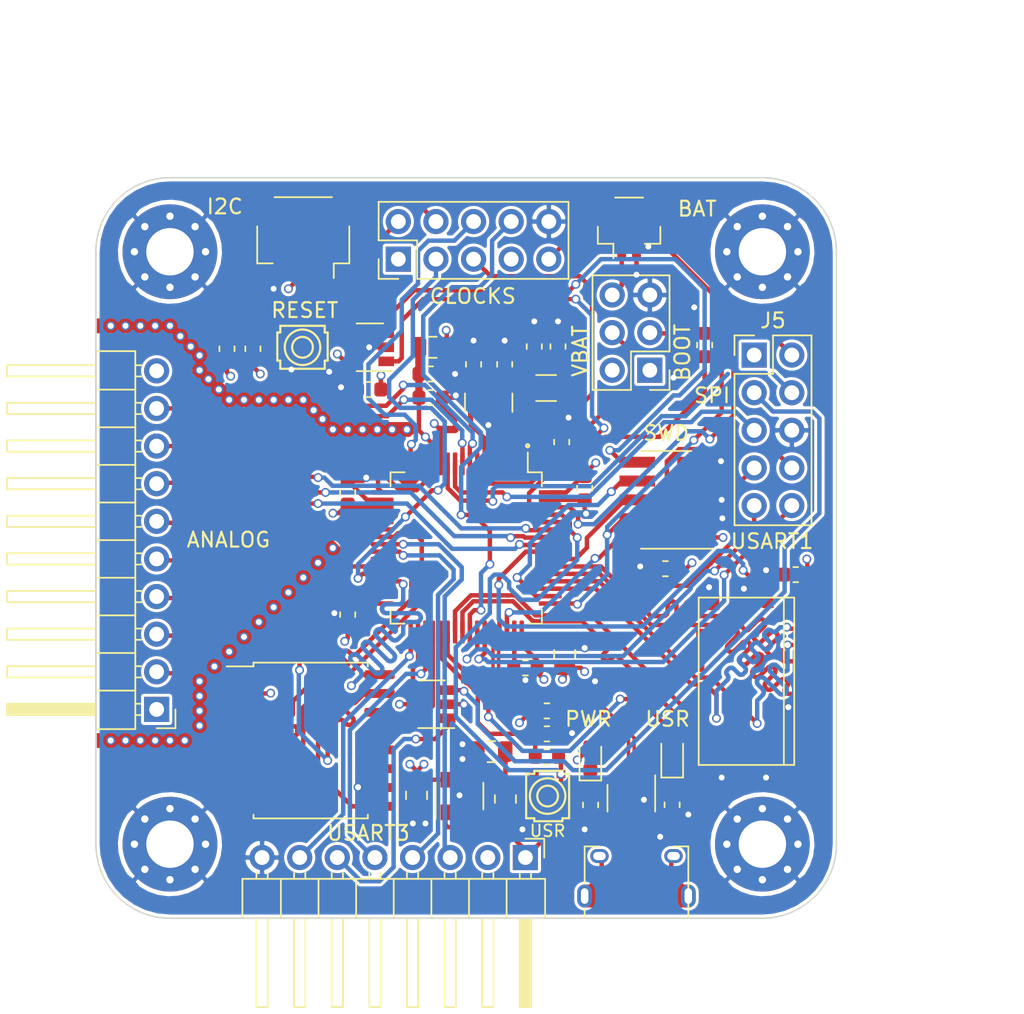
<source format=kicad_pcb>
(kicad_pcb (version 20171130) (host pcbnew "(5.1.6-0-10_14)")
  (layers (0 F.Cu signal) (1 Gnd.Cu power) (2 Pow.Cu power) (31 B.Cu signal) (34 B.Paste user hide) (35 F.Paste user hide) (36 B.SilkS user hide) (37 F.SilkS user) (38 B.Mask user hide) (39 F.Mask user hide) (44 Edge.Cuts user))
  (net 0 "")
  (net 1 GND)
  (net 2 /RTC_OSC_IN)
  (net 3 /RTC_OSC_OUT)
  (net 4 /SDMMC_D2)
  (net 5 /SDMMC_D3)
  (net 6 /SDMMC_CMD)
  (net 7 /SDMMC_D0)
  (net 8 /SDMMC_D1)
  (net 9 "Net-(D1-Pad1)")
  (net 10 /BOOT0)
  (net 11 /OTG_FS_D+)
  (net 12 /OTG_FS_D-)
  (net 13 /~RST)
  (net 14 /VBAT)
  (net 15 /OSC_IN)
  (net 16 /OSC_OUT)
  (net 17 /VBAT_IN)
  (net 18 /BOOT_SEL)
  (net 19 /SDMMC_CLK)
  (net 20 VDDA)
  (net 21 "Net-(D2-Pad1)")
  (net 22 /VBUS)
  (net 23 "Net-(J1-Pad6)")
  (net 24 /D+)
  (net 25 /D-)
  (net 26 /SDMMC_DET)
  (net 27 VSSA)
  (net 28 /VIN)
  (net 29 /QSPI_CS#)
  (net 30 /QSPI_IO0)
  (net 31 /QSPI_IO1)
  (net 32 /QSPI_IO3)
  (net 33 /QSPI_SCK)
  (net 34 /QSPI_IO2)
  (net 35 /USR_SW)
  (net 36 /LED_RED)
  (net 37 /RTC_TS)
  (net 38 /RTC_OUT)
  (net 39 /USART3_CK)
  (net 40 /USART3_CTS)
  (net 41 /USART3_RTS)
  (net 42 /USART3_RXD)
  (net 43 /USART3_TXD)
  (net 44 /USART1_TX)
  (net 45 /USART1_RX)
  (net 46 /I2C_SDA)
  (net 47 /I2C_SCL)
  (net 48 /DAC_OUT2)
  (net 49 /COMP_OUT)
  (net 50 /DAC_OUT1)
  (net 51 /COMP_IN-)
  (net 52 /OPAMP_OUT)
  (net 53 /COMP_IN+)
  (net 54 /OPAMP_IN-)
  (net 55 /OPAMP_IN+)
  (net 56 /OCLK_M)
  (net 57 /OCLK_LS)
  (net 58 VCC)
  (net 59 /SPI2_MISO)
  (net 60 /SPI2_MOSI)
  (net 61 /SPI2_SCK)
  (net 62 /SPI2_SS#)
  (net 63 /SEL_USART3)
  (net 64 /PB13)
  (net 65 "Net-(J1-Pad4)")
  (net 66 /SWCLK_JTCK)
  (net 67 "Net-(J3-Pad7)")
  (net 68 /SWO_JTDO)
  (net 69 /SWDIO_JTMS)
  (net 70 /JTDI)
  (net 71 /RSTIN#)
  (net 72 "Net-(P3-Pad7)")
  (net 73 /USR_BTN)
  (net 74 "Net-(U1-Pad4)")
  (net 75 "Net-(U3-Pad4)")
  (net 76 "Net-(U5-Pad14)")
  (net 77 "Net-(U5-Pad13)")
  (net 78 "Net-(U5-Pad12)")
  (net 79 "Net-(U5-Pad11)")
  (net 80 "Net-(U5-Pad6)")
  (net 81 "Net-(U5-Pad5)")
  (net 82 "Net-(U5-Pad4)")
  (net 83 "Net-(U5-Pad3)")
  (module Connector_PinHeader_2.54mm:PinHeader_2x05_P2.54mm_Vertical (layer F.Cu) (at 139.446 61.976)
    (fp_text reference J5 (at 1.27 -2.33) (layer F.SilkS))
    (fp_text value SPI/USART)
    (pad 10 thru_hole oval (at 2.54 10.16) (size 1.7 1.7) (drill 1) (layers *.Cu *.Mask) (net 45 /USART1_RX))
    (pad 9 thru_hole oval (at 0 10.16) (size 1.7 1.7) (drill 1) (layers *.Cu *.Mask) (net 44 /USART1_TX))
    (pad 8 thru_hole oval (at 2.54 7.62) (size 1.7 1.7) (drill 1) (layers *.Cu *.Mask) (net 68 /SWO_JTDO))
    (pad 7 thru_hole oval (at 0 7.62) (size 1.7 1.7) (drill 1) (layers *.Cu *.Mask) (net 69 /SWDIO_JTMS))
    (pad 6 thru_hole oval (at 2.54 5.08) (size 1.7 1.7) (drill 1) (layers *.Cu *.Mask) (net 1 GND))
    (pad 5 thru_hole oval (at 0 5.08) (size 1.7 1.7) (drill 1) (layers *.Cu *.Mask) (net 59 /SPI2_MISO))
    (pad 4 thru_hole oval (at 2.54 2.54) (size 1.7 1.7) (drill 1) (layers *.Cu *.Mask) (net 60 /SPI2_MOSI))
    (pad 3 thru_hole oval (at 0 2.54) (size 1.7 1.7) (drill 1) (layers *.Cu *.Mask) (net 61 /SPI2_SCK))
    (pad 2 thru_hole oval (at 2.54 0) (size 1.7 1.7) (drill 1) (layers *.Cu *.Mask) (net 62 /SPI2_SS#))
    (pad 1 thru_hole rect (at 0 0) (size 1.7 1.7) (drill 1) (layers *.Cu *.Mask) (net 58 VCC))
  )
  (module engstad:tactile-switch-evpay-34x29mm (layer F.Cu) (at 125.5 91.75 90)
    (fp_text reference SW3 hide)
    (fp_text value USR)
    (pad 2 smd rect (at -1.475 0.9 90) (size 0.55 0.6) (layers F.Cu F.Paste F.Mask) (net 73 /USR_BTN))
    (pad 2 smd rect (at 1.475 0.9 90) (size 0.55 0.6) (layers F.Cu F.Paste F.Mask) (net 73 /USR_BTN))
    (pad 1 smd rect (at -1.475 -0.9 90) (size 0.55 0.6) (layers F.Cu F.Paste F.Mask) (net 1 GND))
    (pad 1 smd rect (at 1.475 -0.9 90) (size 0.55 0.6) (layers F.Cu F.Paste F.Mask) (net 1 GND))
  )
  (module engstad:tactile-switch-evpay-34x29mm (layer F.Cu) (at 108.95 61.45 180)
    (fp_text reference SW2 hide)
    (fp_text value RST)
    (pad 2 smd rect (at -1.475 0.9 180) (size 0.55 0.6) (layers F.Cu F.Paste F.Mask) (net 71 /RSTIN#))
    (pad 2 smd rect (at 1.475 0.9 180) (size 0.55 0.6) (layers F.Cu F.Paste F.Mask) (net 71 /RSTIN#))
    (pad 1 smd rect (at -1.475 -0.9 180) (size 0.55 0.6) (layers F.Cu F.Paste F.Mask) (net 1 GND))
    (pad 1 smd rect (at 1.475 -0.9 180) (size 0.55 0.6) (layers F.Cu F.Paste F.Mask) (net 1 GND))
  )
  (module Connector_PinHeader_2.54mm:PinHeader_2x03_P2.54mm_Vertical (layer F.Cu) (at 132.4 63 180)
    (fp_text reference SW1 hide)
    (fp_text value JUMPER_x2)
    (pad 6 thru_hole oval (at 2.54 5.08 180) (size 1.7 1.7) (drill 1) (layers *.Cu *.Mask) (net 17 /VBAT_IN))
    (pad 5 thru_hole oval (at 0 5.08 180) (size 1.7 1.7) (drill 1) (layers *.Cu *.Mask) (net 1 GND))
    (pad 4 thru_hole oval (at 2.54 2.54 180) (size 1.7 1.7) (drill 1) (layers *.Cu *.Mask) (net 14 /VBAT))
    (pad 3 thru_hole oval (at 0 2.54 180) (size 1.7 1.7) (drill 1) (layers *.Cu *.Mask) (net 18 /BOOT_SEL))
    (pad 2 thru_hole oval (at 2.54 0 180) (size 1.7 1.7) (drill 1) (layers *.Cu *.Mask) (net 58 VCC))
    (pad 1 thru_hole rect (at 0 0 180) (size 1.7 1.7) (drill 1) (layers *.Cu *.Mask) (net 58 VCC))
  )
  (module Package_TO_SOT_SMD:SOT-23-6 (layer F.Cu) (at 117.65 85.55 180)
    (fp_text reference U6)
    (fp_text value 74LVC1G3157)
    (pad 5 smd rect (at 1.1 0 180) (size 1.06 0.65) (layers F.Cu F.Paste F.Mask) (net 58 VCC))
    (pad 6 smd rect (at 1.1 -0.95 180) (size 1.06 0.65) (layers F.Cu F.Paste F.Mask) (net 63 /SEL_USART3))
    (pad 4 smd rect (at 1.1 0.95 180) (size 1.06 0.65) (layers F.Cu F.Paste F.Mask) (net 64 /PB13))
    (pad 3 smd rect (at -1.1 0.95 180) (size 1.06 0.65) (layers F.Cu F.Paste F.Mask) (net 61 /SPI2_SCK))
    (pad 2 smd rect (at -1.1 0 180) (size 1.06 0.65) (layers F.Cu F.Paste F.Mask) (net 1 GND))
    (pad 1 smd rect (at -1.1 -0.95 180) (size 1.06 0.65) (layers F.Cu F.Paste F.Mask) (net 40 /USART3_CTS))
  )
  (module engstad:usb-micro-b-amphenol-fci-10118194-oval (layer F.Cu) (at 131.5 98.5)
    (fp_text reference J1 hide)
    (fp_text value USB_B_Micro)
    (pad 6 thru_hole oval (at 3.5 0 90) (size 1.55 1) (drill oval 1.05 0.5) (layers *.Cu *.Mask) (net 23 "Net-(J1-Pad6)"))
    (pad 6 thru_hole oval (at -3.5 0 90) (size 1.55 1) (drill oval 1.05 0.5) (layers *.Cu *.Mask) (net 23 "Net-(J1-Pad6)"))
    (pad 6 thru_hole oval (at 2.5 -2.7) (size 1.25 0.95) (drill oval 0.85 0.55) (layers *.Cu *.Mask) (net 23 "Net-(J1-Pad6)"))
    (pad 6 thru_hole oval (at -2.5 -2.7) (size 1.25 0.95) (drill oval 0.85 0.55) (layers *.Cu *.Mask) (net 23 "Net-(J1-Pad6)"))
    (pad 6 smd rect (at 2.9 0) (size 1.2 1.55) (layers F.Cu F.Paste F.Mask) (net 23 "Net-(J1-Pad6)"))
    (pad 6 smd rect (at 1 0 90) (size 1.5 1.55) (layers F.Cu F.Paste F.Mask) (net 23 "Net-(J1-Pad6)"))
    (pad 6 smd rect (at -1 0) (size 1.5 1.55) (layers F.Cu F.Paste F.Mask) (net 23 "Net-(J1-Pad6)"))
    (pad 6 smd rect (at -2.9 0) (size 1.2 1.55) (layers F.Cu F.Paste F.Mask) (net 23 "Net-(J1-Pad6)"))
    (pad 5 smd rect (at 1.3 -2.675) (size 0.4 1.35) (layers F.Cu F.Paste F.Mask) (net 1 GND))
    (pad 4 smd rect (at 0.65 -2.675 180) (size 0.4 1.35) (layers F.Cu F.Paste F.Mask) (net 65 "Net-(J1-Pad4)"))
    (pad 3 smd rect (at 0 -2.675 180) (size 0.4 1.35) (layers F.Cu F.Paste F.Mask) (net 24 /D+))
    (pad 2 smd rect (at -0.65 -2.675) (size 0.4 1.35) (layers F.Cu F.Paste F.Mask) (net 25 /D-))
    (pad 1 smd rect (at -1.3 -2.675) (size 0.4 1.35) (layers F.Cu F.Paste F.Mask) (net 22 /VBUS))
  )
  (module Capacitor_SMD:C_0603_1608Metric (layer F.Cu) (at 120.5 62.6 90)
    (fp_text reference C18)
    (fp_text value 10pF)
    (pad 2 smd roundrect (at 0.7875 0 90) (size 0.875 0.95) (layers F.Cu F.Paste F.Mask) (net 1 GND))
    (pad 1 smd roundrect (at -0.7875 0 90) (size 0.875 0.95) (layers F.Cu F.Paste F.Mask) (net 16 /OSC_OUT))
  )
  (module Capacitor_SMD:C_0603_1608Metric (layer F.Cu) (at 122.6 62.6 90)
    (fp_text reference C13)
    (fp_text value 10pF)
    (pad 2 smd roundrect (at 0.7875 0 90) (size 0.875 0.95) (layers F.Cu F.Paste F.Mask) (net 1 GND))
    (pad 1 smd roundrect (at -0.7875 0 90) (size 0.875 0.95) (layers F.Cu F.Paste F.Mask) (net 15 /OSC_IN))
  )
  (module Package_QFP:LQFP-64_10x10mm_P0.5mm (layer F.Cu) (at 120 75 270)
    (fp_text reference U4)
    (fp_text value STM32L486Rx-LQFP64)
    (pad 64 smd roundrect (at -3.75 -5.675 270) (size 0.3 1.55) (layers F.Cu F.Paste F.Mask) (net 58 VCC))
    (pad 63 smd roundrect (at -3.25 -5.675 270) (size 0.3 1.55) (layers F.Cu F.Paste F.Mask) (net 1 GND))
    (pad 62 smd roundrect (at -2.75 -5.675 270) (size 0.3 1.55) (layers F.Cu F.Paste F.Mask) (net 62 /SPI2_SS#))
    (pad 61 smd roundrect (at -2.25 -5.675 270) (size 0.3 1.55) (layers F.Cu F.Paste F.Mask) (net 73 /USR_BTN))
    (pad 60 smd roundrect (at -1.75 -5.675 270) (size 0.3 1.55) (layers F.Cu F.Paste F.Mask) (net 10 /BOOT0))
    (pad 59 smd roundrect (at -1.25 -5.675 270) (size 0.3 1.55) (layers F.Cu F.Paste F.Mask) (net 51 /COMP_IN-))
    (pad 58 smd roundrect (at -0.75 -5.675 270) (size 0.3 1.55) (layers F.Cu F.Paste F.Mask) (net 53 /COMP_IN+))
    (pad 57 smd roundrect (at -0.25 -5.675 270) (size 0.3 1.55) (layers F.Cu F.Paste F.Mask) (net 49 /COMP_OUT))
    (pad 56 smd roundrect (at 0.25 -5.675 270) (size 0.3 1.55) (layers F.Cu F.Paste F.Mask) (net 26 /SDMMC_DET))
    (pad 55 smd roundrect (at 0.75 -5.675 270) (size 0.3 1.55) (layers F.Cu F.Paste F.Mask) (net 68 /SWO_JTDO))
    (pad 54 smd roundrect (at 1.25 -5.675 270) (size 0.3 1.55) (layers F.Cu F.Paste F.Mask) (net 6 /SDMMC_CMD))
    (pad 53 smd roundrect (at 1.75 -5.675 270) (size 0.3 1.55) (layers F.Cu F.Paste F.Mask) (net 19 /SDMMC_CLK))
    (pad 52 smd roundrect (at 2.25 -5.675 270) (size 0.3 1.55) (layers F.Cu F.Paste F.Mask) (net 5 /SDMMC_D3))
    (pad 51 smd roundrect (at 2.75 -5.675 270) (size 0.3 1.55) (layers F.Cu F.Paste F.Mask) (net 4 /SDMMC_D2))
    (pad 50 smd roundrect (at 3.25 -5.675 270) (size 0.3 1.55) (layers F.Cu F.Paste F.Mask) (net 70 /JTDI))
    (pad 49 smd roundrect (at 3.75 -5.675 270) (size 0.3 1.55) (layers F.Cu F.Paste F.Mask) (net 66 /SWCLK_JTCK))
    (pad 48 smd roundrect (at 5.675 -3.75 270) (size 1.55 0.3) (layers F.Cu F.Paste F.Mask) (net 58 VCC))
    (pad 47 smd roundrect (at 5.675 -3.25 270) (size 1.55 0.3) (layers F.Cu F.Paste F.Mask) (net 1 GND))
    (pad 46 smd roundrect (at 5.675 -2.75 270) (size 1.55 0.3) (layers F.Cu F.Paste F.Mask) (net 69 /SWDIO_JTMS))
    (pad 45 smd roundrect (at 5.675 -2.25 270) (size 1.55 0.3) (layers F.Cu F.Paste F.Mask) (net 11 /OTG_FS_D+))
    (pad 44 smd roundrect (at 5.675 -1.75 270) (size 1.55 0.3) (layers F.Cu F.Paste F.Mask) (net 12 /OTG_FS_D-))
    (pad 43 smd roundrect (at 5.675 -1.25 270) (size 1.55 0.3) (layers F.Cu F.Paste F.Mask) (net 45 /USART1_RX))
    (pad 42 smd roundrect (at 5.675 -0.75 270) (size 1.55 0.3) (layers F.Cu F.Paste F.Mask) (net 44 /USART1_TX))
    (pad 41 smd roundrect (at 5.675 -0.25 270) (size 1.55 0.3) (layers F.Cu F.Paste F.Mask) (net 56 /OCLK_M))
    (pad 40 smd roundrect (at 5.675 0.25 270) (size 1.55 0.3) (layers F.Cu F.Paste F.Mask) (net 8 /SDMMC_D1))
    (pad 39 smd roundrect (at 5.675 0.75 270) (size 1.55 0.3) (layers F.Cu F.Paste F.Mask) (net 7 /SDMMC_D0))
    (pad 38 smd roundrect (at 5.675 1.25 270) (size 1.55 0.3) (layers F.Cu F.Paste F.Mask) (net 36 /LED_RED))
    (pad 37 smd roundrect (at 5.675 1.75 270) (size 1.55 0.3) (layers F.Cu F.Paste F.Mask) (net 35 /USR_SW))
    (pad 36 smd roundrect (at 5.675 2.25 270) (size 1.55 0.3) (layers F.Cu F.Paste F.Mask) (net 63 /SEL_USART3))
    (pad 35 smd roundrect (at 5.675 2.75 270) (size 1.55 0.3) (layers F.Cu F.Paste F.Mask) (net 41 /USART3_RTS))
    (pad 34 smd roundrect (at 5.675 3.25 270) (size 1.55 0.3) (layers F.Cu F.Paste F.Mask) (net 64 /PB13))
    (pad 33 smd roundrect (at 5.675 3.75 270) (size 1.55 0.3) (layers F.Cu F.Paste F.Mask) (net 39 /USART3_CK))
    (pad 32 smd roundrect (at 3.75 5.675 270) (size 0.3 1.55) (layers F.Cu F.Paste F.Mask) (net 58 VCC))
    (pad 31 smd roundrect (at 3.25 5.675 270) (size 0.3 1.55) (layers F.Cu F.Paste F.Mask) (net 1 GND))
    (pad 30 smd roundrect (at 2.75 5.675 270) (size 0.3 1.55) (layers F.Cu F.Paste F.Mask) (net 29 /QSPI_CS#))
    (pad 29 smd roundrect (at 2.25 5.675 270) (size 0.3 1.55) (layers F.Cu F.Paste F.Mask) (net 33 /QSPI_SCK))
    (pad 28 smd roundrect (at 1.75 5.675 270) (size 0.3 1.55) (layers F.Cu F.Paste F.Mask) (net 38 /RTC_OUT))
    (pad 27 smd roundrect (at 1.25 5.675 270) (size 0.3 1.55) (layers F.Cu F.Paste F.Mask) (net 30 /QSPI_IO0))
    (pad 26 smd roundrect (at 0.75 5.675 270) (size 0.3 1.55) (layers F.Cu F.Paste F.Mask) (net 31 /QSPI_IO1))
    (pad 25 smd roundrect (at 0.25 5.675 270) (size 0.3 1.55) (layers F.Cu F.Paste F.Mask) (net 42 /USART3_RXD))
    (pad 24 smd roundrect (at -0.25 5.675 270) (size 0.3 1.55) (layers F.Cu F.Paste F.Mask) (net 43 /USART3_TXD))
    (pad 23 smd roundrect (at -0.75 5.675 270) (size 0.3 1.55) (layers F.Cu F.Paste F.Mask) (net 34 /QSPI_IO2))
    (pad 22 smd roundrect (at -1.25 5.675 270) (size 0.3 1.55) (layers F.Cu F.Paste F.Mask) (net 32 /QSPI_IO3))
    (pad 21 smd roundrect (at -1.75 5.675 270) (size 0.3 1.55) (layers F.Cu F.Paste F.Mask) (net 48 /DAC_OUT2))
    (pad 20 smd roundrect (at -2.25 5.675 270) (size 0.3 1.55) (layers F.Cu F.Paste F.Mask) (net 50 /DAC_OUT1))
    (pad 19 smd roundrect (at -2.75 5.675 270) (size 0.3 1.55) (layers F.Cu F.Paste F.Mask) (net 58 VCC))
    (pad 18 smd roundrect (at -3.25 5.675 270) (size 0.3 1.55) (layers F.Cu F.Paste F.Mask) (net 1 GND))
    (pad 17 smd roundrect (at -3.75 5.675 270) (size 0.3 1.55) (layers F.Cu F.Paste F.Mask) (net 52 /OPAMP_OUT))
    (pad 16 smd roundrect (at -5.675 3.75 270) (size 1.55 0.3) (layers F.Cu F.Paste F.Mask) (net 57 /OCLK_LS))
    (pad 15 smd roundrect (at -5.675 3.25 270) (size 1.55 0.3) (layers F.Cu F.Paste F.Mask) (net 54 /OPAMP_IN-))
    (pad 14 smd roundrect (at -5.675 2.75 270) (size 1.55 0.3) (layers F.Cu F.Paste F.Mask) (net 55 /OPAMP_IN+))
    (pad 13 smd roundrect (at -5.675 2.25 270) (size 1.55 0.3) (layers F.Cu F.Paste F.Mask) (net 20 VDDA))
    (pad 12 smd roundrect (at -5.675 1.75 270) (size 1.55 0.3) (layers F.Cu F.Paste F.Mask) (net 27 VSSA))
    (pad 11 smd roundrect (at -5.675 1.25 270) (size 1.55 0.3) (layers F.Cu F.Paste F.Mask) (net 60 /SPI2_MOSI))
    (pad 10 smd roundrect (at -5.675 0.75 270) (size 1.55 0.3) (layers F.Cu F.Paste F.Mask) (net 59 /SPI2_MISO))
    (pad 9 smd roundrect (at -5.675 0.25 270) (size 1.55 0.3) (layers F.Cu F.Paste F.Mask) (net 46 /I2C_SDA))
    (pad 8 smd roundrect (at -5.675 -0.25 270) (size 1.55 0.3) (layers F.Cu F.Paste F.Mask) (net 47 /I2C_SCL))
    (pad 7 smd roundrect (at -5.675 -0.75 270) (size 1.55 0.3) (layers F.Cu F.Paste F.Mask) (net 13 /~RST))
    (pad 6 smd roundrect (at -5.675 -1.25 270) (size 1.55 0.3) (layers F.Cu F.Paste F.Mask) (net 16 /OSC_OUT))
    (pad 5 smd roundrect (at -5.675 -1.75 270) (size 1.55 0.3) (layers F.Cu F.Paste F.Mask) (net 15 /OSC_IN))
    (pad 4 smd roundrect (at -5.675 -2.25 270) (size 1.55 0.3) (layers F.Cu F.Paste F.Mask) (net 3 /RTC_OSC_OUT))
    (pad 3 smd roundrect (at -5.675 -2.75 270) (size 1.55 0.3) (layers F.Cu F.Paste F.Mask) (net 2 /RTC_OSC_IN))
    (pad 2 smd roundrect (at -5.675 -3.25 270) (size 1.55 0.3) (layers F.Cu F.Paste F.Mask) (net 37 /RTC_TS))
    (pad 1 smd roundrect (at -5.675 -3.75 270) (size 1.55 0.3) (layers F.Cu F.Paste F.Mask) (net 14 /VBAT))
  )
  (module Connector_PinHeader_2.54mm:PinHeader_1x10_P2.54mm_Horizontal (layer F.Cu) (at 99.1 85.9 180)
    (fp_text reference J7)
    (fp_text value ANALOG)
    (pad 10 thru_hole oval (at 0 22.86 180) (size 1.7 1.7) (drill 1) (layers *.Cu *.Mask) (net 20 VDDA))
    (pad 9 thru_hole oval (at 0 20.32 180) (size 1.7 1.7) (drill 1) (layers *.Cu *.Mask) (net 54 /OPAMP_IN-))
    (pad 8 thru_hole oval (at 0 17.78 180) (size 1.7 1.7) (drill 1) (layers *.Cu *.Mask) (net 55 /OPAMP_IN+))
    (pad 7 thru_hole oval (at 0 15.24 180) (size 1.7 1.7) (drill 1) (layers *.Cu *.Mask) (net 52 /OPAMP_OUT))
    (pad 6 thru_hole oval (at 0 12.7 180) (size 1.7 1.7) (drill 1) (layers *.Cu *.Mask) (net 51 /COMP_IN-))
    (pad 5 thru_hole oval (at 0 10.16 180) (size 1.7 1.7) (drill 1) (layers *.Cu *.Mask) (net 53 /COMP_IN+))
    (pad 4 thru_hole oval (at 0 7.62 180) (size 1.7 1.7) (drill 1) (layers *.Cu *.Mask) (net 49 /COMP_OUT))
    (pad 3 thru_hole oval (at 0 5.08 180) (size 1.7 1.7) (drill 1) (layers *.Cu *.Mask) (net 50 /DAC_OUT1))
    (pad 2 thru_hole oval (at 0 2.54 180) (size 1.7 1.7) (drill 1) (layers *.Cu *.Mask) (net 48 /DAC_OUT2))
    (pad 1 thru_hole rect (at 0 0 180) (size 1.7 1.7) (drill 1) (layers *.Cu *.Mask) (net 27 VSSA))
  )
  (module Connector_PinHeader_2.54mm:PinHeader_2x05_P2.54mm_Vertical (layer F.Cu) (at 115.42 55.5 90)
    (fp_text reference J3)
    (fp_text value CLOCKS)
    (pad 10 thru_hole oval (at 2.54 10.16 90) (size 1.7 1.7) (drill 1) (layers *.Cu *.Mask) (net 1 GND))
    (pad 9 thru_hole oval (at 0 10.16 90) (size 1.7 1.7) (drill 1) (layers *.Cu *.Mask) (net 66 /SWCLK_JTCK))
    (pad 8 thru_hole oval (at 2.54 7.62 90) (size 1.7 1.7) (drill 1) (layers *.Cu *.Mask) (net 56 /OCLK_M))
    (pad 7 thru_hole oval (at 0 7.62 90) (size 1.7 1.7) (drill 1) (layers *.Cu *.Mask) (net 67 "Net-(J3-Pad7)"))
    (pad 6 thru_hole oval (at 2.54 5.08 90) (size 1.7 1.7) (drill 1) (layers *.Cu *.Mask) (net 57 /OCLK_LS))
    (pad 5 thru_hole oval (at 0 5.08 90) (size 1.7 1.7) (drill 1) (layers *.Cu *.Mask) (net 37 /RTC_TS))
    (pad 4 thru_hole oval (at 2.54 2.54 90) (size 1.7 1.7) (drill 1) (layers *.Cu *.Mask) (net 46 /I2C_SDA))
    (pad 3 thru_hole oval (at 0 2.54 90) (size 1.7 1.7) (drill 1) (layers *.Cu *.Mask) (net 38 /RTC_OUT))
    (pad 2 thru_hole oval (at 2.54 0 90) (size 1.7 1.7) (drill 1) (layers *.Cu *.Mask) (net 47 /I2C_SCL))
    (pad 1 thru_hole rect (at 0 0 90) (size 1.7 1.7) (drill 1) (layers *.Cu *.Mask) (net 58 VCC))
  )
  (module MountingHole:MountingHole_3.2mm_M3_Pad_Via (layer F.Cu) (at 100 95)
    (fp_text reference H4)
    (fp_text value Mounting)
    (pad 1 thru_hole circle (at 1.697056 -1.697056) (size 0.8 0.8) (drill 0.5) (layers *.Cu *.Mask) (net 1 GND))
    (pad 1 thru_hole circle (at 0 -2.4) (size 0.8 0.8) (drill 0.5) (layers *.Cu *.Mask) (net 1 GND))
    (pad 1 thru_hole circle (at -1.697056 -1.697056) (size 0.8 0.8) (drill 0.5) (layers *.Cu *.Mask) (net 1 GND))
    (pad 1 thru_hole circle (at -2.4 0) (size 0.8 0.8) (drill 0.5) (layers *.Cu *.Mask) (net 1 GND))
    (pad 1 thru_hole circle (at -1.697056 1.697056) (size 0.8 0.8) (drill 0.5) (layers *.Cu *.Mask) (net 1 GND))
    (pad 1 thru_hole circle (at 0 2.4) (size 0.8 0.8) (drill 0.5) (layers *.Cu *.Mask) (net 1 GND))
    (pad 1 thru_hole circle (at 1.697056 1.697056) (size 0.8 0.8) (drill 0.5) (layers *.Cu *.Mask) (net 1 GND))
    (pad 1 thru_hole circle (at 2.4 0) (size 0.8 0.8) (drill 0.5) (layers *.Cu *.Mask) (net 1 GND))
    (pad 1 thru_hole circle (at 0 0) (size 6.4 6.4) (drill 3.2) (layers *.Cu *.Mask) (net 1 GND))
  )
  (module MountingHole:MountingHole_3.2mm_M3_Pad_Via (layer F.Cu) (at 140 95)
    (fp_text reference H3)
    (fp_text value Mounting)
    (pad 1 thru_hole circle (at 1.697056 -1.697056) (size 0.8 0.8) (drill 0.5) (layers *.Cu *.Mask) (net 1 GND))
    (pad 1 thru_hole circle (at 0 -2.4) (size 0.8 0.8) (drill 0.5) (layers *.Cu *.Mask) (net 1 GND))
    (pad 1 thru_hole circle (at -1.697056 -1.697056) (size 0.8 0.8) (drill 0.5) (layers *.Cu *.Mask) (net 1 GND))
    (pad 1 thru_hole circle (at -2.4 0) (size 0.8 0.8) (drill 0.5) (layers *.Cu *.Mask) (net 1 GND))
    (pad 1 thru_hole circle (at -1.697056 1.697056) (size 0.8 0.8) (drill 0.5) (layers *.Cu *.Mask) (net 1 GND))
    (pad 1 thru_hole circle (at 0 2.4) (size 0.8 0.8) (drill 0.5) (layers *.Cu *.Mask) (net 1 GND))
    (pad 1 thru_hole circle (at 1.697056 1.697056) (size 0.8 0.8) (drill 0.5) (layers *.Cu *.Mask) (net 1 GND))
    (pad 1 thru_hole circle (at 2.4 0) (size 0.8 0.8) (drill 0.5) (layers *.Cu *.Mask) (net 1 GND))
    (pad 1 thru_hole circle (at 0 0) (size 6.4 6.4) (drill 3.2) (layers *.Cu *.Mask) (net 1 GND))
  )
  (module MountingHole:MountingHole_3.2mm_M3_Pad_Via (layer F.Cu) (at 140 55)
    (fp_text reference H2)
    (fp_text value Mounting)
    (pad 1 thru_hole circle (at 1.697056 -1.697056) (size 0.8 0.8) (drill 0.5) (layers *.Cu *.Mask) (net 1 GND))
    (pad 1 thru_hole circle (at 0 -2.4) (size 0.8 0.8) (drill 0.5) (layers *.Cu *.Mask) (net 1 GND))
    (pad 1 thru_hole circle (at -1.697056 -1.697056) (size 0.8 0.8) (drill 0.5) (layers *.Cu *.Mask) (net 1 GND))
    (pad 1 thru_hole circle (at -2.4 0) (size 0.8 0.8) (drill 0.5) (layers *.Cu *.Mask) (net 1 GND))
    (pad 1 thru_hole circle (at -1.697056 1.697056) (size 0.8 0.8) (drill 0.5) (layers *.Cu *.Mask) (net 1 GND))
    (pad 1 thru_hole circle (at 0 2.4) (size 0.8 0.8) (drill 0.5) (layers *.Cu *.Mask) (net 1 GND))
    (pad 1 thru_hole circle (at 1.697056 1.697056) (size 0.8 0.8) (drill 0.5) (layers *.Cu *.Mask) (net 1 GND))
    (pad 1 thru_hole circle (at 2.4 0) (size 0.8 0.8) (drill 0.5) (layers *.Cu *.Mask) (net 1 GND))
    (pad 1 thru_hole circle (at 0 0) (size 6.4 6.4) (drill 3.2) (layers *.Cu *.Mask) (net 1 GND))
  )
  (module MountingHole:MountingHole_3.2mm_M3_Pad_Via (layer F.Cu) (at 100 55)
    (fp_text reference H1)
    (fp_text value Mounting)
    (pad 1 thru_hole circle (at 1.697056 -1.697056) (size 0.8 0.8) (drill 0.5) (layers *.Cu *.Mask) (net 1 GND))
    (pad 1 thru_hole circle (at 0 -2.4) (size 0.8 0.8) (drill 0.5) (layers *.Cu *.Mask) (net 1 GND))
    (pad 1 thru_hole circle (at -1.697056 -1.697056) (size 0.8 0.8) (drill 0.5) (layers *.Cu *.Mask) (net 1 GND))
    (pad 1 thru_hole circle (at -2.4 0) (size 0.8 0.8) (drill 0.5) (layers *.Cu *.Mask) (net 1 GND))
    (pad 1 thru_hole circle (at -1.697056 1.697056) (size 0.8 0.8) (drill 0.5) (layers *.Cu *.Mask) (net 1 GND))
    (pad 1 thru_hole circle (at 0 2.4) (size 0.8 0.8) (drill 0.5) (layers *.Cu *.Mask) (net 1 GND))
    (pad 1 thru_hole circle (at 1.697056 1.697056) (size 0.8 0.8) (drill 0.5) (layers *.Cu *.Mask) (net 1 GND))
    (pad 1 thru_hole circle (at 2.4 0) (size 0.8 0.8) (drill 0.5) (layers *.Cu *.Mask) (net 1 GND))
    (pad 1 thru_hole circle (at 0 0) (size 6.4 6.4) (drill 3.2) (layers *.Cu *.Mask) (net 1 GND))
  )
  (module Resistor_SMD:R_0603_1608Metric (layer F.Cu) (at 103.85 61.55 90)
    (fp_text reference R7)
    (fp_text value 10K)
    (pad 2 smd roundrect (at 0.7875 0 90) (size 0.875 0.95) (layers F.Cu F.Paste F.Mask) (net 46 /I2C_SDA))
    (pad 1 smd roundrect (at -0.7875 0 90) (size 0.875 0.95) (layers F.Cu F.Paste F.Mask) (net 58 VCC))
  )
  (module Resistor_SMD:R_0603_1608Metric (layer F.Cu) (at 105.6 61.55 90)
    (fp_text reference R6)
    (fp_text value 10K)
    (pad 2 smd roundrect (at 0.7875 0 90) (size 0.875 0.95) (layers F.Cu F.Paste F.Mask) (net 47 /I2C_SCL))
    (pad 1 smd roundrect (at -0.7875 0 90) (size 0.875 0.95) (layers F.Cu F.Paste F.Mask) (net 58 VCC))
  )
  (module Resistor_SMD:R_0603_1608Metric (layer F.Cu) (at 125.45 86)
    (fp_text reference R5)
    (fp_text value 10K)
    (pad 2 smd roundrect (at 0.7875 0) (size 0.875 0.95) (layers F.Cu F.Paste F.Mask) (net 35 /USR_SW))
    (pad 1 smd roundrect (at -0.7875 0) (size 0.875 0.95) (layers F.Cu F.Paste F.Mask) (net 58 VCC))
  )
  (module Resistor_SMD:R_0603_1608Metric (layer F.Cu) (at 125.45 89.1)
    (fp_text reference R1)
    (fp_text value 1K)
    (pad 2 smd roundrect (at 0.7875 0) (size 0.875 0.95) (layers F.Cu F.Paste F.Mask) (net 73 /USR_BTN))
    (pad 1 smd roundrect (at -0.7875 0) (size 0.875 0.95) (layers F.Cu F.Paste F.Mask) (net 35 /USR_SW))
  )
  (module Connector_JST:JST_SH_SM04B-SRSS-TB_1x04-1MP_P1.00mm_Horizontal (layer F.Cu) (at 109 54 180)
    (fp_text reference J6)
    (fp_text value I2C)
    (pad MP smd roundrect (at 2.8 1.875 180) (size 1.2 1.8) (layers F.Cu F.Paste F.Mask) (roundrect_rratio 0.208333))
    (pad MP smd roundrect (at -2.8 1.875 180) (size 1.2 1.8) (layers F.Cu F.Paste F.Mask) (roundrect_rratio 0.208333))
    (pad 4 smd roundrect (at 1.5 -2 180) (size 0.6 1.55) (layers F.Cu F.Paste F.Mask) (net 1 GND))
    (pad 3 smd roundrect (at 0.5 -2 180) (size 0.6 1.55) (layers F.Cu F.Paste F.Mask) (net 58 VCC))
    (pad 2 smd roundrect (at -0.5 -2 180) (size 0.6 1.55) (layers F.Cu F.Paste F.Mask) (net 46 /I2C_SDA))
    (pad 1 smd roundrect (at -1.5 -2 180) (size 0.6 1.55) (layers F.Cu F.Paste F.Mask) (net 47 /I2C_SCL))
  )
  (module Connector_PinHeader_2.54mm:PinHeader_1x08_P2.54mm_Horizontal (layer F.Cu) (at 124 95.9 270)
    (fp_text reference J4)
    (fp_text value USART3)
    (pad 8 thru_hole oval (at 0 17.78 270) (size 1.7 1.7) (drill 1) (layers *.Cu *.Mask) (net 1 GND))
    (pad 7 thru_hole oval (at 0 15.24 270) (size 1.7 1.7) (drill 1) (layers *.Cu *.Mask) (net 39 /USART3_CK))
    (pad 6 thru_hole oval (at 0 12.7 270) (size 1.7 1.7) (drill 1) (layers *.Cu *.Mask) (net 40 /USART3_CTS))
    (pad 5 thru_hole oval (at 0 10.16 270) (size 1.7 1.7) (drill 1) (layers *.Cu *.Mask) (net 41 /USART3_RTS))
    (pad 4 thru_hole oval (at 0 7.62 270) (size 1.7 1.7) (drill 1) (layers *.Cu *.Mask) (net 42 /USART3_RXD))
    (pad 3 thru_hole oval (at 0 5.08 270) (size 1.7 1.7) (drill 1) (layers *.Cu *.Mask) (net 43 /USART3_TXD))
    (pad 2 thru_hole oval (at 0 2.54 270) (size 1.7 1.7) (drill 1) (layers *.Cu *.Mask) (net 58 VCC))
    (pad 1 thru_hole rect (at 0 0 270) (size 1.7 1.7) (drill 1) (layers *.Cu *.Mask) (net 22 /VBUS))
  )
  (module Capacitor_SMD:C_0603_1608Metric (layer F.Cu) (at 125.45 87.55)
    (fp_text reference C4)
    (fp_text value 0.1uF)
    (pad 2 smd roundrect (at 0.7875 0) (size 0.875 0.95) (layers F.Cu F.Paste F.Mask) (net 1 GND))
    (pad 1 smd roundrect (at -0.7875 0) (size 0.875 0.95) (layers F.Cu F.Paste F.Mask) (net 35 /USR_SW))
  )
  (module Connector_JST:JST_SH_BM02B-SRSS-TB_1x02-1MP_P1.00mm_Vertical (layer F.Cu) (at 131 53.35)
    (fp_text reference P6)
    (fp_text value BATT)
    (pad MP smd roundrect (at 1.8 -1.2) (size 1.2 1.8) (layers F.Cu F.Paste F.Mask) (roundrect_rratio 0.208333))
    (pad MP smd roundrect (at -1.8 -1.2) (size 1.2 1.8) (layers F.Cu F.Paste F.Mask) (roundrect_rratio 0.208333))
    (pad 2 smd roundrect (at 0.5 1.325) (size 0.6 1.55) (layers F.Cu F.Paste F.Mask) (net 1 GND))
    (pad 1 smd roundrect (at -0.5 1.325) (size 0.6 1.55) (layers F.Cu F.Paste F.Mask) (net 17 /VBAT_IN))
  )
  (module Package_SO:SOIC-16W_7.5x10.3mm_P1.27mm (layer F.Cu) (at 109.5 88)
    (fp_text reference U5)
    (fp_text value IS25WP256D-xM)
    (pad 16 smd roundrect (at 4.65 -4.445) (size 2.05 0.6) (layers F.Cu F.Paste F.Mask) (net 33 /QSPI_SCK))
    (pad 15 smd roundrect (at 4.65 -3.175) (size 2.05 0.6) (layers F.Cu F.Paste F.Mask) (net 30 /QSPI_IO0))
    (pad 14 smd roundrect (at 4.65 -1.905) (size 2.05 0.6) (layers F.Cu F.Paste F.Mask) (net 76 "Net-(U5-Pad14)"))
    (pad 13 smd roundrect (at 4.65 -0.635) (size 2.05 0.6) (layers F.Cu F.Paste F.Mask) (net 77 "Net-(U5-Pad13)"))
    (pad 12 smd roundrect (at 4.65 0.635) (size 2.05 0.6) (layers F.Cu F.Paste F.Mask) (net 78 "Net-(U5-Pad12)"))
    (pad 11 smd roundrect (at 4.65 1.905) (size 2.05 0.6) (layers F.Cu F.Paste F.Mask) (net 79 "Net-(U5-Pad11)"))
    (pad 10 smd roundrect (at 4.65 3.175) (size 2.05 0.6) (layers F.Cu F.Paste F.Mask) (net 1 GND))
    (pad 9 smd roundrect (at 4.65 4.445) (size 2.05 0.6) (layers F.Cu F.Paste F.Mask) (net 34 /QSPI_IO2))
    (pad 8 smd roundrect (at -4.65 4.445) (size 2.05 0.6) (layers F.Cu F.Paste F.Mask) (net 31 /QSPI_IO1))
    (pad 7 smd roundrect (at -4.65 3.175) (size 2.05 0.6) (layers F.Cu F.Paste F.Mask) (net 29 /QSPI_CS#))
    (pad 6 smd roundrect (at -4.65 1.905) (size 2.05 0.6) (layers F.Cu F.Paste F.Mask) (net 80 "Net-(U5-Pad6)"))
    (pad 5 smd roundrect (at -4.65 0.635) (size 2.05 0.6) (layers F.Cu F.Paste F.Mask) (net 81 "Net-(U5-Pad5)"))
    (pad 4 smd roundrect (at -4.65 -0.635) (size 2.05 0.6) (layers F.Cu F.Paste F.Mask) (net 82 "Net-(U5-Pad4)"))
    (pad 3 smd roundrect (at -4.65 -1.905) (size 2.05 0.6) (layers F.Cu F.Paste F.Mask) (net 83 "Net-(U5-Pad3)"))
    (pad 2 smd roundrect (at -4.65 -3.175) (size 2.05 0.6) (layers F.Cu F.Paste F.Mask) (net 58 VCC))
    (pad 1 smd roundrect (at -4.65 -4.445) (size 2.05 0.6) (layers F.Cu F.Paste F.Mask) (net 32 /QSPI_IO3))
  )
  (module Package_TO_SOT_SMD:SOT-23-5 (layer F.Cu) (at 119.55 91.75 90)
    (fp_text reference U1)
    (fp_text value TLV75733PDBVR‎)
    (pad 5 smd rect (at 1.1 -0.95 90) (size 1.06 0.65) (layers F.Cu F.Paste F.Mask) (net 58 VCC))
    (pad 4 smd rect (at 1.1 0.95 90) (size 1.06 0.65) (layers F.Cu F.Paste F.Mask) (net 74 "Net-(U1-Pad4)"))
    (pad 3 smd rect (at -1.1 0.95 90) (size 1.06 0.65) (layers F.Cu F.Paste F.Mask) (net 28 /VIN))
    (pad 2 smd rect (at -1.1 0 90) (size 1.06 0.65) (layers F.Cu F.Paste F.Mask) (net 1 GND))
    (pad 1 smd rect (at -1.1 -0.95 90) (size 1.06 0.65) (layers F.Cu F.Paste F.Mask) (net 28 /VIN))
  )
  (module Resistor_SMD:R_0603_1608Metric (layer F.Cu) (at 136.1 61.3 270)
    (fp_text reference R2)
    (fp_text value 10k)
    (pad 2 smd roundrect (at 0.7875 0 270) (size 0.875 0.95) (layers F.Cu F.Paste F.Mask) (net 10 /BOOT0))
    (pad 1 smd roundrect (at -0.7875 0 270) (size 0.875 0.95) (layers F.Cu F.Paste F.Mask) (net 18 /BOOT_SEL))
  )
  (module engstad:Molex_PS_105162_001 (layer F.Cu) (at 139.5 84 90)
    (fp_text reference J2)
    (fp_text value Micro_SD_Card)
    (pad "" smd rect (at 2.095 -3.69 180) (size 0.55 2.91) (layers F.Cu F.Paste F.Mask))
    (pad 10 smd rect (at 5.325 -3.01 270) (size 1.05 1.2) (layers F.Cu F.Paste F.Mask) (net 1 GND))
    (pad 10 smd rect (at 5.325 -0.4 90) (size 1.05 1.08) (layers F.Cu F.Paste F.Mask) (net 1 GND))
    (pad 9 smd rect (at 5.3 0.87 270) (size 0.72 0.78) (layers F.Cu F.Paste F.Mask) (net 26 /SDMMC_DET))
    (pad "" smd rect (at -1.92 -3.69 180) (size 0.55 2.91) (layers F.Cu F.Paste F.Mask))
    (pad 10 smd rect (at -5.325 -2.44 180) (size 1.2 1.05) (layers F.Cu F.Paste F.Mask) (net 1 GND))
    (pad 10 smd rect (at -5.325 0.75) (size 2.39 1.05) (layers F.Cu F.Paste F.Mask) (net 1 GND))
    (pad 8 smd rect (at -4.15 3.55 180) (size 1 0.5) (layers F.Cu F.Paste F.Mask) (net 8 /SDMMC_D1))
    (pad 7 smd rect (at -3.05 3.55 180) (size 1 0.5) (layers F.Cu F.Paste F.Mask) (net 7 /SDMMC_D0))
    (pad 6 smd rect (at -1.95 3.55 180) (size 1 0.5) (layers F.Cu F.Paste F.Mask) (net 1 GND))
    (pad 5 smd rect (at -0.85 3.55 180) (size 1 0.5) (layers F.Cu F.Paste F.Mask) (net 19 /SDMMC_CLK))
    (pad 4 smd rect (at 0.25 3.55 180) (size 1 0.5) (layers F.Cu F.Paste F.Mask) (net 58 VCC))
    (pad 3 smd rect (at 1.35 3.55 180) (size 1 0.5) (layers F.Cu F.Paste F.Mask) (net 6 /SDMMC_CMD))
    (pad 2 smd rect (at 2.45 3.55 180) (size 1 0.5) (layers F.Cu F.Paste F.Mask) (net 5 /SDMMC_D3))
    (pad 1 smd rect (at 3.55 3.55 180) (size 1 0.5) (layers F.Cu F.Paste F.Mask) (net 4 /SDMMC_D2))
  )
  (module Inductor_SMD:L_0805_2012Metric (layer F.Cu) (at 117.75 61.45)
    (fp_text reference FB2)
    (fp_text value 220Ω@100MHz)
    (pad 2 smd roundrect (at 0.9375 0) (size 0.975 1.4) (layers F.Cu F.Paste F.Mask) (net 58 VCC))
    (pad 1 smd roundrect (at -0.9375 0) (size 0.975 1.4) (layers F.Cu F.Paste F.Mask) (net 20 VDDA))
  )
  (module Inductor_SMD:L_0805_2012Metric (layer F.Cu) (at 122.65 91.95 270)
    (fp_text reference FB1)
    (fp_text value 220Ω@100MHz)
    (pad 2 smd roundrect (at 0.9375 0 270) (size 0.975 1.4) (layers F.Cu F.Paste F.Mask) (net 22 /VBUS))
    (pad 1 smd roundrect (at -0.9375 0 270) (size 0.975 1.4) (layers F.Cu F.Paste F.Mask) (net 28 /VIN))
  )
  (module Capacitor_SMD:C_0603_1608Metric (layer F.Cu) (at 124 83.1 180)
    (fp_text reference C16)
    (fp_text value 0.1uF)
    (pad 2 smd roundrect (at 0.7875 0 180) (size 0.875 0.95) (layers F.Cu F.Paste F.Mask) (net 1 GND))
    (pad 1 smd roundrect (at -0.7875 0 180) (size 0.875 0.95) (layers F.Cu F.Paste F.Mask) (net 58 VCC))
  )
  (module Capacitor_SMD:C_0603_1608Metric (layer F.Cu) (at 112 79.5 90)
    (fp_text reference C15)
    (fp_text value 0.1uF)
    (pad 2 smd roundrect (at 0.7875 0 90) (size 0.875 0.95) (layers F.Cu F.Paste F.Mask) (net 1 GND))
    (pad 1 smd roundrect (at -0.7875 0 90) (size 0.875 0.95) (layers F.Cu F.Paste F.Mask) (net 58 VCC))
  )
  (module Capacitor_SMD:C_0603_1608Metric (layer F.Cu) (at 112 71.25 90)
    (fp_text reference C14)
    (fp_text value 0.1uF)
    (pad 2 smd roundrect (at 0.7875 0 90) (size 0.875 0.95) (layers F.Cu F.Paste F.Mask) (net 1 GND))
    (pad 1 smd roundrect (at -0.7875 0 90) (size 0.875 0.95) (layers F.Cu F.Paste F.Mask) (net 58 VCC))
  )
  (module Capacitor_SMD:C_0805_2012Metric (layer F.Cu) (at 126.65 82.15 90)
    (fp_text reference C12)
    (fp_text value 4.7uF)
    (pad 2 smd roundrect (at 0.9375 0 90) (size 0.975 1.4) (layers F.Cu F.Paste F.Mask) (net 1 GND))
    (pad 1 smd roundrect (at -0.9375 0 90) (size 0.975 1.4) (layers F.Cu F.Paste F.Mask) (net 58 VCC))
  )
  (module Capacitor_SMD:C_0603_1608Metric (layer F.Cu) (at 142.25 76.8 180)
    (fp_text reference C11)
    (fp_text value 0.1uF)
    (pad 2 smd roundrect (at 0.7875 0 180) (size 0.875 0.95) (layers F.Cu F.Paste F.Mask) (net 1 GND))
    (pad 1 smd roundrect (at -0.7875 0 180) (size 0.875 0.95) (layers F.Cu F.Paste F.Mask) (net 58 VCC))
  )
  (module Capacitor_SMD:C_0603_1608Metric (layer F.Cu) (at 126.45 67.85 90)
    (fp_text reference C10)
    (fp_text value 0.1uF)
    (pad 2 smd roundrect (at 0.7875 0 90) (size 0.875 0.95) (layers F.Cu F.Paste F.Mask) (net 1 GND))
    (pad 1 smd roundrect (at -0.7875 0 90) (size 0.875 0.95) (layers F.Cu F.Paste F.Mask) (net 14 /VBAT))
  )
  (module Capacitor_SMD:C_0603_1608Metric (layer F.Cu) (at 117.6 64.85)
    (fp_text reference C6)
    (fp_text value 0.1uF)
    (pad 2 smd roundrect (at 0.7875 0) (size 0.875 0.95) (layers F.Cu F.Paste F.Mask) (net 1 GND))
    (pad 1 smd roundrect (at -0.7875 0) (size 0.875 0.95) (layers F.Cu F.Paste F.Mask) (net 20 VDDA))
  )
  (module Capacitor_SMD:C_0603_1608Metric (layer F.Cu) (at 117.6 63.25)
    (fp_text reference C5)
    (fp_text value 1.0uF)
    (pad 2 smd roundrect (at 0.7875 0) (size 0.875 0.95) (layers F.Cu F.Paste F.Mask) (net 1 GND))
    (pad 1 smd roundrect (at -0.7875 0) (size 0.875 0.95) (layers F.Cu F.Paste F.Mask) (net 20 VDDA))
  )
  (module Capacitor_SMD:C_0805_2012Metric (layer F.Cu) (at 116.65 91.7 270)
    (fp_text reference C2)
    (fp_text value 1uF)
    (pad 2 smd roundrect (at 0.9375 0 270) (size 0.975 1.4) (layers F.Cu F.Paste F.Mask) (net 1 GND))
    (pad 1 smd roundrect (at -0.9375 0 270) (size 0.975 1.4) (layers F.Cu F.Paste F.Mask) (net 58 VCC))
  )
  (module Capacitor_SMD:C_0805_2012Metric (layer F.Cu) (at 121.7 88.75 180)
    (fp_text reference C1)
    (fp_text value 1uF)
    (pad 2 smd roundrect (at 0.9375 0 180) (size 0.975 1.4) (layers F.Cu F.Paste F.Mask) (net 1 GND))
    (pad 1 smd roundrect (at -0.9375 0 180) (size 0.975 1.4) (layers F.Cu F.Paste F.Mask) (net 28 /VIN))
  )
  (module NetTie:NetTie-2_SMD_Pad0.5mm (layer F.Cu) (at 118.75 67 180)
    (fp_text reference NT1)
    (fp_text value Net-Tie_2)
    (fp_poly (pts (xy -0.5 -0.25) (xy 0.5 -0.25) (xy 0.5 0.25) (xy -0.5 0.25)) (layer F.Cu) (width 0))
    (pad 2 smd circle (at 0.5 0 180) (size 0.5 0.5) (layers F.Cu) (net 27 VSSA))
    (pad 1 smd circle (at -0.5 0 180) (size 0.5 0.5) (layers F.Cu) (net 1 GND))
  )
  (module Package_TO_SOT_SMD:SOT-23-5 (layer F.Cu) (at 113.5 61.45 180)
    (fp_text reference U3)
    (fp_text value APX823)
    (pad 5 smd rect (at 1.1 -0.95 180) (size 1.06 0.65) (layers F.Cu F.Paste F.Mask) (net 58 VCC))
    (pad 4 smd rect (at 1.1 0.95 180) (size 1.06 0.65) (layers F.Cu F.Paste F.Mask) (net 75 "Net-(U3-Pad4)"))
    (pad 3 smd rect (at -1.1 0.95 180) (size 1.06 0.65) (layers F.Cu F.Paste F.Mask) (net 71 /RSTIN#))
    (pad 2 smd rect (at -1.1 0 180) (size 1.06 0.65) (layers F.Cu F.Paste F.Mask) (net 1 GND))
    (pad 1 smd rect (at -1.1 -0.95 180) (size 1.06 0.65) (layers F.Cu F.Paste F.Mask) (net 13 /~RST))
  )
  (module Crystal:Crystal_SMD_3215-2Pin_3.2x1.5mm (layer F.Cu) (at 125.4 64.2)
    (fp_text reference Y1)
    (fp_text value Crystal)
    (pad 2 smd rect (at -1.25 0) (size 1 1.8) (layers F.Cu F.Paste F.Mask) (net 3 /RTC_OSC_OUT))
    (pad 1 smd rect (at 1.25 0) (size 1 1.8) (layers F.Cu F.Paste F.Mask) (net 2 /RTC_OSC_IN))
  )
  (module engstad:cstce-v-c (layer F.Cu) (at 121.52 65.215 180)
    (fp_text reference X1)
    (fp_text value XTAL)
    (pad 1 smd rect (at -1.2 0 180) (size 0.4 1.9) (layers F.Cu F.Paste F.Mask) (net 15 /OSC_IN))
    (pad 2 smd rect (at 0 0 180) (size 0.4 1.9) (layers F.Cu F.Paste F.Mask) (net 1 GND))
    (pad 3 smd rect (at 1.2 0 180) (size 0.4 1.9) (layers F.Cu F.Paste F.Mask) (net 16 /OSC_OUT))
  )
  (module engstad:conn-jtag-0.05 (layer F.Cu) (at 133.5 71.75 90)
    (fp_text reference P3 hide)
    (fp_text value CORTEX-JTAG hide)
    (pad 2 smd rect (at -2.54 -1.95 90) (size 0.74 2.4) (layers F.Cu F.Paste F.Mask) (net 69 /SWDIO_JTMS))
    (pad 4 smd rect (at -1.27 -1.95 90) (size 0.74 2.4) (layers F.Cu F.Paste F.Mask) (net 66 /SWCLK_JTCK))
    (pad 6 smd rect (at 0 -1.95 90) (size 0.74 2.4) (layers F.Cu F.Paste F.Mask) (net 68 /SWO_JTDO))
    (pad 8 smd rect (at 1.27 -1.95 90) (size 0.74 2.4) (layers F.Cu F.Paste F.Mask) (net 70 /JTDI))
    (pad 10 smd rect (at 2.54 -1.95 90) (size 0.74 2.4) (layers F.Cu F.Paste F.Mask) (net 71 /RSTIN#))
    (pad 1 smd rect (at -2.54 1.95 90) (size 0.74 2.4) (layers F.Cu F.Paste F.Mask) (net 58 VCC))
    (pad 3 smd rect (at -1.27 1.95 90) (size 0.74 2.4) (layers F.Cu F.Paste F.Mask) (net 1 GND))
    (pad 5 smd rect (at 0 1.95 90) (size 0.74 2.4) (layers F.Cu F.Paste F.Mask) (net 1 GND))
    (pad 7 smd rect (at 1.27 1.95 90) (size 0.74 2.4) (layers F.Cu F.Paste F.Mask) (net 72 "Net-(P3-Pad7)"))
    (pad 9 smd rect (at 2.54 1.95 90) (size 0.74 2.4) (layers F.Cu F.Paste F.Mask) (net 1 GND))
  )
  (module Package_TO_SOT_SMD:SOT-23-6 (layer F.Cu) (at 131.15 91.9 270)
    (fp_text reference U2)
    (fp_text value USBLC6-2SC6)
    (pad 5 smd rect (at 1.1 0 270) (size 1.06 0.65) (layers F.Cu F.Paste F.Mask) (net 22 /VBUS))
    (pad 6 smd rect (at 1.1 -0.95 270) (size 1.06 0.65) (layers F.Cu F.Paste F.Mask) (net 24 /D+))
    (pad 4 smd rect (at 1.1 0.95 270) (size 1.06 0.65) (layers F.Cu F.Paste F.Mask) (net 25 /D-))
    (pad 3 smd rect (at -1.1 0.95 270) (size 1.06 0.65) (layers F.Cu F.Paste F.Mask) (net 12 /OTG_FS_D-))
    (pad 2 smd rect (at -1.1 0 270) (size 1.06 0.65) (layers F.Cu F.Paste F.Mask) (net 1 GND))
    (pad 1 smd rect (at -1.1 -0.95 270) (size 1.06 0.65) (layers F.Cu F.Paste F.Mask) (net 11 /OTG_FS_D+))
  )
  (module Resistor_SMD:R_0603_1608Metric (layer F.Cu) (at 128.4 92.35 270)
    (fp_text reference R4)
    (fp_text value 470)
    (pad 2 smd roundrect (at 0.7875 0 270) (size 0.875 0.95) (layers F.Cu F.Paste F.Mask) (net 1 GND))
    (pad 1 smd roundrect (at -0.7875 0 270) (size 0.875 0.95) (layers F.Cu F.Paste F.Mask) (net 21 "Net-(D2-Pad1)"))
  )
  (module Resistor_SMD:R_0603_1608Metric (layer F.Cu) (at 133.905 92.3415 270)
    (fp_text reference R3)
    (fp_text value 470)
    (pad 2 smd roundrect (at 0.7875 0 270) (size 0.875 0.95) (layers F.Cu F.Paste F.Mask) (net 1 GND))
    (pad 1 smd roundrect (at -0.7875 0 270) (size 0.875 0.95) (layers F.Cu F.Paste F.Mask) (net 9 "Net-(D1-Pad1)"))
  )
  (module LED_SMD:LED_0603_1608Metric (layer F.Cu) (at 128.385 89.214 90)
    (fp_text reference D2)
    (fp_text value GRN)
    (pad 2 smd roundrect (at 0.7875 0 90) (size 0.875 0.95) (layers F.Cu F.Paste F.Mask) (net 58 VCC))
    (pad 1 smd roundrect (at -0.7875 0 90) (size 0.875 0.95) (layers F.Cu F.Paste F.Mask) (net 21 "Net-(D2-Pad1)"))
  )
  (module LED_SMD:LED_0603_1608Metric (layer F.Cu) (at 133.9104 89.014 90)
    (fp_text reference D1)
    (fp_text value RED)
    (pad 2 smd roundrect (at 0.7875 0 90) (size 0.875 0.95) (layers F.Cu F.Paste F.Mask) (net 36 /LED_RED))
    (pad 1 smd roundrect (at -0.7875 0 90) (size 0.875 0.95) (layers F.Cu F.Paste F.Mask) (net 9 "Net-(D1-Pad1)"))
  )
  (module Capacitor_SMD:C_0603_1608Metric (layer F.Cu) (at 128 70.9625 270)
    (fp_text reference C17)
    (fp_text value 0.1uF)
    (pad 2 smd roundrect (at 0.7875 0 270) (size 0.875 0.95) (layers F.Cu F.Paste F.Mask) (net 1 GND))
    (pad 1 smd roundrect (at -0.7875 0 270) (size 0.875 0.95) (layers F.Cu F.Paste F.Mask) (net 58 VCC))
  )
  (module Capacitor_SMD:C_0603_1608Metric (layer F.Cu) (at 124.6 61.4 90)
    (fp_text reference C9)
    (fp_text value 10pF)
    (pad 2 smd roundrect (at 0.7875 0 90) (size 0.875 0.95) (layers F.Cu F.Paste F.Mask) (net 1 GND))
    (pad 1 smd roundrect (at -0.7875 0 90) (size 0.875 0.95) (layers F.Cu F.Paste F.Mask) (net 3 /RTC_OSC_OUT))
  )
  (module Capacitor_SMD:C_0603_1608Metric (layer F.Cu) (at 126.2 61.4 90)
    (fp_text reference C8)
    (fp_text value 10pF)
    (pad 2 smd roundrect (at 0.7875 0 90) (size 0.875 0.95) (layers F.Cu F.Paste F.Mask) (net 1 GND))
    (pad 1 smd roundrect (at -0.7875 0 90) (size 0.875 0.95) (layers F.Cu F.Paste F.Mask) (net 2 /RTC_OSC_IN))
  )
  (module Capacitor_SMD:C_0603_1608Metric (layer F.Cu) (at 133.45 76.4 180)
    (fp_text reference C3)
    (fp_text value 0.1uF)
    (pad 2 smd roundrect (at 0.7875 0 180) (size 0.875 0.95) (layers F.Cu F.Paste F.Mask) (net 1 GND))
    (pad 1 smd roundrect (at -0.7875 0 180) (size 0.875 0.95) (layers F.Cu F.Paste F.Mask) (net 58 VCC))
  )
  (module Capacitor_SMD:C_0603_1608Metric (layer F.Cu) (at 113.45 64.3 180)
    (fp_text reference C7)
    (fp_text value 0.1uF)
    (pad 2 smd roundrect (at 0.7875 0 180) (size 0.875 0.95) (layers F.Cu F.Paste F.Mask) (net 1 GND))
    (pad 1 smd roundrect (at -0.7875 0 180) (size 0.875 0.95) (layers F.Cu F.Paste F.Mask) (net 58 VCC))
  )
  (gr_text SWD (at 133.5 67.25) (layer F.SilkS) (effects (font (size 1 1))))
  (gr_text USART1 (at 140.65 74.55) (layer F.SilkS) (effects (font (size 1 1))))
  (gr_text VBAT (at 127.7 61.7 90) (layer F.SilkS) (effects (font (size 1 1))))
  (gr_text USART3 (at 113.4 94.25) (layer F.SilkS) (effects (font (size 1 1))))
  (gr_text "ANALOG\n" (at 103.95 74.45) (layer F.SilkS) (effects (font (size 1 1))))
  (gr_text USR (at 133.6 86.55) (layer F.SilkS) (effects (font (size 1 1))))
  (gr_text "PWR\n" (at 128.25 86.55) (layer F.SilkS) (effects (font (size 1 1))))
  (gr_text USR (at 125.5 94.1) (layer F.SilkS) (effects (font (size 0.8 0.8) (thickness 0.125))))
  (gr_text BOOT (at 134.6 61.8 90) (layer F.SilkS) (effects (font (size 1 1))))
  (gr_text SPI (at 136.6 64.7) (layer F.SilkS) (effects (font (size 1 1))))
  (gr_text RESET (at 109.1 58.95) (layer F.SilkS) (effects (font (size 1 1))))
  (gr_text BAT (at 135.6 52.1) (layer F.SilkS) (effects (font (size 1 1))))
  (gr_text CLOCKS (at 120.45 58) (layer F.SilkS) (effects (font (size 1 1))))
  (gr_text I2C (at 103.7 51.95) (layer F.SilkS) (effects (font (size 1 1))))
  (gr_circle (center 124.15 68.1) (end 124.25 68.1) (layer F.SilkS) (width 0.15))
  (gr_line (start 145 55) (end 145 95) (layer Edge.Cuts) (width 0.1))
  (gr_arc (start 140 95) (end 140 100) (angle -90) (layer Edge.Cuts) (width 0.1))
  (gr_arc (start 100 95) (end 95 95) (angle -90) (layer Edge.Cuts) (width 0.1))
  (gr_arc (start 100 55) (end 100 50) (angle -90) (layer Edge.Cuts) (width 0.1))
  (gr_arc (start 140 55) (end 145 55) (angle -90) (layer Edge.Cuts) (width 0.1))
  (gr_line (start 100 50) (end 140 50) (layer Edge.Cuts) (width 0.1))
  (gr_line (start 95 95) (end 95 55) (layer Edge.Cuts) (width 0.1))
  (gr_line (start 140 100) (end 100 100) (layer Edge.Cuts) (width 0.1))
  (segment (start 113.2875 71.75) (end 112 70.4625) (width 0.3) (layer F.Cu) (net 1))
  (segment (start 114.325 71.75) (end 113.2875 71.75) (width 0.3) (layer F.Cu) (net 1))
  (segment (start 112.4625 78.25) (end 112 78.7125) (width 0.3) (layer F.Cu) (net 1))
  (segment (start 114.325 78.25) (end 112.4625 78.25) (width 0.3) (layer F.Cu) (net 1))
  (segment (start 128 71.75) (end 125.675 71.75) (width 0.3) (layer F.Cu) (net 1))
  (segment (start 123.25 83.0625) (end 123.2125 83.1) (width 0.3) (layer F.Cu) (net 1))
  (segment (start 123.25 80.675) (end 123.25 83.0625) (width 0.3) (layer F.Cu) (net 1))
  (segment (start 133.4 73.57) (end 133.95 73.02) (width 0.3) (layer F.Cu) (net 1))
  (segment (start 133.4 75.6625) (end 133.4 73.57) (width 0.3) (layer F.Cu) (net 1))
  (segment (start 133.95 73.02) (end 135.45 73.02) (width 0.3) (layer F.Cu) (net 1))
  (segment (start 132.6625 76.4) (end 133.4 75.6625) (width 0.3) (layer F.Cu) (net 1))
  (segment (start 135.45 73.02) (end 135.45 71.75) (width 0.3) (layer F.Cu) (net 1))
  (via (at 137.25 71.75) (size 0.6) (drill 0.4) (layers F.Cu B.Cu) (net 1))
  (segment (start 135.45 71.75) (end 137.25 71.75) (width 0.3) (layer F.Cu) (net 1))
  (via (at 137.3 73) (size 0.6) (drill 0.4) (layers F.Cu B.Cu) (net 1))
  (segment (start 137.28 73.02) (end 137.3 73) (width 0.3) (layer F.Cu) (net 1))
  (segment (start 135.45 73.02) (end 137.28 73.02) (width 0.3) (layer F.Cu) (net 1))
  (via (at 108.2 62.95) (size 0.6) (drill 0.4) (layers F.Cu B.Cu) (net 1))
  (segment (start 107.6 62.35) (end 108.2 62.95) (width 0.3) (layer F.Cu) (net 1))
  (segment (start 107.475 62.35) (end 107.6 62.35) (width 0.3) (layer F.Cu) (net 1))
  (via (at 110.75 63.1) (size 0.6) (drill 0.4) (layers F.Cu B.Cu) (net 1))
  (segment (start 110.425 62.775) (end 110.75 63.1) (width 0.3) (layer F.Cu) (net 1))
  (segment (start 110.425 62.35) (end 110.425 62.775) (width 0.3) (layer F.Cu) (net 1))
  (via (at 113.45 61.45) (size 0.6) (drill 0.4) (layers F.Cu B.Cu) (net 1))
  (segment (start 114.6 61.45) (end 113.45 61.45) (width 0.3) (layer F.Cu) (net 1))
  (segment (start 118.3875 64.85) (end 118.3875 65.3875) (width 0.3) (layer F.Cu) (net 1))
  (segment (start 119.25 66.25) (end 119.25 67) (width 0.3) (layer F.Cu) (net 1))
  (segment (start 118.3875 65.3875) (end 119.25 66.25) (width 0.3) (layer F.Cu) (net 1))
  (segment (start 113.0375 70.4625) (end 113.25 70.25) (width 0.3) (layer F.Cu) (net 1))
  (segment (start 112 70.4625) (end 113.0375 70.4625) (width 0.3) (layer F.Cu) (net 1))
  (via (at 113.25 70.25) (size 0.6) (drill 0.4) (layers F.Cu B.Cu) (net 1))
  (via (at 107 57.5) (size 0.6) (drill 0.4) (layers F.Cu B.Cu) (net 1))
  (segment (start 107.5 57) (end 107 57.5) (width 0.3) (layer F.Cu) (net 1))
  (segment (start 107.5 56) (end 107.5 57) (width 0.3) (layer F.Cu) (net 1))
  (via (at 119.249997 63.250003) (size 0.6) (drill 0.4) (layers F.Cu B.Cu) (net 1))
  (segment (start 119.249994 63.25) (end 119.249997 63.250003) (width 0.3) (layer F.Cu) (net 1))
  (segment (start 118.3875 63.25) (end 119.249994 63.25) (width 0.3) (layer F.Cu) (net 1))
  (via (at 134 63.5) (size 0.6) (drill 0.4) (layers F.Cu B.Cu) (net 1))
  (segment (start 132.6625 76.4) (end 131.9 76.4) (width 0.3) (layer F.Cu) (net 1))
  (via (at 131.75 76.25) (size 0.6) (drill 0.4) (layers F.Cu B.Cu) (net 1))
  (segment (start 131.9 76.4) (end 131.75 76.25) (width 0.3) (layer F.Cu) (net 1))
  (via (at 138.75 77.75) (size 0.6) (drill 0.4) (layers F.Cu B.Cu) (net 1))
  (segment (start 139.1 78.1) (end 138.75 77.75) (width 0.3) (layer F.Cu) (net 1))
  (segment (start 139.1 78.675) (end 139.1 78.1) (width 0.3) (layer F.Cu) (net 1))
  (via (at 140.25 76.5) (size 0.6) (drill 0.4) (layers F.Cu B.Cu) (net 1))
  (segment (start 140.55 76.8) (end 140.25 76.5) (width 0.3) (layer F.Cu) (net 1))
  (segment (start 141.4625 76.8) (end 140.55 76.8) (width 0.3) (layer F.Cu) (net 1))
  (via (at 141.75 85.75) (size 0.6) (drill 0.4) (layers F.Cu B.Cu) (net 1))
  (segment (start 141.95 85.95) (end 141.75 85.75) (width 0.3) (layer F.Cu) (net 1))
  (segment (start 143.05 85.95) (end 141.95 85.95) (width 0.3) (layer F.Cu) (net 1))
  (via (at 140.25 90.5) (size 0.6) (drill 0.4) (layers F.Cu B.Cu) (net 1))
  (segment (start 140.25 89.325) (end 140.25 90.5) (width 0.3) (layer F.Cu) (net 1))
  (via (at 137.25 90.5) (size 0.6) (drill 0.4) (layers F.Cu B.Cu) (net 1))
  (segment (start 137.06 90.31) (end 137.25 90.5) (width 0.3) (layer F.Cu) (net 1))
  (segment (start 137.06 89.325) (end 137.06 90.31) (width 0.3) (layer F.Cu) (net 1))
  (via (at 135 93) (size 0.6) (drill 0.4) (layers F.Cu B.Cu) (net 1))
  (segment (start 134.871 93.129) (end 135 93) (width 0.3) (layer F.Cu) (net 1))
  (segment (start 133.905 93.129) (end 134.871 93.129) (width 0.3) (layer F.Cu) (net 1))
  (via (at 128 94) (size 0.6) (drill 0.4) (layers F.Cu B.Cu) (net 1))
  (segment (start 128.4 93.6) (end 128 94) (width 0.3) (layer F.Cu) (net 1))
  (segment (start 128.4 93.1375) (end 128.4 93.6) (width 0.3) (layer F.Cu) (net 1))
  (via (at 132 92) (size 0.6) (drill 0.4) (layers F.Cu B.Cu) (net 1))
  (segment (start 131.15 91.15) (end 132 92) (width 0.3) (layer F.Cu) (net 1))
  (segment (start 131.15 90.8) (end 131.15 91.15) (width 0.3) (layer F.Cu) (net 1))
  (segment (start 127.4625 81.2125) (end 128 81.75) (width 0.3) (layer F.Cu) (net 1))
  (segment (start 126.65 81.2125) (end 127.4625 81.2125) (width 0.3) (layer F.Cu) (net 1))
  (via (at 128 81.75) (size 0.6) (drill 0.4) (layers F.Cu B.Cu) (net 1))
  (via (at 124 83.92259) (size 0.6) (drill 0.4) (layers F.Cu B.Cu) (net 1))
  (segment (start 123.2125 83.1) (end 123.2125 83.13509) (width 0.3) (layer F.Cu) (net 1))
  (segment (start 123.2125 83.13509) (end 124 83.92259) (width 0.3) (layer F.Cu) (net 1))
  (via (at 111.1 79.4) (size 0.6) (drill 0.4) (layers F.Cu B.Cu) (net 1))
  (segment (start 111.7875 78.7125) (end 111.1 79.4) (width 0.3) (layer F.Cu) (net 1))
  (segment (start 112 78.7125) (end 111.7875 78.7125) (width 0.3) (layer F.Cu) (net 1))
  (segment (start 128 72.591566) (end 128.093719 72.685285) (width 0.3) (layer F.Cu) (net 1))
  (segment (start 128 71.75) (end 128 72.591566) (width 0.3) (layer F.Cu) (net 1))
  (via (at 128.093719 72.685285) (size 0.6) (drill 0.4) (layers F.Cu B.Cu) (net 1))
  (via (at 131.5 56.55) (size 0.6) (drill 0.4) (layers F.Cu B.Cu) (net 1))
  (segment (start 131.5 54.675) (end 131.5 56.55) (width 0.3) (layer F.Cu) (net 1))
  (via (at 132.3 54.65) (size 0.6) (drill 0.4) (layers F.Cu B.Cu) (net 1))
  (segment (start 131.5 54.675) (end 132.275 54.675) (width 0.3) (layer F.Cu) (net 1))
  (via (at 121.5 66.7) (size 0.6) (drill 0.4) (layers F.Cu B.Cu) (net 1))
  (segment (start 121.52 66.68) (end 121.5 66.7) (width 0.3) (layer F.Cu) (net 1))
  (segment (start 121.52 65.215) (end 121.52 66.68) (width 0.3) (layer F.Cu) (net 1))
  (via (at 126.913916 66.20001) (size 0.6) (drill 0.4) (layers F.Cu B.Cu) (net 1))
  (segment (start 126.45 66.663926) (end 126.913916 66.20001) (width 0.3) (layer F.Cu) (net 1))
  (segment (start 126.45 67.0625) (end 126.45 66.663926) (width 0.3) (layer F.Cu) (net 1))
  (via (at 120.5 61) (size 0.6) (drill 0.4) (layers F.Cu B.Cu) (net 1))
  (segment (start 120.5 61.8125) (end 120.5 61) (width 0.3) (layer F.Cu) (net 1))
  (via (at 122.6 61) (size 0.6) (drill 0.4) (layers F.Cu B.Cu) (net 1))
  (segment (start 122.6 61.8125) (end 122.6 61) (width 0.3) (layer F.Cu) (net 1))
  (segment (start 122.6 61) (end 124.2 61) (width 0.3) (layer B.Cu) (net 1))
  (segment (start 124.2 61) (end 124.6 60.6) (width 0.3) (layer B.Cu) (net 1))
  (segment (start 124.6 60.6) (end 124.5 60.7) (width 0.3) (layer B.Cu) (net 1))
  (segment (start 124.6 60.6125) (end 124.6 60.6) (width 0.3) (layer F.Cu) (net 1))
  (via (at 124.6 59.7) (size 0.6) (drill 0.4) (layers F.Cu B.Cu) (net 1))
  (segment (start 124.6 60.6) (end 124.6 59.7) (width 0.3) (layer F.Cu) (net 1))
  (via (at 126.2 59.7) (size 0.6) (drill 0.4) (layers F.Cu B.Cu) (net 1))
  (segment (start 126.2 60.6125) (end 126.2 59.7) (width 0.3) (layer F.Cu) (net 1))
  (via (at 133.1 94.5) (size 0.6) (drill 0.4) (layers F.Cu B.Cu) (net 1))
  (segment (start 132.8 94.8) (end 133.1 94.5) (width 0.3) (layer F.Cu) (net 1))
  (segment (start 132.8 95.825) (end 132.8 94.8) (width 0.3) (layer F.Cu) (net 1))
  (segment (start 118.3875 64.85) (end 119.15 64.85) (width 0.3) (layer F.Cu) (net 1))
  (segment (start 119.15 64.85) (end 119.3 64.7) (width 0.3) (layer F.Cu) (net 1))
  (via (at 119.3 64.7) (size 0.6) (drill 0.4) (layers F.Cu B.Cu) (net 1))
  (via (at 119.55 91.7) (size 0.6) (drill 0.4) (layers F.Cu B.Cu) (net 1))
  (segment (start 119.55 92.85) (end 119.55 91.7) (width 0.3) (layer F.Cu) (net 1))
  (segment (start 120.25 88.75) (end 119.75 88.25) (width 0.3) (layer F.Cu) (net 1))
  (via (at 119.75 88.25) (size 0.6) (drill 0.4) (layers F.Cu B.Cu) (net 1))
  (segment (start 120.7625 88.75) (end 120.25 88.75) (width 0.3) (layer F.Cu) (net 1))
  (via (at 119.75 89.25) (size 0.6) (drill 0.4) (layers F.Cu B.Cu) (net 1))
  (segment (start 120.25 88.75) (end 119.75 89.25) (width 0.3) (layer F.Cu) (net 1))
  (via (at 127.15 87.5) (size 0.6) (drill 0.4) (layers F.Cu B.Cu) (net 1))
  (segment (start 127.1 87.55) (end 127.15 87.5) (width 0.3) (layer F.Cu) (net 1))
  (segment (start 126.2375 87.55) (end 127.1 87.55) (width 0.3) (layer F.Cu) (net 1))
  (segment (start 124.6 90.275) (end 124.6 93.225) (width 0.3) (layer F.Cu) (net 1))
  (via (at 123.8 94) (size 0.6) (drill 0.4) (layers F.Cu B.Cu) (net 1))
  (segment (start 124.6 93.225) (end 123.825 94) (width 0.3) (layer F.Cu) (net 1))
  (segment (start 123.825 94) (end 123.8 94) (width 0.3) (layer F.Cu) (net 1))
  (segment (start 116.65 92.6375) (end 117.250002 93.237502) (width 0.3) (layer F.Cu) (net 1))
  (segment (start 117.250002 93.237502) (end 117.250002 93.6) (width 0.3) (layer F.Cu) (net 1))
  (via (at 117.250002 93.6) (size 0.6) (drill 0.4) (layers F.Cu B.Cu) (net 1))
  (segment (start 116.65 93.35) (end 116.4 93.6) (width 0.3) (layer F.Cu) (net 1))
  (via (at 116.4 93.6) (size 0.6) (drill 0.4) (layers F.Cu B.Cu) (net 1))
  (segment (start 116.65 92.6375) (end 116.65 93.35) (width 0.3) (layer F.Cu) (net 1))
  (via (at 112.7 91.15) (size 0.6) (drill 0.4) (layers F.Cu B.Cu) (net 1))
  (segment (start 114.15 91.175) (end 112.725 91.175) (width 0.3) (layer F.Cu) (net 1))
  (segment (start 112.725 91.175) (end 112.7 91.15) (width 0.3) (layer F.Cu) (net 1))
  (segment (start 135.45 69.21) (end 137.135442 69.21) (width 0.3) (layer F.Cu) (net 1))
  (via (at 137.205433 69.140009) (size 0.6) (drill 0.4) (layers F.Cu B.Cu) (net 1))
  (segment (start 137.135442 69.21) (end 137.205433 69.140009) (width 0.3) (layer F.Cu) (net 1))
  (segment (start 136.49 77.74) (end 136.4 77.65) (width 0.3) (layer F.Cu) (net 1))
  (segment (start 136.49 78.675) (end 136.49 77.74) (width 0.3) (layer F.Cu) (net 1))
  (via (at 136.4 77.65) (size 0.6) (drill 0.4) (layers F.Cu B.Cu) (net 1))
  (via (at 111.55 64.15) (size 0.6) (drill 0.4) (layers F.Cu B.Cu) (net 1))
  (segment (start 111.7 64.3) (end 111.55 64.15) (width 0.3) (layer F.Cu) (net 1))
  (segment (start 112.6625 64.3) (end 111.7 64.3) (width 0.3) (layer F.Cu) (net 1))
  (via (at 135.4 58.75) (size 0.6) (drill 0.4) (layers F.Cu B.Cu) (net 1))
  (segment (start 118.75 85.55) (end 119.839775 85.55) (width 0.3) (layer F.Cu) (net 1))
  (via (at 119.85001 85.560235) (size 0.6) (drill 0.4) (layers F.Cu B.Cu) (net 1))
  (segment (start 119.839775 85.55) (end 119.85001 85.560235) (width 0.3) (layer F.Cu) (net 1))
  (via (at 128.7 84) (size 0.6) (drill 0.4) (layers F.Cu B.Cu) (net 1))
  (segment (start 126.65 62.6375) (end 126.2 62.1875) (width 0.3) (layer F.Cu) (net 2))
  (segment (start 126.65 64.2) (end 126.65 62.6375) (width 0.3) (layer F.Cu) (net 2))
  (segment (start 122.75 68.1) (end 126.65 64.2) (width 0.3) (layer F.Cu) (net 2))
  (segment (start 122.75 69.325) (end 122.75 68.1) (width 0.3) (layer F.Cu) (net 2))
  (segment (start 124.15 62.6375) (end 124.6 62.1875) (width 0.3) (layer F.Cu) (net 3))
  (segment (start 124.15 64.2) (end 124.15 62.6375) (width 0.3) (layer F.Cu) (net 3))
  (segment (start 122.25 69.325) (end 122.25 67.85) (width 0.3) (layer F.Cu) (net 3))
  (segment (start 124.15 65.95) (end 124.15 64.2) (width 0.3) (layer F.Cu) (net 3))
  (segment (start 122.25 67.85) (end 124.15 65.95) (width 0.3) (layer F.Cu) (net 3))
  (via (at 141.65 80.35) (size 0.6) (drill 0.4) (layers F.Cu B.Cu) (net 4))
  (segment (start 141.75 80.45) (end 143.05 80.45) (width 0.3) (layer F.Cu) (net 4))
  (segment (start 141.65 80.35) (end 141.75 80.45) (width 0.3) (layer F.Cu) (net 4))
  (via (at 136.900002 86.5) (size 0.6) (drill 0.4) (layers F.Cu B.Cu) (net 4))
  (segment (start 136.900002 84.925738) (end 136.900002 86.5) (width 0.3) (layer F.Cu) (net 4))
  (segment (start 135.214999 84.214999) (end 136.189263 84.214999) (width 0.3) (layer F.Cu) (net 4))
  (segment (start 128.75 77.75) (end 135.214999 84.214999) (width 0.3) (layer F.Cu) (net 4))
  (segment (start 125.675 77.75) (end 128.75 77.75) (width 0.3) (layer F.Cu) (net 4))
  (segment (start 136.189263 84.214999) (end 136.900002 84.925738) (width 0.3) (layer F.Cu) (net 4))
  (segment (start 136.900002 85.027611) (end 136.900002 86.5) (width 0.3) (layer B.Cu) (net 4))
  (segment (start 137.635793 83.914204) (end 136.900002 84.649998) (width 0.3) (layer B.Cu) (net 4))
  (segment (start 137.668882 83.872712) (end 137.635793 83.914204) (width 0.3) (layer B.Cu) (net 4))
  (segment (start 137.703718 83.773156) (end 137.691909 83.824897) (width 0.3) (layer B.Cu) (net 4))
  (segment (start 136.900002 84.649998) (end 136.900002 85.027611) (width 0.3) (layer B.Cu) (net 4))
  (segment (start 137.691909 83.668346) (end 137.703718 83.720086) (width 0.3) (layer B.Cu) (net 4))
  (segment (start 137.668882 83.620531) (end 137.691909 83.668346) (width 0.3) (layer B.Cu) (net 4))
  (segment (start 137.579678 83.48973) (end 137.602704 83.537545) (width 0.3) (layer B.Cu) (net 4))
  (segment (start 137.579678 83.333179) (end 137.567868 83.384919) (width 0.3) (layer B.Cu) (net 4))
  (segment (start 137.602704 83.285364) (end 137.579678 83.333179) (width 0.3) (layer B.Cu) (net 4))
  (segment (start 137.635793 83.243872) (end 137.602704 83.285364) (width 0.3) (layer B.Cu) (net 4))
  (segment (start 137.766384 83.121685) (end 137.724892 83.154774) (width 0.3) (layer B.Cu) (net 4))
  (segment (start 137.91901 83.086849) (end 137.86594 83.086849) (width 0.3) (layer B.Cu) (net 4))
  (segment (start 137.703718 83.720086) (end 137.703718 83.773156) (width 0.3) (layer B.Cu) (net 4))
  (segment (start 137.567868 83.43799) (end 137.579678 83.48973) (width 0.3) (layer B.Cu) (net 4))
  (segment (start 137.97075 83.098658) (end 137.91901 83.086849) (width 0.3) (layer B.Cu) (net 4))
  (segment (start 137.602704 83.537545) (end 137.668882 83.620531) (width 0.3) (layer B.Cu) (net 4))
  (segment (start 138.018566 83.121685) (end 137.97075 83.098658) (width 0.3) (layer B.Cu) (net 4))
  (segment (start 138.395226 83.489943) (end 138.060058 83.154774) (width 0.3) (layer B.Cu) (net 4))
  (segment (start 138.436719 83.523032) (end 138.395226 83.489943) (width 0.3) (layer B.Cu) (net 4))
  (segment (start 138.484533 83.546059) (end 138.436719 83.523032) (width 0.3) (layer B.Cu) (net 4))
  (segment (start 138.589345 83.557868) (end 138.536273 83.557869) (width 0.3) (layer B.Cu) (net 4))
  (segment (start 138.641085 83.546058) (end 138.589345 83.557868) (width 0.3) (layer B.Cu) (net 4))
  (segment (start 137.724892 83.154774) (end 137.635793 83.243872) (width 0.3) (layer B.Cu) (net 4))
  (segment (start 138.730392 83.489943) (end 138.688899 83.523033) (width 0.3) (layer B.Cu) (net 4))
  (segment (start 138.819489 83.400845) (end 138.730392 83.489943) (width 0.3) (layer B.Cu) (net 4))
  (segment (start 138.875605 83.311537) (end 138.852579 83.359352) (width 0.3) (layer B.Cu) (net 4))
  (segment (start 139.264922 81.740936) (end 139.276732 81.792676) (width 0.3) (layer B.Cu) (net 4))
  (segment (start 138.887415 83.259796) (end 138.875605 83.311537) (width 0.3) (layer B.Cu) (net 4))
  (segment (start 139.562994 81.389795) (end 139.511254 81.401604) (width 0.3) (layer B.Cu) (net 4))
  (segment (start 138.416395 82.589463) (end 138.428205 82.641203) (width 0.3) (layer B.Cu) (net 4))
  (segment (start 138.536273 83.557869) (end 138.484533 83.546059) (width 0.3) (layer B.Cu) (net 4))
  (segment (start 138.451231 82.436837) (end 138.428205 82.484652) (width 0.3) (layer B.Cu) (net 4))
  (segment (start 138.48432 82.395345) (end 138.451231 82.436837) (width 0.3) (layer B.Cu) (net 4))
  (segment (start 139.724132 82.30646) (end 139.735942 82.358199) (width 0.3) (layer B.Cu) (net 4))
  (segment (start 138.416395 82.536392) (end 138.416395 82.589463) (width 0.3) (layer B.Cu) (net 4))
  (segment (start 138.714467 82.238322) (end 138.662727 82.250131) (width 0.3) (layer B.Cu) (net 4))
  (segment (start 138.767537 82.238322) (end 138.714467 82.238322) (width 0.3) (layer B.Cu) (net 4))
  (segment (start 138.819277 82.250131) (end 138.767537 82.238322) (width 0.3) (layer B.Cu) (net 4))
  (segment (start 140.157479 80.98277) (end 140.190568 81.024263) (width 0.3) (layer B.Cu) (net 4))
  (segment (start 138.867093 82.273158) (end 138.819277 82.250131) (width 0.3) (layer B.Cu) (net 4))
  (segment (start 138.908585 82.306247) (end 138.867093 82.273158) (width 0.3) (layer B.Cu) (net 4))
  (segment (start 139.437872 82.709341) (end 139.3848 82.709342) (width 0.3) (layer B.Cu) (net 4))
  (segment (start 140.516543 81.368625) (end 140.549633 81.410116) (width 0.3) (layer B.Cu) (net 4))
  (segment (start 139.537426 82.674506) (end 139.489612 82.697531) (width 0.3) (layer B.Cu) (net 4))
  (segment (start 138.688899 83.523033) (end 138.641085 83.546058) (width 0.3) (layer B.Cu) (net 4))
  (segment (start 138.662727 82.250131) (end 138.614911 82.273158) (width 0.3) (layer B.Cu) (net 4))
  (segment (start 138.451231 82.689018) (end 138.48432 82.730511) (width 0.3) (layer B.Cu) (net 4))
  (segment (start 139.578919 82.641416) (end 139.537426 82.674506) (width 0.3) (layer B.Cu) (net 4))
  (segment (start 139.735942 82.411269) (end 139.724132 82.46301) (width 0.3) (layer B.Cu) (net 4))
  (segment (start 138.428205 82.484652) (end 138.416395 82.536392) (width 0.3) (layer B.Cu) (net 4))
  (segment (start 140.358151 81.191846) (end 140.348959 81.201041) (width 0.3) (layer B.Cu) (net 4))
  (segment (start 138.573419 82.306247) (end 138.48432 82.395345) (width 0.3) (layer B.Cu) (net 4))
  (segment (start 140.572659 81.457933) (end 140.584469 81.509672) (width 0.3) (layer B.Cu) (net 4))
  (segment (start 138.614911 82.273158) (end 138.573419 82.306247) (width 0.3) (layer B.Cu) (net 4))
  (segment (start 140.572659 81.614483) (end 140.549633 81.662298) (width 0.3) (layer B.Cu) (net 4))
  (segment (start 139.332847 81.881984) (end 139.668016 82.217152) (width 0.3) (layer B.Cu) (net 4))
  (segment (start 139.299758 81.840491) (end 139.332847 81.881984) (width 0.3) (layer B.Cu) (net 4))
  (segment (start 139.276732 81.792676) (end 139.299758 81.840491) (width 0.3) (layer B.Cu) (net 4))
  (segment (start 139.3848 82.709342) (end 139.33306 82.697532) (width 0.3) (layer B.Cu) (net 4))
  (segment (start 140.321159 80.56691) (end 140.279667 80.599999) (width 0.3) (layer B.Cu) (net 4))
  (segment (start 138.852579 83.10717) (end 138.875605 83.154987) (width 0.3) (layer B.Cu) (net 4))
  (segment (start 139.264922 81.687865) (end 139.264922 81.740936) (width 0.3) (layer B.Cu) (net 4))
  (segment (start 140.122643 80.830144) (end 140.122643 80.883215) (width 0.3) (layer B.Cu) (net 4))
  (segment (start 138.852579 83.359352) (end 138.819489 83.400845) (width 0.3) (layer B.Cu) (net 4))
  (segment (start 139.276732 81.636125) (end 139.264922 81.687865) (width 0.3) (layer B.Cu) (net 4))
  (segment (start 139.332847 81.546818) (end 139.299758 81.58831) (width 0.3) (layer B.Cu) (net 4))
  (segment (start 139.421946 81.45772) (end 139.332847 81.546818) (width 0.3) (layer B.Cu) (net 4))
  (segment (start 140.755881 80.667924) (end 140.704141 80.656115) (width 0.3) (layer B.Cu) (net 4))
  (segment (start 139.463438 81.424631) (end 139.421946 81.45772) (width 0.3) (layer B.Cu) (net 4))
  (segment (start 139.511254 81.401604) (end 139.463438 81.424631) (width 0.3) (layer B.Cu) (net 4))
  (segment (start 139.701106 82.510825) (end 139.668016 82.552318) (width 0.3) (layer B.Cu) (net 4))
  (segment (start 140.908507 80.633089) (end 140.860692 80.656115) (width 0.3) (layer B.Cu) (net 4))
  (segment (start 139.667804 81.401604) (end 139.616064 81.389795) (width 0.3) (layer B.Cu) (net 4))
  (segment (start 140.134453 80.934955) (end 140.157479 80.98277) (width 0.3) (layer B.Cu) (net 4))
  (segment (start 139.724132 82.46301) (end 139.701106 82.510825) (width 0.3) (layer B.Cu) (net 4))
  (segment (start 139.71562 81.424631) (end 139.667804 81.401604) (width 0.3) (layer B.Cu) (net 4))
  (segment (start 140.122643 80.883215) (end 140.134453 80.934955) (width 0.3) (layer B.Cu) (net 4))
  (segment (start 140.09228 81.792889) (end 139.757112 81.45772) (width 0.3) (layer B.Cu) (net 4))
  (segment (start 140.549633 81.662298) (end 140.516543 81.703791) (width 0.3) (layer B.Cu) (net 4))
  (segment (start 140.181587 81.849005) (end 140.133773 81.825978) (width 0.3) (layer B.Cu) (net 4))
  (segment (start 140.233327 81.860815) (end 140.181587 81.849005) (width 0.3) (layer B.Cu) (net 4))
  (segment (start 140.157479 80.730589) (end 140.134453 80.778404) (width 0.3) (layer B.Cu) (net 4))
  (segment (start 140.57334 80.56691) (end 140.525525 80.543883) (width 0.3) (layer B.Cu) (net 4))
  (segment (start 140.286399 81.860814) (end 140.233327 81.860815) (width 0.3) (layer B.Cu) (net 4))
  (segment (start 140.348959 81.201041) (end 140.516543 81.368625) (width 0.3) (layer B.Cu) (net 4))
  (segment (start 140.808952 80.667924) (end 140.755881 80.667924) (width 0.3) (layer B.Cu) (net 4))
  (segment (start 140.385953 81.825979) (end 140.338139 81.849004) (width 0.3) (layer B.Cu) (net 4))
  (segment (start 140.516543 81.703791) (end 140.427446 81.792889) (width 0.3) (layer B.Cu) (net 4))
  (segment (start 138.060058 83.154774) (end 138.018566 83.121685) (width 0.3) (layer B.Cu) (net 4))
  (segment (start 138.887415 83.206726) (end 138.887415 83.259796) (width 0.3) (layer B.Cu) (net 4))
  (segment (start 140.473785 80.532074) (end 140.420715 80.532074) (width 0.3) (layer B.Cu) (net 4))
  (segment (start 140.584469 81.509672) (end 140.584469 81.562742) (width 0.3) (layer B.Cu) (net 4))
  (segment (start 139.668016 82.552318) (end 139.578919 82.641416) (width 0.3) (layer B.Cu) (net 4))
  (segment (start 140.549633 81.410116) (end 140.572659 81.457933) (width 0.3) (layer B.Cu) (net 4))
  (segment (start 138.428205 82.641203) (end 138.451231 82.689018) (width 0.3) (layer B.Cu) (net 4))
  (segment (start 138.819489 83.065679) (end 138.852579 83.10717) (width 0.3) (layer B.Cu) (net 4))
  (segment (start 140.427446 81.792889) (end 140.385953 81.825979) (width 0.3) (layer B.Cu) (net 4))
  (segment (start 141.65 80.35) (end 141.2 80.35) (width 0.3) (layer B.Cu) (net 4))
  (segment (start 140.860692 80.656115) (end 140.808952 80.667924) (width 0.3) (layer B.Cu) (net 4))
  (segment (start 139.489612 82.697531) (end 139.437872 82.709341) (width 0.3) (layer B.Cu) (net 4))
  (segment (start 140.584469 81.562742) (end 140.572659 81.614483) (width 0.3) (layer B.Cu) (net 4))
  (segment (start 140.190568 81.024263) (end 140.358151 81.191846) (width 0.3) (layer B.Cu) (net 4))
  (segment (start 139.735942 82.358199) (end 139.735942 82.411269) (width 0.3) (layer B.Cu) (net 4))
  (segment (start 140.190568 80.689097) (end 140.157479 80.730589) (width 0.3) (layer B.Cu) (net 4))
  (segment (start 140.279667 80.599999) (end 140.190568 80.689097) (width 0.3) (layer B.Cu) (net 4))
  (segment (start 140.368974 80.543883) (end 140.321159 80.56691) (width 0.3) (layer B.Cu) (net 4))
  (segment (start 140.420715 80.532074) (end 140.368974 80.543883) (width 0.3) (layer B.Cu) (net 4))
  (segment (start 139.33306 82.697532) (end 139.285246 82.674505) (width 0.3) (layer B.Cu) (net 4))
  (segment (start 138.48432 82.730511) (end 138.819489 83.065679) (width 0.3) (layer B.Cu) (net 4))
  (segment (start 139.299758 81.58831) (end 139.276732 81.636125) (width 0.3) (layer B.Cu) (net 4))
  (segment (start 141.2 80.35) (end 140.95 80.6) (width 0.3) (layer B.Cu) (net 4))
  (segment (start 140.525525 80.543883) (end 140.473785 80.532074) (width 0.3) (layer B.Cu) (net 4))
  (segment (start 137.691909 83.824897) (end 137.668882 83.872712) (width 0.3) (layer B.Cu) (net 4))
  (segment (start 137.567868 83.384919) (end 137.567868 83.43799) (width 0.3) (layer B.Cu) (net 4))
  (segment (start 137.86594 83.086849) (end 137.8142 83.098658) (width 0.3) (layer B.Cu) (net 4))
  (segment (start 139.757112 81.45772) (end 139.71562 81.424631) (width 0.3) (layer B.Cu) (net 4))
  (segment (start 138.875605 83.154987) (end 138.887415 83.206726) (width 0.3) (layer B.Cu) (net 4))
  (segment (start 140.656326 80.633089) (end 140.57334 80.56691) (width 0.3) (layer B.Cu) (net 4))
  (segment (start 137.8142 83.098658) (end 137.766384 83.121685) (width 0.3) (layer B.Cu) (net 4))
  (segment (start 140.338139 81.849004) (end 140.286399 81.860814) (width 0.3) (layer B.Cu) (net 4))
  (segment (start 139.243753 82.641416) (end 138.908585 82.306247) (width 0.3) (layer B.Cu) (net 4))
  (segment (start 139.285246 82.674505) (end 139.243753 82.641416) (width 0.3) (layer B.Cu) (net 4))
  (segment (start 140.133773 81.825978) (end 140.09228 81.792889) (width 0.3) (layer B.Cu) (net 4))
  (segment (start 139.668016 82.217152) (end 139.701106 82.258643) (width 0.3) (layer B.Cu) (net 4))
  (segment (start 140.134453 80.778404) (end 140.122643 80.830144) (width 0.3) (layer B.Cu) (net 4))
  (segment (start 139.616064 81.389795) (end 139.562994 81.389795) (width 0.3) (layer B.Cu) (net 4))
  (segment (start 140.95 80.6) (end 140.908507 80.633089) (width 0.3) (layer B.Cu) (net 4))
  (segment (start 139.701106 82.258643) (end 139.724132 82.30646) (width 0.3) (layer B.Cu) (net 4))
  (segment (start 140.704141 80.656115) (end 140.656326 80.633089) (width 0.3) (layer B.Cu) (net 4))
  (via (at 141.7 81.55) (size 0.6) (drill 0.4) (layers F.Cu B.Cu) (net 5))
  (segment (start 141.7 81.55) (end 143.05 81.55) (width 0.3) (layer F.Cu) (net 5))
  (via (at 139.65 86.85) (size 0.6) (drill 0.4) (layers F.Cu B.Cu) (net 5))
  (segment (start 128.9686 77.25) (end 125.675 77.25) (width 0.3) (layer F.Cu) (net 5))
  (segment (start 135.468601 83.750001) (end 128.9686 77.25) (width 0.3) (layer F.Cu) (net 5))
  (segment (start 136.550001 83.750001) (end 135.468601 83.750001) (width 0.3) (layer F.Cu) (net 5))
  (segment (start 139.65 86.85) (end 136.550001 83.750001) (width 0.3) (layer F.Cu) (net 5))
  (segment (start 139.65 85.3) (end 139.65 86.209981) (width 0.3) (layer B.Cu) (net 5))
  (segment (start 140.002943 84.947055) (end 139.65 85.3) (width 0.3) (layer B.Cu) (net 5))
  (segment (start 140.044828 84.894533) (end 140.002943 84.947055) (width 0.3) (layer B.Cu) (net 5))
  (segment (start 140.073976 84.834007) (end 140.044828 84.894533) (width 0.3) (layer B.Cu) (net 5))
  (segment (start 140.088925 84.701334) (end 140.088925 84.768513) (width 0.3) (layer B.Cu) (net 5))
  (segment (start 140.044828 84.575314) (end 140.073976 84.63584) (width 0.3) (layer B.Cu) (net 5))
  (segment (start 140.002943 84.522791) (end 140.044828 84.575314) (width 0.3) (layer B.Cu) (net 5))
  (segment (start 139.634119 83.994227) (end 139.634119 84.061406) (width 0.3) (layer B.Cu) (net 5))
  (segment (start 139.649068 83.928733) (end 139.634119 83.994227) (width 0.3) (layer B.Cu) (net 5))
  (segment (start 139.678215 83.868207) (end 139.649068 83.928733) (width 0.3) (layer B.Cu) (net 5))
  (segment (start 139.720101 83.815685) (end 139.678215 83.868207) (width 0.3) (layer B.Cu) (net 5))
  (segment (start 141.312859 84.891616) (end 141.247364 84.876668) (width 0.3) (layer B.Cu) (net 5))
  (segment (start 139.965822 83.729703) (end 139.898643 83.729703) (width 0.3) (layer B.Cu) (net 5))
  (segment (start 140.144365 83.815685) (end 140.091842 83.7738) (width 0.3) (layer B.Cu) (net 5))
  (segment (start 141.380037 84.891617) (end 141.312859 84.891616) (width 0.3) (layer B.Cu) (net 5))
  (segment (start 141.506057 84.847521) (end 141.445532 84.876667) (width 0.3) (layer B.Cu) (net 5))
  (segment (start 139.772623 83.7738) (end 139.720101 83.815685) (width 0.3) (layer B.Cu) (net 5))
  (segment (start 141.558579 84.805635) (end 141.506057 84.847521) (width 0.3) (layer B.Cu) (net 5))
  (segment (start 140.940369 82.925272) (end 140.879843 82.896124) (width 0.3) (layer B.Cu) (net 5))
  (segment (start 141.629612 84.49442) (end 141.644562 84.559913) (width 0.3) (layer B.Cu) (net 5))
  (segment (start 141.644561 84.627093) (end 141.629613 84.692586) (width 0.3) (layer B.Cu) (net 5))
  (segment (start 140.879843 82.896124) (end 140.814349 82.881175) (width 0.3) (layer B.Cu) (net 5))
  (segment (start 141.644562 84.559913) (end 141.644561 84.627093) (width 0.3) (layer B.Cu) (net 5))
  (segment (start 141.600464 84.433894) (end 141.629612 84.49442) (width 0.3) (layer B.Cu) (net 5))
  (segment (start 141.629613 84.692586) (end 141.600465 84.753112) (width 0.3) (layer B.Cu) (net 5))
  (segment (start 141.558579 84.381371) (end 141.600464 84.433894) (width 0.3) (layer B.Cu) (net 5))
  (segment (start 140.497595 83.080205) (end 140.482646 83.145699) (width 0.3) (layer B.Cu) (net 5))
  (segment (start 140.526742 83.338898) (end 140.568628 83.391421) (width 0.3) (layer B.Cu) (net 5))
  (segment (start 140.568628 83.391421) (end 141.558579 84.381371) (width 0.3) (layer B.Cu) (net 5))
  (segment (start 140.031316 83.744652) (end 139.965822 83.729703) (width 0.3) (layer B.Cu) (net 5))
  (segment (start 140.088925 84.768513) (end 140.073976 84.834007) (width 0.3) (layer B.Cu) (net 5))
  (segment (start 141.247364 84.876668) (end 141.186839 84.84752) (width 0.3) (layer B.Cu) (net 5))
  (segment (start 141.186839 84.84752) (end 141.134315 84.805635) (width 0.3) (layer B.Cu) (net 5))
  (segment (start 140.497595 83.278372) (end 140.526742 83.338898) (width 0.3) (layer B.Cu) (net 5))
  (segment (start 140.568628 82.967157) (end 140.526742 83.019679) (width 0.3) (layer B.Cu) (net 5))
  (segment (start 139.65 86.209981) (end 139.65 86.85) (width 0.3) (layer B.Cu) (net 5))
  (segment (start 139.634119 84.061406) (end 139.649068 84.1269) (width 0.3) (layer B.Cu) (net 5))
  (segment (start 139.833149 83.744652) (end 139.772623 83.7738) (width 0.3) (layer B.Cu) (net 5))
  (segment (start 140.526742 83.019679) (end 140.497595 83.080205) (width 0.3) (layer B.Cu) (net 5))
  (segment (start 140.814349 82.881175) (end 140.74717 82.881175) (width 0.3) (layer B.Cu) (net 5))
  (segment (start 141.445532 84.876667) (end 141.380037 84.891617) (width 0.3) (layer B.Cu) (net 5))
  (segment (start 140.482646 83.212878) (end 140.497595 83.278372) (width 0.3) (layer B.Cu) (net 5))
  (segment (start 141.521457 83.335981) (end 141.454278 83.335981) (width 0.3) (layer B.Cu) (net 5))
  (segment (start 140.992892 82.967157) (end 140.940369 82.925272) (width 0.3) (layer B.Cu) (net 5))
  (segment (start 140.681676 82.896124) (end 140.62115 82.925272) (width 0.3) (layer B.Cu) (net 5))
  (segment (start 141.134315 84.805635) (end 140.144365 83.815685) (width 0.3) (layer B.Cu) (net 5))
  (segment (start 141.7 81.55) (end 141.7 83.25) (width 0.3) (layer B.Cu) (net 5))
  (segment (start 141.275735 83.25) (end 140.992892 82.967157) (width 0.3) (layer B.Cu) (net 5))
  (segment (start 139.678215 84.187426) (end 139.720101 84.239949) (width 0.3) (layer B.Cu) (net 5))
  (segment (start 141.388784 83.321032) (end 141.328258 83.291885) (width 0.3) (layer B.Cu) (net 5))
  (segment (start 141.647477 83.291885) (end 141.586951 83.321032) (width 0.3) (layer B.Cu) (net 5))
  (segment (start 139.649068 84.1269) (end 139.678215 84.187426) (width 0.3) (layer B.Cu) (net 5))
  (segment (start 139.898643 83.729703) (end 139.833149 83.744652) (width 0.3) (layer B.Cu) (net 5))
  (segment (start 139.720101 84.239949) (end 140.002943 84.522791) (width 0.3) (layer B.Cu) (net 5))
  (segment (start 141.328258 83.291885) (end 141.275735 83.25) (width 0.3) (layer B.Cu) (net 5))
  (segment (start 140.482646 83.145699) (end 140.482646 83.212878) (width 0.3) (layer B.Cu) (net 5))
  (segment (start 140.073976 84.63584) (end 140.088925 84.701334) (width 0.3) (layer B.Cu) (net 5))
  (segment (start 141.7 83.25) (end 141.647477 83.291885) (width 0.3) (layer B.Cu) (net 5))
  (segment (start 140.62115 82.925272) (end 140.568628 82.967157) (width 0.3) (layer B.Cu) (net 5))
  (segment (start 141.586951 83.321032) (end 141.521457 83.335981) (width 0.3) (layer B.Cu) (net 5))
  (segment (start 141.454278 83.335981) (end 141.388784 83.321032) (width 0.3) (layer B.Cu) (net 5))
  (segment (start 141.600465 84.753112) (end 141.558579 84.805635) (width 0.3) (layer B.Cu) (net 5))
  (segment (start 140.091842 83.7738) (end 140.031316 83.744652) (width 0.3) (layer B.Cu) (net 5))
  (segment (start 140.74717 82.881175) (end 140.681676 82.896124) (width 0.3) (layer B.Cu) (net 5))
  (segment (start 131.709303 78.766741) (end 131.643809 78.751793) (width 0.3) (layer F.Cu) (net 6))
  (segment (start 131.955024 78.68076) (end 131.902502 78.722645) (width 0.3) (layer F.Cu) (net 6))
  (segment (start 134.807521 78.837438) (end 134.8 78.904195) (width 0.3) (layer F.Cu) (net 6))
  (segment (start 141.439964 82.65) (end 141.41204 82.614985) (width 0.3) (layer F.Cu) (net 6))
  (segment (start 132.510762 78.365206) (end 132.445268 78.350257) (width 0.3) (layer F.Cu) (net 6))
  (segment (start 140.944985 81.165072) (end 140.98687 81.112549) (width 0.3) (layer F.Cu) (net 6))
  (segment (start 140.98687 80.79333) (end 140.944985 80.740808) (width 0.3) (layer F.Cu) (net 6))
  (segment (start 132.665696 78.488762) (end 132.623811 78.436239) (width 0.3) (layer F.Cu) (net 6))
  (segment (start 140.096454 80.316541) (end 140.138339 80.264018) (width 0.3) (layer F.Cu) (net 6))
  (segment (start 132.709792 78.614782) (end 132.694844 78.549288) (width 0.3) (layer F.Cu) (net 6))
  (segment (start 135.46545 79.487046) (end 135.429709 79.430165) (width 0.3) (layer F.Cu) (net 6))
  (segment (start 132.571288 78.394353) (end 132.510762 78.365206) (width 0.3) (layer F.Cu) (net 6))
  (segment (start 132.709792 78.681961) (end 132.709792 78.614782) (width 0.3) (layer F.Cu) (net 6))
  (segment (start 134.86545 78.717148) (end 134.829709 78.774029) (width 0.3) (layer F.Cu) (net 6))
  (segment (start 135.569834 79.57029) (end 135.512953 79.534549) (width 0.3) (layer F.Cu) (net 6))
  (segment (start 132.694844 78.747455) (end 132.709792 78.681961) (width 0.3) (layer F.Cu) (net 6))
  (segment (start 132.665696 78.807981) (end 132.694844 78.747455) (width 0.3) (layer F.Cu) (net 6))
  (segment (start 135.230165 78.633904) (end 135.166756 78.611716) (width 0.3) (layer F.Cu) (net 6))
  (segment (start 132.37929 79.105025) (end 132.623811 78.860503) (width 0.3) (layer F.Cu) (net 6))
  (segment (start 139.477738 80.935261) (end 140.096454 80.316541) (width 0.3) (layer F.Cu) (net 6))
  (segment (start 138.65364 80.056091) (end 138.670642 80.020785) (width 0.3) (layer F.Cu) (net 6))
  (segment (start 132.308257 79.218074) (end 132.337404 79.157548) (width 0.3) (layer F.Cu) (net 6))
  (segment (start 132.293308 79.283568) (end 132.308257 79.218074) (width 0.3) (layer F.Cu) (net 6))
  (segment (start 134.8 78.904195) (end 134.8 79.697903) (width 0.3) (layer F.Cu) (net 6))
  (segment (start 133.3 79.6) (end 132.45 79.6) (width 0.3) (layer F.Cu) (net 6))
  (segment (start 133.57029 79.430165) (end 133.534549 79.487046) (width 0.3) (layer F.Cu) (net 6))
  (segment (start 133.592478 79.366756) (end 133.57029 79.430165) (width 0.3) (layer F.Cu) (net 6))
  (segment (start 134.236861 79.774446) (end 134.221359 79.758944) (width 0.3) (layer F.Cu) (net 6))
  (segment (start 133.607521 78.837438) (end 133.6 78.904195) (width 0.3) (layer F.Cu) (net 6))
  (segment (start 132.623811 78.860503) (end 132.665696 78.807981) (width 0.3) (layer F.Cu) (net 6))
  (segment (start 134.030165 78.633904) (end 133.966756 78.611716) (width 0.3) (layer F.Cu) (net 6))
  (segment (start 134.087046 78.669645) (end 134.030165 78.633904) (width 0.3) (layer F.Cu) (net 6))
  (segment (start 134.134549 78.717148) (end 134.087046 78.669645) (width 0.3) (layer F.Cu) (net 6))
  (segment (start 134.192478 78.837438) (end 134.17029 78.774029) (width 0.3) (layer F.Cu) (net 6))
  (segment (start 132.623811 78.436239) (end 132.571288 78.394353) (width 0.3) (layer F.Cu) (net 6))
  (segment (start 134.2 78.904195) (end 134.192478 78.837438) (width 0.3) (layer F.Cu) (net 6))
  (segment (start 138.629207 79.839242) (end 138.389965 79.6) (width 0.3) (layer F.Cu) (net 6))
  (segment (start 133.6 78.904195) (end 133.6 79.3) (width 0.3) (layer F.Cu) (net 6))
  (segment (start 139.797853 81.409682) (end 139.758665 81.409682) (width 0.3) (layer F.Cu) (net 6))
  (segment (start 134.2 79.697903) (end 134.2 78.904195) (width 0.3) (layer F.Cu) (net 6))
  (segment (start 132.445268 78.350257) (end 132.378089 78.350257) (width 0.3) (layer F.Cu) (net 6))
  (segment (start 140.533685 82.23249) (end 140.503046 82.208057) (width 0.3) (layer F.Cu) (net 6))
  (segment (start 139.427582 81.039411) (end 139.436301 81.001205) (width 0.3) (layer F.Cu) (net 6))
  (segment (start 134.202454 79.719689) (end 134.2 79.697903) (width 0.3) (layer F.Cu) (net 6))
  (segment (start 134.221359 79.758944) (end 134.209695 79.740382) (width 0.3) (layer F.Cu) (net 6))
  (segment (start 132.45 79.6) (end 132.37929 79.52929) (width 0.3) (layer F.Cu) (net 6))
  (segment (start 133.534549 79.487046) (end 133.487046 79.534549) (width 0.3) (layer F.Cu) (net 6))
  (segment (start 134.255423 79.78611) (end 134.236861 79.774446) (width 0.3) (layer F.Cu) (net 6))
  (segment (start 134.297902 79.795805) (end 134.276116 79.793351) (width 0.3) (layer F.Cu) (net 6))
  (segment (start 141.050714 81.914969) (end 141.015699 81.942892) (width 0.3) (layer F.Cu) (net 6))
  (segment (start 134.723883 79.793351) (end 134.702098 79.795805) (width 0.3) (layer F.Cu) (net 6))
  (segment (start 134.276116 79.793351) (end 134.255423 79.78611) (width 0.3) (layer F.Cu) (net 6))
  (segment (start 134.744576 79.78611) (end 134.723883 79.793351) (width 0.3) (layer F.Cu) (net 6))
  (segment (start 134.77864 79.758944) (end 134.763138 79.774446) (width 0.3) (layer F.Cu) (net 6))
  (segment (start 131.583283 78.722645) (end 131.530761 78.680761) (width 0.3) (layer F.Cu) (net 6))
  (segment (start 134.829709 78.774029) (end 134.807521 78.837438) (width 0.3) (layer F.Cu) (net 6))
  (segment (start 133.9 78.604195) (end 133.833243 78.611716) (width 0.3) (layer F.Cu) (net 6))
  (segment (start 133.833243 78.611716) (end 133.769834 78.633904) (width 0.3) (layer F.Cu) (net 6))
  (segment (start 135.033243 78.611716) (end 134.969834 78.633904) (width 0.3) (layer F.Cu) (net 6))
  (segment (start 132.378089 78.350257) (end 132.312595 78.365206) (width 0.3) (layer F.Cu) (net 6))
  (segment (start 132.37929 79.52929) (end 132.337404 79.476767) (width 0.3) (layer F.Cu) (net 6))
  (segment (start 133.430165 79.57029) (end 133.366756 79.592478) (width 0.3) (layer F.Cu) (net 6))
  (segment (start 135.4 79.3) (end 135.4 78.904195) (width 0.3) (layer F.Cu) (net 6))
  (segment (start 133.366756 79.592478) (end 133.3 79.6) (width 0.3) (layer F.Cu) (net 6))
  (segment (start 129.1 76.25) (end 125.675 76.25) (width 0.3) (layer F.Cu) (net 6))
  (segment (start 135.7 79.6) (end 135.633243 79.592478) (width 0.3) (layer F.Cu) (net 6))
  (segment (start 141.497285 82.203342) (end 141.487319 82.159679) (width 0.3) (layer F.Cu) (net 6))
  (segment (start 134.790304 79.740382) (end 134.77864 79.758944) (width 0.3) (layer F.Cu) (net 6))
  (segment (start 138.653639 79.869879) (end 138.629207 79.839242) (width 0.3) (layer F.Cu) (net 6))
  (segment (start 135.334549 78.717148) (end 135.287046 78.669645) (width 0.3) (layer F.Cu) (net 6))
  (segment (start 138.679361 79.982579) (end 138.679361 79.943391) (width 0.3) (layer F.Cu) (net 6))
  (segment (start 135.37029 78.774029) (end 135.334549 78.717148) (width 0.3) (layer F.Cu) (net 6))
  (segment (start 139.654515 81.359526) (end 139.477738 81.182749) (width 0.3) (layer F.Cu) (net 6))
  (segment (start 138.670642 80.020785) (end 138.679361 79.982579) (width 0.3) (layer F.Cu) (net 6))
  (segment (start 135.166756 78.611716) (end 135.1 78.604195) (width 0.3) (layer F.Cu) (net 6))
  (segment (start 132.337404 79.476767) (end 132.308257 79.416241) (width 0.3) (layer F.Cu) (net 6))
  (segment (start 138.604774 80.117369) (end 138.65364 80.056091) (width 0.3) (layer F.Cu) (net 6))
  (segment (start 138.58777 80.152674) (end 138.604774 80.117369) (width 0.3) (layer F.Cu) (net 6))
  (segment (start 138.579051 80.19088) (end 138.58777 80.152674) (width 0.3) (layer F.Cu) (net 6))
  (segment (start 139.022833 80.535427) (end 138.987526 80.55243) (width 0.3) (layer F.Cu) (net 6))
  (segment (start 134.763138 79.774446) (end 134.744576 79.78611) (width 0.3) (layer F.Cu) (net 6))
  (segment (start 139.453304 81.15211) (end 139.436301 81.116803) (width 0.3) (layer F.Cu) (net 6))
  (segment (start 140.301835 82.000641) (end 140.284832 81.965334) (width 0.3) (layer F.Cu) (net 6))
  (segment (start 135.4 78.904195) (end 135.392478 78.837438) (width 0.3) (layer F.Cu) (net 6))
  (segment (start 141.298542 81.942892) (end 141.263527 81.914969) (width 0.3) (layer F.Cu) (net 6))
  (segment (start 138.836623 80.535428) (end 138.805984 80.510995) (width 0.3) (layer F.Cu) (net 6))
  (segment (start 141.382642 82.486185) (end 141.392608 82.442522) (width 0.3) (layer F.Cu) (net 6))
  (segment (start 138.629207 80.334218) (end 138.604773 80.303579) (width 0.3) (layer F.Cu) (net 6))
  (segment (start 138.58777 80.268272) (end 138.579051 80.230068) (width 0.3) (layer F.Cu) (net 6))
  (segment (start 139.053472 80.510995) (end 139.022833 80.535427) (width 0.3) (layer F.Cu) (net 6))
  (segment (start 134.8 79.697903) (end 134.797545 79.719689) (width 0.3) (layer F.Cu) (net 6))
  (segment (start 140.167487 80.203492) (end 140.182436 80.137998) (width 0.3) (layer F.Cu) (net 6))
  (segment (start 138.604773 80.303579) (end 138.58777 80.268272) (width 0.3) (layer F.Cu) (net 6))
  (segment (start 135.1 78.604195) (end 135.033243 78.611716) (width 0.3) (layer F.Cu) (net 6))
  (segment (start 139.758665 81.409682) (end 139.720459 81.400961) (width 0.3) (layer F.Cu) (net 6))
  (segment (start 138.871928 80.55243) (end 138.836623 80.535428) (width 0.3) (layer F.Cu) (net 6))
  (segment (start 138.910134 80.561151) (end 138.871928 80.55243) (width 0.3) (layer F.Cu) (net 6))
  (segment (start 138.949322 80.561151) (end 138.910134 80.561151) (width 0.3) (layer F.Cu) (net 6))
  (segment (start 133.629709 78.774029) (end 133.607521 78.837438) (width 0.3) (layer F.Cu) (net 6))
  (segment (start 135.287046 78.669645) (end 135.230165 78.633904) (width 0.3) (layer F.Cu) (net 6))
  (segment (start 139.785238 79.821244) (end 139.724712 79.850391) (width 0.3) (layer F.Cu) (net 6))
  (segment (start 139.724712 79.850391) (end 139.672189 79.892277) (width 0.3) (layer F.Cu) (net 6))
  (segment (start 135.512953 79.534549) (end 135.46545 79.487046) (width 0.3) (layer F.Cu) (net 6))
  (segment (start 139.850732 79.806295) (end 139.785238 79.821244) (width 0.3) (layer F.Cu) (net 6))
  (segment (start 139.917911 79.806295) (end 139.850732 79.806295) (width 0.3) (layer F.Cu) (net 6))
  (segment (start 135.633243 79.592478) (end 135.569834 79.57029) (width 0.3) (layer F.Cu) (net 6))
  (segment (start 139.983405 79.821244) (end 139.917911 79.806295) (width 0.3) (layer F.Cu) (net 6))
  (segment (start 140.699263 80.654826) (end 140.633769 80.669775) (width 0.3) (layer F.Cu) (net 6))
  (segment (start 134.912953 78.669645) (end 134.86545 78.717148) (width 0.3) (layer F.Cu) (net 6))
  (segment (start 140.182436 80.137998) (end 140.182436 80.070819) (width 0.3) (layer F.Cu) (net 6))
  (segment (start 140.138339 79.944799) (end 140.096454 79.892277) (width 0.3) (layer F.Cu) (net 6))
  (segment (start 139.871364 81.383958) (end 139.836057 81.400961) (width 0.3) (layer F.Cu) (net 6))
  (segment (start 134.209695 79.740382) (end 134.202454 79.719689) (width 0.3) (layer F.Cu) (net 6))
  (segment (start 134.702098 79.795805) (end 134.297902 79.795805) (width 0.3) (layer F.Cu) (net 6))
  (segment (start 134.797545 79.719689) (end 134.790304 79.740382) (width 0.3) (layer F.Cu) (net 6))
  (segment (start 139.453305 80.9659) (end 139.477738 80.935261) (width 0.3) (layer F.Cu) (net 6))
  (segment (start 138.679361 79.943391) (end 138.670642 79.905187) (width 0.3) (layer F.Cu) (net 6))
  (segment (start 139.436301 81.001205) (end 139.453305 80.9659) (width 0.3) (layer F.Cu) (net 6))
  (segment (start 133.487046 79.534549) (end 133.430165 79.57029) (width 0.3) (layer F.Cu) (net 6))
  (segment (start 139.427582 81.078599) (end 139.427582 81.039411) (width 0.3) (layer F.Cu) (net 6))
  (segment (start 140.276113 81.887942) (end 140.284832 81.849736) (width 0.3) (layer F.Cu) (net 6))
  (segment (start 141.487319 82.291791) (end 141.497285 82.248128) (width 0.3) (layer F.Cu) (net 6))
  (segment (start 139.436301 81.116803) (end 139.427582 81.078599) (width 0.3) (layer F.Cu) (net 6))
  (segment (start 132.312595 78.365206) (end 132.252069 78.394353) (width 0.3) (layer F.Cu) (net 6))
  (segment (start 140.56899 82.249492) (end 140.533685 82.23249) (width 0.3) (layer F.Cu) (net 6))
  (segment (start 139.477738 81.182749) (end 139.453304 81.15211) (width 0.3) (layer F.Cu) (net 6))
  (segment (start 140.607196 82.258213) (end 140.56899 82.249492) (width 0.3) (layer F.Cu) (net 6))
  (segment (start 139.720459 81.400961) (end 139.685154 81.383959) (width 0.3) (layer F.Cu) (net 6))
  (segment (start 133.66545 78.717148) (end 133.629709 78.774029) (width 0.3) (layer F.Cu) (net 6))
  (segment (start 133.712953 78.669645) (end 133.66545 78.717148) (width 0.3) (layer F.Cu) (net 6))
  (segment (start 140.301836 81.814431) (end 140.326269 81.783792) (width 0.3) (layer F.Cu) (net 6))
  (segment (start 133.769834 78.633904) (end 133.712953 78.669645) (width 0.3) (layer F.Cu) (net 6))
  (segment (start 133.966756 78.611716) (end 133.9 78.604195) (width 0.3) (layer F.Cu) (net 6))
  (segment (start 140.52072 80.740808) (end 139.902003 81.359526) (width 0.3) (layer F.Cu) (net 6))
  (segment (start 141.134728 81.885571) (end 141.091065 81.895537) (width 0.3) (layer F.Cu) (net 6))
  (segment (start 140.573243 80.698922) (end 140.52072 80.740808) (width 0.3) (layer F.Cu) (net 6))
  (segment (start 140.326269 81.783792) (end 140.944985 81.165072) (width 0.3) (layer F.Cu) (net 6))
  (segment (start 140.633769 80.669775) (end 140.573243 80.698922) (width 0.3) (layer F.Cu) (net 6))
  (segment (start 131.530761 78.680761) (end 129.1 76.25) (width 0.3) (layer F.Cu) (net 6))
  (segment (start 135.392478 78.837438) (end 135.37029 78.774029) (width 0.3) (layer F.Cu) (net 6))
  (segment (start 141.467887 82.119329) (end 141.439964 82.084314) (width 0.3) (layer F.Cu) (net 6))
  (segment (start 140.766442 80.654826) (end 140.699263 80.654826) (width 0.3) (layer F.Cu) (net 6))
  (segment (start 140.284832 81.965334) (end 140.276113 81.92713) (width 0.3) (layer F.Cu) (net 6))
  (segment (start 141.016018 80.853856) (end 140.98687 80.79333) (width 0.3) (layer F.Cu) (net 6))
  (segment (start 132.337404 79.157548) (end 132.37929 79.105025) (width 0.3) (layer F.Cu) (net 6))
  (segment (start 141.030967 80.986529) (end 141.030967 80.91935) (width 0.3) (layer F.Cu) (net 6))
  (segment (start 141.030967 80.91935) (end 141.016018 80.853856) (width 0.3) (layer F.Cu) (net 6))
  (segment (start 140.98687 81.112549) (end 141.016018 81.052023) (width 0.3) (layer F.Cu) (net 6))
  (segment (start 140.182436 80.070819) (end 140.167487 80.005325) (width 0.3) (layer F.Cu) (net 6))
  (segment (start 141.487319 82.159679) (end 141.467887 82.119329) (width 0.3) (layer F.Cu) (net 6))
  (segment (start 140.284832 81.849736) (end 140.301836 81.814431) (width 0.3) (layer F.Cu) (net 6))
  (segment (start 140.276113 81.92713) (end 140.276113 81.887942) (width 0.3) (layer F.Cu) (net 6))
  (segment (start 132.252069 78.394353) (end 132.199546 78.436239) (width 0.3) (layer F.Cu) (net 6))
  (segment (start 134.17029 78.774029) (end 134.134549 78.717148) (width 0.3) (layer F.Cu) (net 6))
  (segment (start 140.892462 80.698922) (end 140.831936 80.669775) (width 0.3) (layer F.Cu) (net 6))
  (segment (start 140.043931 79.850391) (end 139.983405 79.821244) (width 0.3) (layer F.Cu) (net 6))
  (segment (start 140.096454 79.892277) (end 140.043931 79.850391) (width 0.3) (layer F.Cu) (net 6))
  (segment (start 140.326269 82.03128) (end 140.301835 82.000641) (width 0.3) (layer F.Cu) (net 6))
  (segment (start 141.41204 82.402172) (end 141.467887 82.332142) (width 0.3) (layer F.Cu) (net 6))
  (segment (start 140.167487 80.005325) (end 140.138339 79.944799) (width 0.3) (layer F.Cu) (net 6))
  (segment (start 132.199546 78.436239) (end 131.955024 78.68076) (width 0.3) (layer F.Cu) (net 6))
  (segment (start 141.497285 82.248128) (end 141.497285 82.203342) (width 0.3) (layer F.Cu) (net 6))
  (segment (start 138.579051 80.230068) (end 138.579051 80.19088) (width 0.3) (layer F.Cu) (net 6))
  (segment (start 141.467887 82.332142) (end 141.487319 82.291791) (width 0.3) (layer F.Cu) (net 6))
  (segment (start 140.503046 82.208057) (end 140.326269 82.03128) (width 0.3) (layer F.Cu) (net 6))
  (segment (start 132.293308 79.350747) (end 132.293308 79.283568) (width 0.3) (layer F.Cu) (net 6))
  (segment (start 135.407521 79.366756) (end 135.4 79.3) (width 0.3) (layer F.Cu) (net 6))
  (segment (start 141.392608 82.574634) (end 141.382642 82.530971) (width 0.3) (layer F.Cu) (net 6))
  (segment (start 141.223177 81.895537) (end 141.179514 81.885571) (width 0.3) (layer F.Cu) (net 6))
  (segment (start 140.944985 80.740808) (end 140.892462 80.698922) (width 0.3) (layer F.Cu) (net 6))
  (segment (start 132.308257 79.416241) (end 132.293308 79.350747) (width 0.3) (layer F.Cu) (net 6))
  (segment (start 140.646384 82.258213) (end 140.607196 82.258213) (width 0.3) (layer F.Cu) (net 6))
  (segment (start 141.015699 81.942892) (end 140.750534 82.208057) (width 0.3) (layer F.Cu) (net 6))
  (segment (start 138.670642 79.905187) (end 138.653639 79.869879) (width 0.3) (layer F.Cu) (net 6))
  (segment (start 140.750534 82.208057) (end 140.719895 82.232489) (width 0.3) (layer F.Cu) (net 6))
  (segment (start 139.685154 81.383959) (end 139.654515 81.359526) (width 0.3) (layer F.Cu) (net 6))
  (segment (start 141.392608 82.442522) (end 141.41204 82.402172) (width 0.3) (layer F.Cu) (net 6))
  (segment (start 140.831936 80.669775) (end 140.766442 80.654826) (width 0.3) (layer F.Cu) (net 6))
  (segment (start 140.719895 82.232489) (end 140.684588 82.249492) (width 0.3) (layer F.Cu) (net 6))
  (segment (start 140.138339 80.264018) (end 140.167487 80.203492) (width 0.3) (layer F.Cu) (net 6))
  (segment (start 138.389965 79.6) (end 135.7 79.6) (width 0.3) (layer F.Cu) (net 6))
  (segment (start 138.987526 80.55243) (end 138.949322 80.561151) (width 0.3) (layer F.Cu) (net 6))
  (segment (start 141.091065 81.895537) (end 141.050714 81.914969) (width 0.3) (layer F.Cu) (net 6))
  (segment (start 141.439964 82.084314) (end 141.298542 81.942892) (width 0.3) (layer F.Cu) (net 6))
  (segment (start 143.05 82.65) (end 141.439964 82.65) (width 0.3) (layer F.Cu) (net 6))
  (segment (start 141.382642 82.530971) (end 141.382642 82.486185) (width 0.3) (layer F.Cu) (net 6))
  (segment (start 131.841976 78.751793) (end 131.776482 78.766741) (width 0.3) (layer F.Cu) (net 6))
  (segment (start 138.805984 80.510995) (end 138.629207 80.334218) (width 0.3) (layer F.Cu) (net 6))
  (segment (start 134.969834 78.633904) (end 134.912953 78.669645) (width 0.3) (layer F.Cu) (net 6))
  (segment (start 139.836057 81.400961) (end 139.797853 81.409682) (width 0.3) (layer F.Cu) (net 6))
  (segment (start 139.902003 81.359526) (end 139.871364 81.383958) (width 0.3) (layer F.Cu) (net 6))
  (segment (start 140.684588 82.249492) (end 140.646384 82.258213) (width 0.3) (layer F.Cu) (net 6))
  (segment (start 139.672189 79.892277) (end 139.053472 80.510995) (width 0.3) (layer F.Cu) (net 6))
  (segment (start 131.643809 78.751793) (end 131.583283 78.722645) (width 0.3) (layer F.Cu) (net 6))
  (segment (start 133.6 79.3) (end 133.592478 79.366756) (width 0.3) (layer F.Cu) (net 6))
  (segment (start 141.016018 81.052023) (end 141.030967 80.986529) (width 0.3) (layer F.Cu) (net 6))
  (segment (start 141.263527 81.914969) (end 141.223177 81.895537) (width 0.3) (layer F.Cu) (net 6))
  (segment (start 131.776482 78.766741) (end 131.709303 78.766741) (width 0.3) (layer F.Cu) (net 6))
  (segment (start 132.694844 78.549288) (end 132.665696 78.488762) (width 0.3) (layer F.Cu) (net 6))
  (segment (start 141.41204 82.614985) (end 141.392608 82.574634) (width 0.3) (layer F.Cu) (net 6))
  (segment (start 131.902502 78.722645) (end 131.841976 78.751793) (width 0.3) (layer F.Cu) (net 6))
  (segment (start 135.429709 79.430165) (end 135.407521 79.366756) (width 0.3) (layer F.Cu) (net 6))
  (segment (start 141.179514 81.885571) (end 141.134728 81.885571) (width 0.3) (layer F.Cu) (net 6))
  (segment (start 135.4157 87.7) (end 141.6 87.7) (width 0.3) (layer F.Cu) (net 7))
  (segment (start 119.25 79.270296) (end 120.320307 78.199989) (width 0.3) (layer F.Cu) (net 7))
  (segment (start 134.85 87.1343) (end 135.4157 87.7) (width 0.3) (layer F.Cu) (net 7))
  (segment (start 123.324653 78.199989) (end 124.674685 79.550021) (width 0.3) (layer F.Cu) (net 7))
  (segment (start 124.674685 79.550021) (end 128.465721 79.550021) (width 0.3) (layer F.Cu) (net 7))
  (segment (start 119.25 80.675) (end 119.25 79.270296) (width 0.3) (layer F.Cu) (net 7))
  (segment (start 120.320307 78.199989) (end 123.324653 78.199989) (width 0.3) (layer F.Cu) (net 7))
  (segment (start 128.465721 79.550021) (end 134.85 85.9343) (width 0.3) (layer F.Cu) (net 7))
  (segment (start 134.85 85.9343) (end 134.85 87.1343) (width 0.3) (layer F.Cu) (net 7))
  (segment (start 141.6 87.7) (end 142.25 87.05) (width 0.3) (layer F.Cu) (net 7))
  (segment (start 142.25 87.05) (end 143.05 87.05) (width 0.3) (layer F.Cu) (net 7))
  (segment (start 140.282903 88.15) (end 143.05 88.15) (width 0.3) (layer F.Cu) (net 8))
  (segment (start 130.246005 82.356642) (end 130.298528 82.398528) (width 0.3) (layer F.Cu) (net 8))
  (segment (start 130.119984 82.312545) (end 130.185479 82.327494) (width 0.3) (layer F.Cu) (net 8))
  (segment (start 129.926785 82.356642) (end 129.987311 82.327494) (width 0.3) (layer F.Cu) (net 8))
  (segment (start 129.874263 82.398527) (end 129.926785 82.356642) (width 0.3) (layer F.Cu) (net 8))
  (segment (start 129.672722 82.589431) (end 129.725245 82.547546) (width 0.3) (layer F.Cu) (net 8))
  (segment (start 129.612196 82.618578) (end 129.672722 82.589431) (width 0.3) (layer F.Cu) (net 8))
  (segment (start 134.3 86.4) (end 134.3 87.25) (width 0.3) (layer F.Cu) (net 8))
  (segment (start 130.052806 82.312545) (end 130.119984 82.312545) (width 0.3) (layer F.Cu) (net 8))
  (segment (start 129.546702 82.633527) (end 129.612196 82.618578) (width 0.3) (layer F.Cu) (net 8))
  (segment (start 129.479523 82.633527) (end 129.546702 82.633527) (width 0.3) (layer F.Cu) (net 8))
  (segment (start 134.3 87.25) (end 135.2 88.15) (width 0.3) (layer F.Cu) (net 8))
  (segment (start 129.353503 82.589431) (end 129.414029 82.618578) (width 0.3) (layer F.Cu) (net 8))
  (segment (start 129.259096 82.495024) (end 129.300981 82.547546) (width 0.3) (layer F.Cu) (net 8))
  (segment (start 129.214999 82.301825) (end 129.214999 82.369003) (width 0.3) (layer F.Cu) (net 8))
  (segment (start 130.298528 82.398528) (end 134.3 86.4) (width 0.3) (layer F.Cu) (net 8))
  (segment (start 129.45 81.974264) (end 129.300981 82.123282) (width 0.3) (layer F.Cu) (net 8))
  (segment (start 124.508996 79.950032) (end 127.850032 79.950032) (width 0.3) (layer F.Cu) (net 8))
  (segment (start 129.491885 81.921741) (end 129.45 81.974264) (width 0.3) (layer F.Cu) (net 8))
  (segment (start 129.414029 82.618578) (end 129.479523 82.633527) (width 0.3) (layer F.Cu) (net 8))
  (segment (start 129.300981 82.547546) (end 129.353503 82.589431) (width 0.3) (layer F.Cu) (net 8))
  (segment (start 130.185479 82.327494) (end 130.246005 82.356642) (width 0.3) (layer F.Cu) (net 8))
  (segment (start 129.214999 82.369003) (end 129.229948 82.434498) (width 0.3) (layer F.Cu) (net 8))
  (segment (start 129.725245 82.547546) (end 129.874263 82.398527) (width 0.3) (layer F.Cu) (net 8))
  (segment (start 129.300981 82.123282) (end 129.259096 82.175804) (width 0.3) (layer F.Cu) (net 8))
  (segment (start 129.535981 81.728542) (end 129.535981 81.795721) (width 0.3) (layer F.Cu) (net 8))
  (segment (start 129.491885 81.602522) (end 129.521032 81.663048) (width 0.3) (layer F.Cu) (net 8))
  (segment (start 119.75 80.675) (end 119.75 79.335996) (width 0.3) (layer F.Cu) (net 8))
  (segment (start 129.521032 81.861215) (end 129.491885 81.921741) (width 0.3) (layer F.Cu) (net 8))
  (segment (start 135.2 88.15) (end 140.282903 88.15) (width 0.3) (layer F.Cu) (net 8))
  (segment (start 129.45 81.55) (end 129.491885 81.602522) (width 0.3) (layer F.Cu) (net 8))
  (segment (start 119.75 79.335996) (end 120.485996 78.6) (width 0.3) (layer F.Cu) (net 8))
  (segment (start 129.535981 81.795721) (end 129.521032 81.861215) (width 0.3) (layer F.Cu) (net 8))
  (segment (start 123.158964 78.6) (end 124.508996 79.950032) (width 0.3) (layer F.Cu) (net 8))
  (segment (start 129.229948 82.434498) (end 129.259096 82.495024) (width 0.3) (layer F.Cu) (net 8))
  (segment (start 120.485996 78.6) (end 123.158964 78.6) (width 0.3) (layer F.Cu) (net 8))
  (segment (start 129.259096 82.175804) (end 129.229948 82.23633) (width 0.3) (layer F.Cu) (net 8))
  (segment (start 129.521032 81.663048) (end 129.535981 81.728542) (width 0.3) (layer F.Cu) (net 8))
  (segment (start 129.987311 82.327494) (end 130.052806 82.312545) (width 0.3) (layer F.Cu) (net 8))
  (segment (start 129.229948 82.23633) (end 129.214999 82.301825) (width 0.3) (layer F.Cu) (net 8))
  (segment (start 127.850032 79.950032) (end 129.45 81.55) (width 0.3) (layer F.Cu) (net 8))
  (segment (start 133.905 89.8069) (end 133.9104 89.8015) (width 0.3) (layer F.Cu) (net 9))
  (segment (start 133.905 91.554) (end 133.905 89.8069) (width 0.3) (layer F.Cu) (net 9))
  (segment (start 133.05 67.5) (end 136.1 64.45) (width 0.3) (layer F.Cu) (net 10))
  (segment (start 125.675 73.25) (end 124.9 73.25) (width 0.3) (layer F.Cu) (net 10))
  (segment (start 126.763993 70.150011) (end 129.414004 67.5) (width 0.3) (layer F.Cu) (net 10))
  (segment (start 124.9 73.25) (end 124.25 72.6) (width 0.3) (layer F.Cu) (net 10))
  (segment (start 136.1 64.45) (end 136.1 62.0875) (width 0.3) (layer F.Cu) (net 10))
  (segment (start 125.398931 70.150011) (end 126.763993 70.150011) (width 0.3) (layer F.Cu) (net 10))
  (segment (start 124.25 72.6) (end 124.25 71.298942) (width 0.3) (layer F.Cu) (net 10))
  (segment (start 129.414004 67.5) (end 133.05 67.5) (width 0.3) (layer F.Cu) (net 10))
  (segment (start 124.25 71.298942) (end 125.398931 70.150011) (width 0.3) (layer F.Cu) (net 10))
  (segment (start 131.340627 89.245626) (end 131.340627 87.821039) (width 0.228854) (layer F.Cu) (net 11))
  (segment (start 132.1 90.004999) (end 131.340627 89.245626) (width 0.228854) (layer F.Cu) (net 11))
  (segment (start 132.1 90.8) (end 132.1 90.004999) (width 0.228854) (layer F.Cu) (net 11))
  (segment (start 131.340627 87.821039) (end 128.128961 84.609373) (width 0.228854) (layer F.Cu) (net 11))
  (segment (start 128.128961 84.609373) (end 123.078961 84.609373) (width 0.228854) (layer F.Cu) (net 11))
  (segment (start 122.190627 83.721039) (end 122.190627 80.734373) (width 0.228854) (layer F.Cu) (net 11))
  (segment (start 122.190627 80.734373) (end 122.25 80.675) (width 0.228854) (layer F.Cu) (net 11))
  (segment (start 123.078961 84.609373) (end 122.190627 83.721039) (width 0.228854) (layer F.Cu) (net 11))
  (segment (start 130.959373 89.245626) (end 130.959373 87.978961) (width 0.228854) (layer F.Cu) (net 12))
  (segment (start 130.2 90.004999) (end 130.959373 89.245626) (width 0.228854) (layer F.Cu) (net 12))
  (segment (start 130.2 90.8) (end 130.2 90.004999) (width 0.228854) (layer F.Cu) (net 12))
  (segment (start 130.959373 87.978961) (end 127.971039 84.990627) (width 0.228854) (layer F.Cu) (net 12))
  (segment (start 127.971039 84.990627) (end 122.921039 84.990627) (width 0.228854) (layer F.Cu) (net 12))
  (segment (start 121.809373 83.878961) (end 121.809373 80.734373) (width 0.228854) (layer F.Cu) (net 12))
  (segment (start 122.921039 84.990627) (end 121.809373 83.878961) (width 0.228854) (layer F.Cu) (net 12))
  (segment (start 121.809373 80.734373) (end 121.75 80.675) (width 0.228854) (layer F.Cu) (net 12))
  (segment (start 121.3 70.65) (end 120.75 70.1) (width 0.3) (layer F.Cu) (net 13))
  (segment (start 124.333244 70.65) (end 121.3 70.65) (width 0.3) (layer F.Cu) (net 13))
  (segment (start 126.475428 69.75) (end 125.233244 69.75) (width 0.3) (layer F.Cu) (net 13))
  (segment (start 125.233244 69.75) (end 124.333244 70.65) (width 0.3) (layer F.Cu) (net 13))
  (segment (start 120.75 70.1) (end 120.75 69.325) (width 0.3) (layer F.Cu) (net 13))
  (segment (start 114.6 62.4) (end 115.43 62.4) (width 0.3) (layer F.Cu) (net 13))
  (segment (start 115.65 59.65) (end 117.099999 58.200001) (width 0.3) (layer F.Cu) (net 13))
  (segment (start 117.099999 58.200001) (end 127.399999 58.200001) (width 0.3) (layer F.Cu) (net 13))
  (via (at 127.399999 58.200001) (size 0.6) (drill 0.4) (layers F.Cu B.Cu) (net 13))
  (segment (start 115.43 62.4) (end 115.65 62.18) (width 0.3) (layer F.Cu) (net 13))
  (segment (start 115.65 62.18) (end 115.65 59.65) (width 0.3) (layer F.Cu) (net 13))
  (via (at 129.3 66.9) (size 0.6) (drill 0.4) (layers F.Cu B.Cu) (net 13))
  (segment (start 127.17501 69.02499) (end 129.3 66.9) (width 0.3) (layer F.Cu) (net 13))
  (segment (start 127.17501 69.050418) (end 127.17501 69.02499) (width 0.3) (layer F.Cu) (net 13))
  (segment (start 126.475428 69.75) (end 127.17501 69.050418) (width 0.3) (layer F.Cu) (net 13))
  (segment (start 129.3 66.9) (end 128.499999 66.099999) (width 0.3) (layer B.Cu) (net 13))
  (segment (start 128.499999 59.300001) (end 127.399999 58.200001) (width 0.3) (layer B.Cu) (net 13))
  (segment (start 128.499999 66.099999) (end 128.499999 59.300001) (width 0.3) (layer B.Cu) (net 13))
  (segment (start 125.775 69.325) (end 123.75 69.325) (width 0.3) (layer F.Cu) (net 14))
  (segment (start 126.45 68.65) (end 125.775 69.325) (width 0.3) (layer F.Cu) (net 14))
  (segment (start 126.45 68.6375) (end 126.45 68.65) (width 0.3) (layer F.Cu) (net 14))
  (segment (start 131.1 61.7) (end 129.86 60.46) (width 0.3) (layer F.Cu) (net 14))
  (segment (start 131.1 64.7) (end 131.1 61.7) (width 0.3) (layer F.Cu) (net 14))
  (segment (start 129.2875 65.8) (end 130 65.8) (width 0.3) (layer F.Cu) (net 14))
  (segment (start 130 65.8) (end 131.1 64.7) (width 0.3) (layer F.Cu) (net 14))
  (segment (start 126.45 68.6375) (end 129.2875 65.8) (width 0.3) (layer F.Cu) (net 14))
  (segment (start 121.75 69.325) (end 121.75 67.65) (width 0.3) (layer F.Cu) (net 15))
  (segment (start 122.72 66.68) (end 122.72 65.215) (width 0.3) (layer F.Cu) (net 15))
  (segment (start 121.75 67.65) (end 122.72 66.68) (width 0.3) (layer F.Cu) (net 15))
  (segment (start 122.72 63.5075) (end 122.6 63.3875) (width 0.3) (layer F.Cu) (net 15))
  (segment (start 122.72 65.215) (end 122.72 63.5075) (width 0.3) (layer F.Cu) (net 15))
  (segment (start 121.25 69.325) (end 121.25 67.6) (width 0.3) (layer F.Cu) (net 16))
  (segment (start 120.32 66.67) (end 120.32 65.215) (width 0.3) (layer F.Cu) (net 16))
  (segment (start 121.25 67.6) (end 120.32 66.67) (width 0.3) (layer F.Cu) (net 16))
  (segment (start 120.32 63.5675) (end 120.5 63.3875) (width 0.3) (layer F.Cu) (net 16))
  (segment (start 120.32 65.215) (end 120.32 63.5675) (width 0.3) (layer F.Cu) (net 16))
  (segment (start 130.5 57.28) (end 129.86 57.92) (width 0.3) (layer F.Cu) (net 17))
  (segment (start 130.5 54.675) (end 130.5 57.28) (width 0.3) (layer F.Cu) (net 17))
  (segment (start 132.4525 60.5125) (end 132.4 60.46) (width 0.3) (layer F.Cu) (net 18))
  (segment (start 136.1 60.5125) (end 132.4525 60.5125) (width 0.3) (layer F.Cu) (net 18))
  (segment (start 129.0343 76.75) (end 125.675 76.75) (width 0.3) (layer F.Cu) (net 19))
  (segment (start 132.4843 80.2) (end 129.0343 76.75) (width 0.3) (layer F.Cu) (net 19))
  (segment (start 136.931768 80.2) (end 132.4843 80.2) (width 0.3) (layer F.Cu) (net 19))
  (segment (start 137.339121 80.607354) (end 136.931768 80.2) (width 0.3) (layer F.Cu) (net 19))
  (segment (start 137.391643 80.649239) (end 137.339121 80.607354) (width 0.3) (layer F.Cu) (net 19))
  (segment (start 137.584842 80.693336) (end 137.517664 80.693336) (width 0.3) (layer F.Cu) (net 19))
  (segment (start 137.710863 80.649239) (end 137.650337 80.678387) (width 0.3) (layer F.Cu) (net 19))
  (segment (start 137.763385 80.607354) (end 137.710863 80.649239) (width 0.3) (layer F.Cu) (net 19))
  (segment (start 137.824862 80.545878) (end 137.763385 80.607354) (width 0.3) (layer F.Cu) (net 19))
  (segment (start 137.877385 80.503992) (end 137.824862 80.545878) (width 0.3) (layer F.Cu) (net 19))
  (segment (start 137.937911 80.474845) (end 137.877385 80.503992) (width 0.3) (layer F.Cu) (net 19))
  (segment (start 138.196604 80.503992) (end 138.136078 80.474845) (width 0.3) (layer F.Cu) (net 19))
  (segment (start 137.517664 80.693336) (end 137.452169 80.678387) (width 0.3) (layer F.Cu) (net 19))
  (segment (start 139.45149 83.680566) (end 139.398969 83.638682) (width 0.3) (layer F.Cu) (net 19))
  (segment (start 138.508554 82.418411) (end 138.550439 82.365887) (width 0.3) (layer F.Cu) (net 19))
  (segment (start 138.291012 80.5984) (end 138.249127 80.545878) (width 0.3) (layer F.Cu) (net 19))
  (segment (start 138.32016 80.658926) (end 138.291012 80.5984) (width 0.3) (layer F.Cu) (net 19))
  (segment (start 138.335109 80.724421) (end 138.32016 80.658926) (width 0.3) (layer F.Cu) (net 19))
  (segment (start 138.291012 80.917619) (end 138.32016 80.857094) (width 0.3) (layer F.Cu) (net 19))
  (segment (start 137.70191 81.517358) (end 138.249127 80.970142) (width 0.3) (layer F.Cu) (net 19))
  (segment (start 140.880696 83.270008) (end 140.865747 83.204513) (width 0.3) (layer F.Cu) (net 19))
  (segment (start 137.660025 81.569882) (end 137.70191 81.517358) (width 0.3) (layer F.Cu) (net 19))
  (segment (start 137.630877 81.630407) (end 137.660025 81.569882) (width 0.3) (layer F.Cu) (net 19))
  (segment (start 137.615928 81.76308) (end 137.615929 81.695902) (width 0.3) (layer F.Cu) (net 19))
  (segment (start 139.097656 81.818671) (end 139.139541 81.766148) (width 0.3) (layer F.Cu) (net 19))
  (segment (start 137.660024 81.8891) (end 137.630878 81.828575) (width 0.3) (layer F.Cu) (net 19))
  (segment (start 137.754432 81.983508) (end 137.701911 81.941624) (width 0.3) (layer F.Cu) (net 19))
  (segment (start 138.073652 81.983509) (end 138.013126 82.012656) (width 0.3) (layer F.Cu) (net 19))
  (segment (start 138.126175 81.941624) (end 138.073652 81.983509) (width 0.3) (layer F.Cu) (net 19))
  (segment (start 138.673391 81.394407) (end 138.126175 81.941624) (width 0.3) (layer F.Cu) (net 19))
  (segment (start 138.725914 81.352521) (end 138.673391 81.394407) (width 0.3) (layer F.Cu) (net 19))
  (segment (start 139.168689 81.507455) (end 139.139541 81.446929) (width 0.3) (layer F.Cu) (net 19))
  (segment (start 141.332028 83.868961) (end 141.271502 83.898108) (width 0.3) (layer F.Cu) (net 19))
  (segment (start 139.168689 81.705623) (end 139.183638 81.640128) (width 0.3) (layer F.Cu) (net 19))
  (segment (start 139.183638 81.57295) (end 139.168689 81.507455) (width 0.3) (layer F.Cu) (net 19))
  (segment (start 140.794714 83.091465) (end 140.742191 83.049579) (width 0.3) (layer F.Cu) (net 19))
  (segment (start 138.550439 82.365887) (end 139.097656 81.818671) (width 0.3) (layer F.Cu) (net 19))
  (segment (start 138.479406 82.478936) (end 138.508554 82.418411) (width 0.3) (layer F.Cu) (net 19))
  (segment (start 139.183638 81.640128) (end 139.183638 81.57295) (width 0.3) (layer F.Cu) (net 19))
  (segment (start 139.893662 82.20105) (end 139.833136 82.171903) (width 0.3) (layer F.Cu) (net 19))
  (segment (start 138.464458 82.544431) (end 138.479406 82.478936) (width 0.3) (layer F.Cu) (net 19))
  (segment (start 138.479407 82.677104) (end 138.464457 82.611609) (width 0.3) (layer F.Cu) (net 19))
  (segment (start 137.701911 81.941624) (end 137.660024 81.8891) (width 0.3) (layer F.Cu) (net 19))
  (segment (start 139.139541 81.766148) (end 139.168689 81.705623) (width 0.3) (layer F.Cu) (net 19))
  (segment (start 138.508553 82.737629) (end 138.479407 82.677104) (width 0.3) (layer F.Cu) (net 19))
  (segment (start 138.55044 82.790153) (end 138.508553 82.737629) (width 0.3) (layer F.Cu) (net 19))
  (segment (start 141.510735 84.538784) (end 141.539882 84.478258) (width 0.3) (layer F.Cu) (net 19))
  (segment (start 138.919113 81.308425) (end 138.851934 81.308425) (width 0.3) (layer F.Cu) (net 19))
  (segment (start 138.335109 80.791599) (end 138.335109 80.724421) (width 0.3) (layer F.Cu) (net 19))
  (segment (start 138.464457 82.611609) (end 138.464458 82.544431) (width 0.3) (layer F.Cu) (net 19))
  (segment (start 138.79616 82.876134) (end 138.728982 82.876134) (width 0.3) (layer F.Cu) (net 19))
  (segment (start 138.136078 80.474845) (end 138.070584 80.459896) (width 0.3) (layer F.Cu) (net 19))
  (segment (start 138.922181 82.832038) (end 138.861655 82.861185) (width 0.3) (layer F.Cu) (net 19))
  (segment (start 139.139541 81.446929) (end 139.097656 81.394407) (width 0.3) (layer F.Cu) (net 19))
  (segment (start 138.974704 82.790153) (end 138.922181 82.832038) (width 0.3) (layer F.Cu) (net 19))
  (segment (start 141.685129 83.992516) (end 141.643244 83.939994) (width 0.3) (layer F.Cu) (net 19))
  (segment (start 139.398968 83.214416) (end 139.946185 82.6672) (width 0.3) (layer F.Cu) (net 19))
  (segment (start 138.013126 82.012656) (end 137.947631 82.027605) (width 0.3) (layer F.Cu) (net 19))
  (segment (start 137.947631 82.027605) (end 137.880453 82.027605) (width 0.3) (layer F.Cu) (net 19))
  (segment (start 139.946185 82.242936) (end 139.893662 82.20105) (width 0.3) (layer F.Cu) (net 19))
  (segment (start 139.98807 82.295458) (end 139.946185 82.242936) (width 0.3) (layer F.Cu) (net 19))
  (segment (start 140.017218 82.355984) (end 139.98807 82.295458) (width 0.3) (layer F.Cu) (net 19))
  (segment (start 140.032167 82.421479) (end 140.017218 82.355984) (width 0.3) (layer F.Cu) (net 19))
  (segment (start 138.249127 80.970142) (end 138.291012 80.917619) (width 0.3) (layer F.Cu) (net 19))
  (segment (start 140.017218 82.554152) (end 140.032167 82.488657) (width 0.3) (layer F.Cu) (net 19))
  (segment (start 139.98807 82.614677) (end 140.017218 82.554152) (width 0.3) (layer F.Cu) (net 19))
  (segment (start 141.714277 84.25121) (end 141.729226 84.185715) (width 0.3) (layer F.Cu) (net 19))
  (segment (start 139.327936 83.525633) (end 139.312986 83.460138) (width 0.3) (layer F.Cu) (net 19))
  (segment (start 139.357082 83.586158) (end 139.327936 83.525633) (width 0.3) (layer F.Cu) (net 19))
  (segment (start 138.32016 80.857094) (end 138.335109 80.791599) (width 0.3) (layer F.Cu) (net 19))
  (segment (start 137.650337 80.678387) (end 137.584842 80.693336) (width 0.3) (layer F.Cu) (net 19))
  (segment (start 139.634969 82.171903) (end 139.574443 82.20105) (width 0.3) (layer F.Cu) (net 19))
  (segment (start 139.577511 83.724663) (end 139.512016 83.709714) (width 0.3) (layer F.Cu) (net 19))
  (segment (start 139.833136 82.171903) (end 139.767642 82.156954) (width 0.3) (layer F.Cu) (net 19))
  (segment (start 139.644689 83.724663) (end 139.577511 83.724663) (width 0.3) (layer F.Cu) (net 19))
  (segment (start 139.77071 83.680567) (end 139.710184 83.709714) (width 0.3) (layer F.Cu) (net 19))
  (segment (start 139.946185 82.6672) (end 139.98807 82.614677) (width 0.3) (layer F.Cu) (net 19))
  (segment (start 141.539882 84.478258) (end 141.581768 84.425735) (width 0.3) (layer F.Cu) (net 19))
  (segment (start 140.370449 83.091465) (end 139.823233 83.638682) (width 0.3) (layer F.Cu) (net 19))
  (segment (start 138.78644 81.323374) (end 138.725914 81.352521) (width 0.3) (layer F.Cu) (net 19))
  (segment (start 140.422972 83.049579) (end 140.370449 83.091465) (width 0.3) (layer F.Cu) (net 19))
  (segment (start 140.548992 83.005483) (end 140.483498 83.020432) (width 0.3) (layer F.Cu) (net 19))
  (segment (start 140.205612 84.115469) (end 140.247497 84.062945) (width 0.3) (layer F.Cu) (net 19))
  (segment (start 140.681665 83.020432) (end 140.616171 83.005483) (width 0.3) (layer F.Cu) (net 19))
  (segment (start 138.984607 81.323374) (end 138.919113 81.308425) (width 0.3) (layer F.Cu) (net 19))
  (segment (start 139.767642 82.156954) (end 139.700463 82.156954) (width 0.3) (layer F.Cu) (net 19))
  (segment (start 140.836599 83.143987) (end 140.794714 83.091465) (width 0.3) (layer F.Cu) (net 19))
  (segment (start 139.357083 83.26694) (end 139.398968 83.214416) (width 0.3) (layer F.Cu) (net 19))
  (segment (start 137.630878 81.828575) (end 137.615928 81.76308) (width 0.3) (layer F.Cu) (net 19))
  (segment (start 140.865747 83.402681) (end 140.880696 83.337186) (width 0.3) (layer F.Cu) (net 19))
  (segment (start 140.176465 84.374162) (end 140.161515 84.308667) (width 0.3) (layer F.Cu) (net 19))
  (segment (start 140.671762 84.487211) (end 140.619239 84.529096) (width 0.3) (layer F.Cu) (net 19))
  (segment (start 140.42604 84.573192) (end 140.360545 84.558243) (width 0.3) (layer F.Cu) (net 19))
  (segment (start 138.728982 82.876134) (end 138.663487 82.861185) (width 0.3) (layer F.Cu) (net 19))
  (segment (start 141.218979 83.939994) (end 141.157502 84.00147) (width 0.3) (layer F.Cu) (net 19))
  (segment (start 139.327935 83.327465) (end 139.357083 83.26694) (width 0.3) (layer F.Cu) (net 19))
  (segment (start 141.530195 83.868961) (end 141.464701 83.854012) (width 0.3) (layer F.Cu) (net 19))
  (segment (start 140.493218 84.573192) (end 140.42604 84.573192) (width 0.3) (layer F.Cu) (net 19))
  (segment (start 141.590721 83.898108) (end 141.530195 83.868961) (width 0.3) (layer F.Cu) (net 19))
  (segment (start 138.003405 80.459896) (end 137.937911 80.474845) (width 0.3) (layer F.Cu) (net 19))
  (segment (start 141.714277 84.053042) (end 141.685129 83.992516) (width 0.3) (layer F.Cu) (net 19))
  (segment (start 141.643244 84.364258) (end 141.685129 84.311736) (width 0.3) (layer F.Cu) (net 19))
  (segment (start 141.581768 84.425735) (end 141.643244 84.364258) (width 0.3) (layer F.Cu) (net 19))
  (segment (start 140.161516 84.241489) (end 140.176464 84.175994) (width 0.3) (layer F.Cu) (net 19))
  (segment (start 141.157502 84.00147) (end 140.671762 84.487211) (width 0.3) (layer F.Cu) (net 19))
  (segment (start 140.836599 83.463206) (end 140.865747 83.402681) (width 0.3) (layer F.Cu) (net 19))
  (segment (start 143.05 84.85) (end 141.741508 84.85) (width 0.3) (layer F.Cu) (net 19))
  (segment (start 138.861655 82.861185) (end 138.79616 82.876134) (width 0.3) (layer F.Cu) (net 19))
  (segment (start 141.729226 84.185715) (end 141.729226 84.118537) (width 0.3) (layer F.Cu) (net 19))
  (segment (start 140.247497 84.062945) (end 140.794714 83.515729) (width 0.3) (layer F.Cu) (net 19))
  (segment (start 139.710184 83.709714) (end 139.644689 83.724663) (width 0.3) (layer F.Cu) (net 19))
  (segment (start 140.300019 84.529095) (end 140.247498 84.487211) (width 0.3) (layer F.Cu) (net 19))
  (segment (start 138.249127 80.545878) (end 138.196604 80.503992) (width 0.3) (layer F.Cu) (net 19))
  (segment (start 138.070584 80.459896) (end 138.003405 80.459896) (width 0.3) (layer F.Cu) (net 19))
  (segment (start 141.643244 83.939994) (end 141.590721 83.898108) (width 0.3) (layer F.Cu) (net 19))
  (segment (start 140.619239 84.529096) (end 140.558713 84.558243) (width 0.3) (layer F.Cu) (net 19))
  (segment (start 140.032167 82.488657) (end 140.032167 82.421479) (width 0.3) (layer F.Cu) (net 19))
  (segment (start 141.464701 83.854012) (end 141.397522 83.854012) (width 0.3) (layer F.Cu) (net 19))
  (segment (start 139.823233 83.638682) (end 139.77071 83.680567) (width 0.3) (layer F.Cu) (net 19))
  (segment (start 138.602961 82.832037) (end 138.55044 82.790153) (width 0.3) (layer F.Cu) (net 19))
  (segment (start 139.045133 81.352521) (end 138.984607 81.323374) (width 0.3) (layer F.Cu) (net 19))
  (segment (start 139.312987 83.39296) (end 139.327935 83.327465) (width 0.3) (layer F.Cu) (net 19))
  (segment (start 140.176464 84.175994) (end 140.205612 84.115469) (width 0.3) (layer F.Cu) (net 19))
  (segment (start 139.312986 83.460138) (end 139.312987 83.39296) (width 0.3) (layer F.Cu) (net 19))
  (segment (start 140.247498 84.487211) (end 140.205611 84.434687) (width 0.3) (layer F.Cu) (net 19))
  (segment (start 138.851934 81.308425) (end 138.78644 81.323374) (width 0.3) (layer F.Cu) (net 19))
  (segment (start 140.742191 83.049579) (end 140.681665 83.020432) (width 0.3) (layer F.Cu) (net 19))
  (segment (start 140.794714 83.515729) (end 140.836599 83.463206) (width 0.3) (layer F.Cu) (net 19))
  (segment (start 139.097656 81.394407) (end 139.045133 81.352521) (width 0.3) (layer F.Cu) (net 19))
  (segment (start 141.271502 83.898108) (end 141.218979 83.939994) (width 0.3) (layer F.Cu) (net 19))
  (segment (start 139.700463 82.156954) (end 139.634969 82.171903) (width 0.3) (layer F.Cu) (net 19))
  (segment (start 137.452169 80.678387) (end 137.391643 80.649239) (width 0.3) (layer F.Cu) (net 19))
  (segment (start 141.685129 84.311736) (end 141.714277 84.25121) (width 0.3) (layer F.Cu) (net 19))
  (segment (start 139.52192 82.242936) (end 138.974704 82.790153) (width 0.3) (layer F.Cu) (net 19))
  (segment (start 139.574443 82.20105) (end 139.52192 82.242936) (width 0.3) (layer F.Cu) (net 19))
  (segment (start 139.398969 83.638682) (end 139.357082 83.586158) (width 0.3) (layer F.Cu) (net 19))
  (segment (start 140.880696 83.337186) (end 140.880696 83.270008) (width 0.3) (layer F.Cu) (net 19))
  (segment (start 139.512016 83.709714) (end 139.45149 83.680566) (width 0.3) (layer F.Cu) (net 19))
  (segment (start 137.880453 82.027605) (end 137.814958 82.012656) (width 0.3) (layer F.Cu) (net 19))
  (segment (start 140.865747 83.204513) (end 140.836599 83.143987) (width 0.3) (layer F.Cu) (net 19))
  (segment (start 141.397522 83.854012) (end 141.332028 83.868961) (width 0.3) (layer F.Cu) (net 19))
  (segment (start 138.663487 82.861185) (end 138.602961 82.832037) (width 0.3) (layer F.Cu) (net 19))
  (segment (start 137.814958 82.012656) (end 137.754432 81.983508) (width 0.3) (layer F.Cu) (net 19))
  (segment (start 140.558713 84.558243) (end 140.493218 84.573192) (width 0.3) (layer F.Cu) (net 19))
  (segment (start 140.360545 84.558243) (end 140.300019 84.529095) (width 0.3) (layer F.Cu) (net 19))
  (segment (start 141.729226 84.118537) (end 141.714277 84.053042) (width 0.3) (layer F.Cu) (net 19))
  (segment (start 140.161515 84.308667) (end 140.161516 84.241489) (width 0.3) (layer F.Cu) (net 19))
  (segment (start 140.483498 83.020432) (end 140.422972 83.049579) (width 0.3) (layer F.Cu) (net 19))
  (segment (start 140.616171 83.005483) (end 140.548992 83.005483) (width 0.3) (layer F.Cu) (net 19))
  (segment (start 141.741508 84.85) (end 141.495786 84.604278) (width 0.3) (layer F.Cu) (net 19))
  (segment (start 140.205611 84.434687) (end 140.176465 84.374162) (width 0.3) (layer F.Cu) (net 19))
  (segment (start 141.495786 84.604278) (end 141.510735 84.538784) (width 0.3) (layer F.Cu) (net 19))
  (segment (start 137.615929 81.695902) (end 137.630877 81.630407) (width 0.3) (layer F.Cu) (net 19))
  (via (at 117.25 67.5) (size 0.6) (drill 0.4) (layers F.Cu B.Cu) (net 20))
  (segment (start 116.8125 64.85) (end 116.8125 67.0625) (width 0.3) (layer F.Cu) (net 20))
  (segment (start 117.75 69.325) (end 117.75 68) (width 0.3) (layer F.Cu) (net 20))
  (segment (start 117.75 68) (end 117.25 67.5) (width 0.3) (layer F.Cu) (net 20))
  (segment (start 116.8125 67.0625) (end 117.25 67.5) (width 0.3) (layer F.Cu) (net 20))
  (segment (start 116.8125 64.85) (end 116.8125 63.25) (width 0.5) (layer F.Cu) (net 20))
  (segment (start 116.8125 63.25) (end 116.8125 61.45) (width 0.5) (layer F.Cu) (net 20))
  (segment (start 128.4 90.0165) (end 128.385 90.0015) (width 0.3) (layer F.Cu) (net 21))
  (segment (start 128.4 91.5625) (end 128.4 90.0165) (width 0.3) (layer F.Cu) (net 21))
  (segment (start 130.2 95.825) (end 130.2 94.7) (width 0.3) (layer F.Cu) (net 22))
  (segment (start 129.25 93.75) (end 129.25 92.25) (width 0.3) (layer F.Cu) (net 22))
  (segment (start 129.25 92.25) (end 129.5 92) (width 0.3) (layer F.Cu) (net 22))
  (segment (start 131.15 92.17) (end 131.15 93) (width 0.3) (layer F.Cu) (net 22))
  (segment (start 130.98 92) (end 131.15 92.17) (width 0.3) (layer F.Cu) (net 22))
  (segment (start 129.5 92) (end 130.98 92) (width 0.3) (layer F.Cu) (net 22))
  (segment (start 130.2 94.7) (end 129.75 94.25) (width 0.3) (layer F.Cu) (net 22))
  (segment (start 129.75 94.25) (end 129.25 93.75) (width 0.3) (layer F.Cu) (net 22))
  (segment (start 125.3 94.6) (end 124 95.9) (width 0.3) (layer F.Cu) (net 22))
  (segment (start 129 94.6) (end 125.3 94.6) (width 0.3) (layer F.Cu) (net 22))
  (segment (start 129.35 94.25) (end 129 94.6) (width 0.3) (layer F.Cu) (net 22))
  (segment (start 129.75 94.25) (end 129.35 94.25) (width 0.3) (layer F.Cu) (net 22))
  (segment (start 124 95.9) (end 124 95.4) (width 0.3) (layer F.Cu) (net 22))
  (segment (start 122.65 94.05) (end 122.65 92.8875) (width 0.3) (layer F.Cu) (net 22))
  (segment (start 124 95.4) (end 122.65 94.05) (width 0.3) (layer F.Cu) (net 22))
  (segment (start 129.15 97.075) (end 128 98.225) (width 0.3) (layer F.Cu) (net 23))
  (segment (start 129.15 95.8) (end 129.15 97.075) (width 0.3) (layer F.Cu) (net 23))
  (segment (start 133.85 97.075) (end 135 98.225) (width 0.3) (layer F.Cu) (net 23))
  (segment (start 133.85 95.8) (end 133.85 97.075) (width 0.3) (layer F.Cu) (net 23))
  (segment (start 132.5 98.5) (end 134.4 98.5) (width 0.3) (layer F.Cu) (net 23))
  (segment (start 132.5 98.5) (end 130.5 98.5) (width 0.3) (layer F.Cu) (net 23))
  (segment (start 128.6 98.5) (end 130.5 98.5) (width 0.3) (layer F.Cu) (net 23))
  (segment (start 132.1 93.359322) (end 132.1 93) (width 0.2) (layer F.Cu) (net 24))
  (segment (start 131.5 93.959322) (end 132.1 93.359322) (width 0.2) (layer F.Cu) (net 24))
  (segment (start 131.5 95.825) (end 131.5 93.959322) (width 0.2) (layer F.Cu) (net 24))
  (segment (start 130.2 93.359322) (end 130.2 93) (width 0.2) (layer F.Cu) (net 25))
  (segment (start 130.85 94.009322) (end 130.2 93.359322) (width 0.2) (layer F.Cu) (net 25))
  (segment (start 130.85 95.825) (end 130.85 94.009322) (width 0.2) (layer F.Cu) (net 25))
  (via (at 138.7 76.5) (size 0.6) (drill 0.4) (layers F.Cu B.Cu) (net 26))
  (segment (start 140.37 78.17) (end 138.7 76.5) (width 0.3) (layer F.Cu) (net 26))
  (segment (start 140.37 78.7) (end 140.37 78.17) (width 0.3) (layer F.Cu) (net 26))
  (via (at 122.2 77.5) (size 0.6) (drill 0.4) (layers F.Cu B.Cu) (net 26))
  (segment (start 125.675 75.25) (end 124.025736 75.25) (width 0.3) (layer F.Cu) (net 26))
  (segment (start 124.025736 75.25) (end 122.2 77.075736) (width 0.3) (layer F.Cu) (net 26))
  (segment (start 122.2 77.075736) (end 122.2 77.5) (width 0.3) (layer F.Cu) (net 26))
  (segment (start 122.2 79.8) (end 122.2 77.5) (width 0.3) (layer B.Cu) (net 26))
  (segment (start 122.7 80.3) (end 122.2 79.8) (width 0.3) (layer B.Cu) (net 26))
  (segment (start 137 75.2) (end 131.9 80.3) (width 0.3) (layer B.Cu) (net 26))
  (segment (start 137.824264 75.2) (end 137 75.2) (width 0.3) (layer B.Cu) (net 26))
  (segment (start 131.9 80.3) (end 122.7 80.3) (width 0.3) (layer B.Cu) (net 26))
  (segment (start 138.7 76.075736) (end 137.824264 75.2) (width 0.3) (layer B.Cu) (net 26))
  (segment (start 138.7 76.5) (end 138.7 76.075736) (width 0.3) (layer B.Cu) (net 26))
  (segment (start 114.6 60.5) (end 114.35 60.5) (width 0.3) (layer F.Cu) (net 71))
  (segment (start 114.35 60.5) (end 113.35 59.5) (width 0.3) (layer F.Cu) (net 71))
  (segment (start 111.475 59.5) (end 110.425 60.55) (width 0.3) (layer F.Cu) (net 71))
  (segment (start 113.35 59.5) (end 111.475 59.5) (width 0.3) (layer F.Cu) (net 71))
  (segment (start 110.425 60.55) (end 107.475 60.55) (width 0.3) (layer F.Cu) (net 71))
  (via (at 98 60) (size 0.6) (drill 0.4) (layers F.Cu B.Cu) (net 27))
  (via (at 99 60) (size 0.6) (drill 0.4) (layers F.Cu B.Cu) (net 27))
  (via (at 100.7 60.7) (size 0.6) (drill 0.4) (layers F.Cu B.Cu) (net 27))
  (via (at 102.6 63.6) (size 0.6) (drill 0.4) (layers F.Cu B.Cu) (net 27))
  (via (at 105 65) (size 0.6) (drill 0.4) (layers F.Cu B.Cu) (net 27))
  (via (at 106 65) (size 0.6) (drill 0.4) (layers F.Cu B.Cu) (net 27))
  (via (at 107 65) (size 0.6) (drill 0.4) (layers F.Cu B.Cu) (net 27))
  (via (at 108 65) (size 0.6) (drill 0.4) (layers F.Cu B.Cu) (net 27))
  (via (at 110.3 66.3) (size 0.6) (drill 0.4) (layers F.Cu B.Cu) (net 27))
  (via (at 112 67) (size 0.6) (drill 0.4) (layers F.Cu B.Cu) (net 27))
  (via (at 115 67) (size 0.6) (drill 0.4) (layers F.Cu B.Cu) (net 27))
  (via (at 116 67) (size 0.6) (drill 0.4) (layers F.Cu B.Cu) (net 27))
  (via (at 113 67) (size 0.6) (drill 0.4) (layers F.Cu B.Cu) (net 27))
  (via (at 114 67) (size 0.6) (drill 0.4) (layers F.Cu B.Cu) (net 27))
  (via (at 101.4 61.4) (size 0.6) (drill 0.4) (layers F.Cu B.Cu) (net 27))
  (via (at 103.3 64.3) (size 0.6) (drill 0.4) (layers F.Cu B.Cu) (net 27))
  (via (at 109.7 65.7) (size 0.6) (drill 0.4) (layers F.Cu B.Cu) (net 27))
  (segment (start 118.25 69.325) (end 118.25 67) (width 0.3) (layer F.Cu) (net 27))
  (via (at 109 65) (size 0.6) (drill 0.4) (layers F.Cu B.Cu) (net 27))
  (via (at 102 63) (size 0.6) (drill 0.4) (layers F.Cu B.Cu) (net 27))
  (via (at 96 60) (size 0.6) (drill 0.4) (layers F.Cu B.Cu) (net 27))
  (via (at 97 60) (size 0.6) (drill 0.4) (layers F.Cu B.Cu) (net 27))
  (via (at 100 60) (size 0.6) (drill 0.4) (layers F.Cu B.Cu) (net 27))
  (via (at 102 62) (size 0.6) (drill 0.4) (layers F.Cu B.Cu) (net 27))
  (via (at 111 67) (size 0.6) (drill 0.4) (layers F.Cu B.Cu) (net 27))
  (via (at 104 65) (size 0.6) (drill 0.4) (layers F.Cu B.Cu) (net 27))
  (via (at 96 60) (size 0.6) (drill 0.4) (layers F.Cu B.Cu) (net 27))
  (via (at 96 88) (size 0.6) (drill 0.4) (layers F.Cu B.Cu) (net 27))
  (via (at 97 88) (size 0.6) (drill 0.4) (layers F.Cu B.Cu) (net 27))
  (via (at 98 88) (size 0.6) (drill 0.4) (layers F.Cu B.Cu) (net 27))
  (via (at 99 88) (size 0.6) (drill 0.4) (layers F.Cu B.Cu) (net 27))
  (via (at 100 88) (size 0.6) (drill 0.4) (layers F.Cu B.Cu) (net 27))
  (via (at 101 88) (size 0.6) (drill 0.4) (layers F.Cu B.Cu) (net 27))
  (via (at 102 87) (size 0.6) (drill 0.4) (layers F.Cu B.Cu) (net 27))
  (via (at 102 86) (size 0.6) (drill 0.4) (layers F.Cu B.Cu) (net 27))
  (via (at 102 85) (size 0.6) (drill 0.4) (layers F.Cu B.Cu) (net 27))
  (via (at 102 84) (size 0.6) (drill 0.4) (layers F.Cu B.Cu) (net 27))
  (via (at 103 83) (size 0.6) (drill 0.4) (layers F.Cu B.Cu) (net 27))
  (via (at 104 82) (size 0.6) (drill 0.4) (layers F.Cu B.Cu) (net 27))
  (via (at 105 81) (size 0.6) (drill 0.4) (layers F.Cu B.Cu) (net 27))
  (via (at 106 80) (size 0.6) (drill 0.4) (layers F.Cu B.Cu) (net 27))
  (via (at 107 79) (size 0.6) (drill 0.4) (layers F.Cu B.Cu) (net 27))
  (via (at 108 78) (size 0.6) (drill 0.4) (layers F.Cu B.Cu) (net 27))
  (via (at 109 77) (size 0.6) (drill 0.4) (layers F.Cu B.Cu) (net 27))
  (via (at 110 76) (size 0.6) (drill 0.4) (layers F.Cu B.Cu) (net 27))
  (via (at 111 75) (size 0.6) (drill 0.4) (layers F.Cu B.Cu) (net 27))
  (via (at 117.844472 66.594462) (size 0.6) (drill 0.4) (layers F.Cu B.Cu) (net 27))
  (segment (start 118.25 67) (end 117.844472 66.594472) (width 0.3) (layer F.Cu) (net 27))
  (segment (start 117.844472 66.594472) (end 117.844472 66.594462) (width 0.3) (layer F.Cu) (net 27))
  (segment (start 122.65 88.7625) (end 122.6375 88.75) (width 0.3) (layer F.Cu) (net 28))
  (segment (start 122.65 91.0125) (end 122.65 88.7625) (width 0.3) (layer F.Cu) (net 28))
  (segment (start 122.65 91.0125) (end 121.9125 91.75) (width 0.3) (layer F.Cu) (net 28))
  (segment (start 121.9125 91.75) (end 120.85 91.75) (width 0.3) (layer F.Cu) (net 28))
  (segment (start 120.5 92.1) (end 120.5 92.85) (width 0.3) (layer F.Cu) (net 28))
  (segment (start 120.85 91.75) (end 120.5 92.1) (width 0.3) (layer F.Cu) (net 28))
  (segment (start 118.6 93.68) (end 118.6 92.85) (width 0.3) (layer F.Cu) (net 28))
  (segment (start 118.77 93.85) (end 118.6 93.68) (width 0.3) (layer F.Cu) (net 28))
  (segment (start 120.1 93.85) (end 118.77 93.85) (width 0.3) (layer F.Cu) (net 28))
  (segment (start 120.5 93.45) (end 120.1 93.85) (width 0.3) (layer F.Cu) (net 28))
  (segment (start 120.5 92.85) (end 120.5 93.45) (width 0.3) (layer F.Cu) (net 28))
  (segment (start 110.1 79.2814) (end 111.6314 77.75) (width 0.3) (layer F.Cu) (net 29))
  (segment (start 110.1 83.55) (end 110.1 79.2814) (width 0.3) (layer F.Cu) (net 29))
  (segment (start 108.3 86.15) (end 108.3 85.35) (width 0.3) (layer F.Cu) (net 29))
  (segment (start 108.292479 86.216756) (end 108.3 86.15) (width 0.3) (layer F.Cu) (net 29))
  (segment (start 108.270291 86.280165) (end 108.292479 86.216756) (width 0.3) (layer F.Cu) (net 29))
  (segment (start 108.23455 86.337046) (end 108.270291 86.280165) (width 0.3) (layer F.Cu) (net 29))
  (segment (start 108.187047 86.384549) (end 108.23455 86.337046) (width 0.3) (layer F.Cu) (net 29))
  (segment (start 108.130166 86.42029) (end 108.187047 86.384549) (width 0.3) (layer F.Cu) (net 29))
  (segment (start 108 86.45) (end 108.066757 86.442478) (width 0.3) (layer F.Cu) (net 29))
  (segment (start 107.604816 86.45) (end 108 86.45) (width 0.3) (layer F.Cu) (net 29))
  (segment (start 107.53806 86.457521) (end 107.604816 86.45) (width 0.3) (layer F.Cu) (net 29))
  (segment (start 107.370267 86.562953) (end 107.41777 86.51545) (width 0.3) (layer F.Cu) (net 29))
  (segment (start 107.334526 86.619834) (end 107.370267 86.562953) (width 0.3) (layer F.Cu) (net 29))
  (segment (start 107.312338 86.683243) (end 107.334526 86.619834) (width 0.3) (layer F.Cu) (net 29))
  (segment (start 107.304816 86.75) (end 107.312338 86.683243) (width 0.3) (layer F.Cu) (net 29))
  (segment (start 107.334526 86.880165) (end 107.312338 86.816756) (width 0.3) (layer F.Cu) (net 29))
  (segment (start 107.41777 86.984549) (end 107.370267 86.937046) (width 0.3) (layer F.Cu) (net 29))
  (segment (start 107.474651 87.02029) (end 107.41777 86.984549) (width 0.3) (layer F.Cu) (net 29))
  (segment (start 108.595184 87.197592) (end 108.591483 87.164749) (width 0.3) (layer F.Cu) (net 29))
  (segment (start 107.53806 87.657521) (end 107.604816 87.65) (width 0.3) (layer F.Cu) (net 29))
  (segment (start 108.3 85.35) (end 110.1 83.55) (width 0.3) (layer F.Cu) (net 29))
  (segment (start 108.580567 87.133554) (end 108.562984 87.105569) (width 0.3) (layer F.Cu) (net 29))
  (segment (start 108.3 89.7) (end 108.3 89) (width 0.3) (layer F.Cu) (net 29))
  (segment (start 108.562984 87.59443) (end 108.580567 87.566445) (width 0.3) (layer F.Cu) (net 29))
  (segment (start 107.312338 87.883243) (end 107.334526 87.819834) (width 0.3) (layer F.Cu) (net 29))
  (segment (start 107.304816 87.95) (end 107.312338 87.883243) (width 0.3) (layer F.Cu) (net 29))
  (segment (start 107.53806 88.242478) (end 107.474651 88.22029) (width 0.3) (layer F.Cu) (net 29))
  (segment (start 107.334526 88.080165) (end 107.312338 88.016756) (width 0.3) (layer F.Cu) (net 29))
  (segment (start 107.41777 88.184549) (end 107.370267 88.137046) (width 0.3) (layer F.Cu) (net 29))
  (segment (start 107.474651 88.22029) (end 107.41777 88.184549) (width 0.3) (layer F.Cu) (net 29))
  (segment (start 107.604816 88.25) (end 107.53806 88.242478) (width 0.3) (layer F.Cu) (net 29))
  (segment (start 108.511629 87.064616) (end 108.480434 87.0537) (width 0.3) (layer F.Cu) (net 29))
  (segment (start 108.447592 88.252408) (end 108.3 88.252408) (width 0.3) (layer F.Cu) (net 29))
  (segment (start 108.595184 88.704816) (end 108.595184 88.4) (width 0.3) (layer F.Cu) (net 29))
  (segment (start 108.480434 88.256108) (end 108.447592 88.252408) (width 0.3) (layer F.Cu) (net 29))
  (segment (start 108.447592 87.05) (end 107.604816 87.05) (width 0.3) (layer F.Cu) (net 29))
  (segment (start 108.480434 87.0537) (end 108.447592 87.05) (width 0.3) (layer F.Cu) (net 29))
  (segment (start 106.927942 89.675294) (end 106.969827 89.622771) (width 0.3) (layer F.Cu) (net 29))
  (segment (start 108.511629 88.267024) (end 108.480434 88.256108) (width 0.3) (layer F.Cu) (net 29))
  (segment (start 108.580567 88.335962) (end 108.562984 88.307977) (width 0.3) (layer F.Cu) (net 29))
  (segment (start 108.539614 87.082199) (end 108.511629 87.064616) (width 0.3) (layer F.Cu) (net 29))
  (segment (start 108.595184 87.502408) (end 108.595184 87.197592) (width 0.3) (layer F.Cu) (net 29))
  (segment (start 108.595184 88.4) (end 108.591483 88.367157) (width 0.3) (layer F.Cu) (net 29))
  (segment (start 108.591483 88.367157) (end 108.580567 88.335962) (width 0.3) (layer F.Cu) (net 29))
  (segment (start 107.370267 88.137046) (end 107.334526 88.080165) (width 0.3) (layer F.Cu) (net 29))
  (segment (start 108.539614 87.6178) (end 108.562984 87.59443) (width 0.3) (layer F.Cu) (net 29))
  (segment (start 108.591483 88.737658) (end 108.595184 88.704816) (width 0.3) (layer F.Cu) (net 29))
  (segment (start 108.447592 87.65) (end 108.480434 87.646299) (width 0.3) (layer F.Cu) (net 29))
  (segment (start 108.562984 88.796838) (end 108.580567 88.768853) (width 0.3) (layer F.Cu) (net 29))
  (segment (start 108.511629 88.837791) (end 108.539614 88.820208) (width 0.3) (layer F.Cu) (net 29))
  (segment (start 107.370267 87.762953) (end 107.41777 87.71545) (width 0.3) (layer F.Cu) (net 29))
  (segment (start 108.480434 88.848707) (end 108.511629 88.837791) (width 0.3) (layer F.Cu) (net 29))
  (segment (start 107.41777 86.51545) (end 107.474651 86.479709) (width 0.3) (layer F.Cu) (net 29))
  (segment (start 108.332199 88.907977) (end 108.355569 88.884607) (width 0.3) (layer F.Cu) (net 29))
  (segment (start 108.314616 88.935962) (end 108.332199 88.907977) (width 0.3) (layer F.Cu) (net 29))
  (segment (start 108.539614 88.820208) (end 108.562984 88.796838) (width 0.3) (layer F.Cu) (net 29))
  (segment (start 108.3037 88.967157) (end 108.314616 88.935962) (width 0.3) (layer F.Cu) (net 29))
  (segment (start 108.591483 87.53525) (end 108.595184 87.502408) (width 0.3) (layer F.Cu) (net 29))
  (segment (start 108.3 88.25) (end 107.604816 88.25) (width 0.3) (layer F.Cu) (net 29))
  (segment (start 108.3 89) (end 108.3037 88.967157) (width 0.3) (layer F.Cu) (net 29))
  (segment (start 108.097793 89.90221) (end 108.3 89.7) (width 0.3) (layer F.Cu) (net 29))
  (segment (start 107.604816 87.65) (end 108.447592 87.65) (width 0.3) (layer F.Cu) (net 29))
  (segment (start 107.334526 87.819834) (end 107.370267 87.762953) (width 0.3) (layer F.Cu) (net 29))
  (segment (start 107.459756 91.292931) (end 107.526935 91.292931) (width 0.3) (layer F.Cu) (net 29))
  (segment (start 108.511629 87.635383) (end 108.539614 87.6178) (width 0.3) (layer F.Cu) (net 29))
  (segment (start 108.539614 88.284607) (end 108.511629 88.267024) (width 0.3) (layer F.Cu) (net 29))
  (segment (start 107.070721 91.089018) (end 107.136215 91.103967) (width 0.3) (layer F.Cu) (net 29))
  (segment (start 106.877522 91.133114) (end 106.938048 91.103967) (width 0.3) (layer F.Cu) (net 29))
  (segment (start 108.04527 89.944095) (end 108.097793 89.90221) (width 0.3) (layer F.Cu) (net 29))
  (segment (start 107.984746 89.973242) (end 108.04527 89.944095) (width 0.3) (layer F.Cu) (net 29))
  (segment (start 107.705477 91.206949) (end 107.747362 91.154426) (width 0.3) (layer F.Cu) (net 29))
  (segment (start 107.747362 91.154426) (end 107.776509 91.0939) (width 0.3) (layer F.Cu) (net 29))
  (segment (start 107.370267 86.937046) (end 107.334526 86.880165) (width 0.3) (layer F.Cu) (net 29))
  (segment (start 107.003542 91.089018) (end 107.070721 91.089018) (width 0.3) (layer F.Cu) (net 29))
  (segment (start 107.14837 89.53679) (end 107.215548 89.536791) (width 0.3) (layer F.Cu) (net 29))
  (segment (start 106.969827 90.047035) (end 106.927941 89.994514) (width 0.3) (layer F.Cu) (net 29))
  (segment (start 107.91925 89.988191) (end 107.984746 89.973242) (width 0.3) (layer F.Cu) (net 29))
  (segment (start 108.355569 88.884607) (end 108.383554 88.867024) (width 0.3) (layer F.Cu) (net 29))
  (segment (start 106.969827 89.622771) (end 107.02235 89.580886) (width 0.3) (layer F.Cu) (net 29))
  (segment (start 107.526935 91.292931) (end 107.592429 91.277982) (width 0.3) (layer F.Cu) (net 29))
  (segment (start 107.673529 89.90221) (end 107.726052 89.944094) (width 0.3) (layer F.Cu) (net 29))
  (segment (start 108.562984 87.105569) (end 108.539614 87.082199) (width 0.3) (layer F.Cu) (net 29))
  (segment (start 107.852072 89.98819) (end 107.91925 89.988191) (width 0.3) (layer F.Cu) (net 29))
  (segment (start 107.705477 90.782684) (end 106.969827 90.047035) (width 0.3) (layer F.Cu) (net 29))
  (segment (start 107.786578 89.973242) (end 107.852072 89.98819) (width 0.3) (layer F.Cu) (net 29))
  (segment (start 111.6314 77.75) (end 114.25 77.75) (width 0.3) (layer F.Cu) (net 29))
  (segment (start 108.591483 87.164749) (end 108.580567 87.133554) (width 0.3) (layer F.Cu) (net 29))
  (segment (start 107.02235 89.580886) (end 107.082875 89.55174) (width 0.3) (layer F.Cu) (net 29))
  (segment (start 107.281043 89.551739) (end 107.341568 89.580887) (width 0.3) (layer F.Cu) (net 29))
  (segment (start 107.791458 91.028406) (end 107.791458 90.961227) (width 0.3) (layer F.Cu) (net 29))
  (segment (start 107.215548 89.536791) (end 107.281043 89.551739) (width 0.3) (layer F.Cu) (net 29))
  (segment (start 107.592429 91.277982) (end 107.652955 91.248835) (width 0.3) (layer F.Cu) (net 29))
  (segment (start 107.082875 89.55174) (end 107.14837 89.53679) (width 0.3) (layer F.Cu) (net 29))
  (segment (start 107.41777 87.71545) (end 107.474651 87.679709) (width 0.3) (layer F.Cu) (net 29))
  (segment (start 107.474651 86.479709) (end 107.53806 86.457521) (width 0.3) (layer F.Cu) (net 29))
  (segment (start 108.414749 88.856108) (end 108.480434 88.848707) (width 0.3) (layer F.Cu) (net 29))
  (segment (start 106.883846 89.801314) (end 106.898793 89.73582) (width 0.3) (layer F.Cu) (net 29))
  (segment (start 108.066757 86.442478) (end 108.130166 86.42029) (width 0.3) (layer F.Cu) (net 29))
  (segment (start 106.927941 89.994514) (end 106.898793 89.933988) (width 0.3) (layer F.Cu) (net 29))
  (segment (start 107.726052 89.944094) (end 107.786578 89.973242) (width 0.3) (layer F.Cu) (net 29))
  (segment (start 108.580567 88.768853) (end 108.591483 88.737658) (width 0.3) (layer F.Cu) (net 29))
  (segment (start 106.883846 89.868492) (end 106.883846 89.801314) (width 0.3) (layer F.Cu) (net 29))
  (segment (start 107.312338 86.816756) (end 107.304816 86.75) (width 0.3) (layer F.Cu) (net 29))
  (segment (start 107.747362 90.835207) (end 107.705477 90.782684) (width 0.3) (layer F.Cu) (net 29))
  (segment (start 107.53806 87.042478) (end 107.474651 87.02029) (width 0.3) (layer F.Cu) (net 29))
  (segment (start 107.394262 91.277982) (end 107.459756 91.292931) (width 0.3) (layer F.Cu) (net 29))
  (segment (start 106.898793 89.73582) (end 106.927942 89.675294) (width 0.3) (layer F.Cu) (net 29))
  (segment (start 107.604816 87.05) (end 107.53806 87.042478) (width 0.3) (layer F.Cu) (net 29))
  (segment (start 104.85 91.175) (end 106.825 91.175) (width 0.3) (layer F.Cu) (net 29))
  (segment (start 107.791458 90.961227) (end 107.776509 90.895733) (width 0.3) (layer F.Cu) (net 29))
  (segment (start 106.898793 89.933988) (end 106.883846 89.868492) (width 0.3) (layer F.Cu) (net 29))
  (segment (start 107.249264 91.175) (end 107.281213 91.206949) (width 0.3) (layer F.Cu) (net 29))
  (segment (start 108.562984 88.307977) (end 108.539614 88.284607) (width 0.3) (layer F.Cu) (net 29))
  (segment (start 107.776509 91.0939) (end 107.791458 91.028406) (width 0.3) (layer F.Cu) (net 29))
  (segment (start 107.341568 89.580887) (end 107.394091 89.622772) (width 0.3) (layer F.Cu) (net 29))
  (segment (start 107.136215 91.103967) (end 107.196741 91.133114) (width 0.3) (layer F.Cu) (net 29))
  (segment (start 108.3 88.252408) (end 108.3 88.25) (width 0.3) (layer F.Cu) (net 29))
  (segment (start 107.652955 91.248835) (end 107.705477 91.206949) (width 0.3) (layer F.Cu) (net 29))
  (segment (start 107.312338 88.016756) (end 107.304816 87.95) (width 0.3) (layer F.Cu) (net 29))
  (segment (start 108.383554 88.867024) (end 108.414749 88.856108) (width 0.3) (layer F.Cu) (net 29))
  (segment (start 107.333736 91.248835) (end 107.394262 91.277982) (width 0.3) (layer F.Cu) (net 29))
  (segment (start 106.825 91.175) (end 106.877522 91.133114) (width 0.3) (layer F.Cu) (net 29))
  (segment (start 107.281213 91.206949) (end 107.333736 91.248835) (width 0.3) (layer F.Cu) (net 29))
  (segment (start 108.480434 87.646299) (end 108.511629 87.635383) (width 0.3) (layer F.Cu) (net 29))
  (segment (start 107.196741 91.133114) (end 107.249264 91.175) (width 0.3) (layer F.Cu) (net 29))
  (segment (start 108.580567 87.566445) (end 108.591483 87.53525) (width 0.3) (layer F.Cu) (net 29))
  (segment (start 107.776509 90.895733) (end 107.747362 90.835207) (width 0.3) (layer F.Cu) (net 29))
  (segment (start 107.474651 87.679709) (end 107.53806 87.657521) (width 0.3) (layer F.Cu) (net 29))
  (segment (start 106.938048 91.103967) (end 107.003542 91.089018) (width 0.3) (layer F.Cu) (net 29))
  (segment (start 107.394091 89.622772) (end 107.673529 89.90221) (width 0.3) (layer F.Cu) (net 29))
  (via (at 108.75 83.25) (size 0.6) (drill 0.4) (layers F.Cu B.Cu) (net 30))
  (segment (start 108.75 79.65) (end 108.75 83.25) (width 0.3) (layer F.Cu) (net 30))
  (segment (start 112.15 76.25) (end 108.75 79.65) (width 0.3) (layer F.Cu) (net 30))
  (segment (start 114.25 76.25) (end 112.15 76.25) (width 0.3) (layer F.Cu) (net 30))
  (via (at 110.650002 89.35) (size 0.6) (drill 0.4) (layers F.Cu B.Cu) (net 30))
  (segment (start 108.7 87.399998) (end 110.650002 89.35) (width 0.3) (layer B.Cu) (net 30))
  (segment (start 108.7 83.3) (end 108.7 87.399998) (width 0.3) (layer B.Cu) (net 30))
  (segment (start 108.75 83.25) (end 108.7 83.3) (width 0.3) (layer B.Cu) (net 30))
  (segment (start 110.650002 88.313233) (end 110.650002 89.35) (width 0.3) (layer F.Cu) (net 30))
  (segment (start 111.329732 86.630907) (end 111.27721 86.672793) (width 0.3) (layer F.Cu) (net 30))
  (segment (start 112.304278 85.485981) (end 112.238784 85.471032) (width 0.3) (layer F.Cu) (net 30))
  (segment (start 112.135743 86.947322) (end 112.068563 86.947323) (width 0.3) (layer F.Cu) (net 30))
  (segment (start 111.455752 86.586811) (end 111.390257 86.601761) (width 0.3) (layer F.Cu) (net 30))
  (segment (start 111.390257 86.601761) (end 111.329732 86.630907) (width 0.3) (layer F.Cu) (net 30))
  (segment (start 111.588425 86.60176) (end 111.52293 86.586812) (width 0.3) (layer F.Cu) (net 30))
  (segment (start 112.068563 86.947323) (end 112.00307 86.932373) (width 0.3) (layer F.Cu) (net 30))
  (segment (start 112.201236 86.932374) (end 112.135743 86.947322) (width 0.3) (layer F.Cu) (net 30))
  (segment (start 112.400266 86.682798) (end 112.385318 86.748291) (width 0.3) (layer F.Cu) (net 30))
  (segment (start 110.650002 87.299998) (end 110.650002 88.313233) (width 0.3) (layer F.Cu) (net 30))
  (segment (start 111.512923 85.635716) (end 112.314284 86.437076) (width 0.3) (layer F.Cu) (net 30))
  (segment (start 111.824138 85.140419) (end 111.758644 85.12547) (width 0.3) (layer F.Cu) (net 30))
  (segment (start 111.471037 85.583193) (end 111.512923 85.635716) (width 0.3) (layer F.Cu) (net 30))
  (segment (start 111.701474 86.672793) (end 111.64895 86.630908) (width 0.3) (layer F.Cu) (net 30))
  (segment (start 111.44189 85.522667) (end 111.471037 85.583193) (width 0.3) (layer F.Cu) (net 30))
  (segment (start 111.27721 86.672793) (end 110.650002 87.299998) (width 0.3) (layer F.Cu) (net 30))
  (segment (start 111.565445 85.169566) (end 111.512923 85.211452) (width 0.3) (layer F.Cu) (net 30))
  (segment (start 111.512923 85.211452) (end 111.471037 85.263974) (width 0.3) (layer F.Cu) (net 30))
  (segment (start 111.942543 86.903227) (end 111.890021 86.86134) (width 0.3) (layer F.Cu) (net 30))
  (segment (start 112.35617 86.808818) (end 112.314285 86.86134) (width 0.3) (layer F.Cu) (net 30))
  (segment (start 111.426941 85.457173) (end 111.44189 85.522667) (width 0.3) (layer F.Cu) (net 30))
  (segment (start 112.356171 86.489598) (end 112.385317 86.550125) (width 0.3) (layer F.Cu) (net 30))
  (segment (start 112.178258 85.441885) (end 112.125735 85.4) (width 0.3) (layer F.Cu) (net 30))
  (segment (start 112.371457 85.485981) (end 112.304278 85.485981) (width 0.3) (layer F.Cu) (net 30))
  (segment (start 111.625971 85.140419) (end 111.565445 85.169566) (width 0.3) (layer F.Cu) (net 30))
  (segment (start 112.385318 86.748291) (end 112.35617 86.808818) (width 0.3) (layer F.Cu) (net 30))
  (segment (start 112.385317 86.550125) (end 112.400267 86.615618) (width 0.3) (layer F.Cu) (net 30))
  (segment (start 111.758644 85.12547) (end 111.691465 85.12547) (width 0.3) (layer F.Cu) (net 30))
  (segment (start 111.44189 85.3245) (end 111.426941 85.389994) (width 0.3) (layer F.Cu) (net 30))
  (segment (start 112.261763 86.903226) (end 112.201236 86.932374) (width 0.3) (layer F.Cu) (net 30))
  (segment (start 112.238784 85.471032) (end 112.178258 85.441885) (width 0.3) (layer F.Cu) (net 30))
  (segment (start 111.471037 85.263974) (end 111.44189 85.3245) (width 0.3) (layer F.Cu) (net 30))
  (segment (start 113.125 84.825) (end 112.55 85.4) (width 0.3) (layer F.Cu) (net 30))
  (segment (start 112.314284 86.437076) (end 112.356171 86.489598) (width 0.3) (layer F.Cu) (net 30))
  (segment (start 111.64895 86.630908) (end 111.588425 86.60176) (width 0.3) (layer F.Cu) (net 30))
  (segment (start 111.884664 85.169566) (end 111.824138 85.140419) (width 0.3) (layer F.Cu) (net 30))
  (segment (start 111.52293 86.586812) (end 111.455752 86.586811) (width 0.3) (layer F.Cu) (net 30))
  (segment (start 112.314285 86.86134) (end 112.261763 86.903226) (width 0.3) (layer F.Cu) (net 30))
  (segment (start 112.400267 86.615618) (end 112.400266 86.682798) (width 0.3) (layer F.Cu) (net 30))
  (segment (start 111.937187 85.211452) (end 111.884664 85.169566) (width 0.3) (layer F.Cu) (net 30))
  (segment (start 112.125735 85.4) (end 111.937187 85.211452) (width 0.3) (layer F.Cu) (net 30))
  (segment (start 111.691465 85.12547) (end 111.625971 85.140419) (width 0.3) (layer F.Cu) (net 30))
  (segment (start 111.426941 85.389994) (end 111.426941 85.457173) (width 0.3) (layer F.Cu) (net 30))
  (segment (start 112.436951 85.471032) (end 112.371457 85.485981) (width 0.3) (layer F.Cu) (net 30))
  (segment (start 112.55 85.4) (end 112.497477 85.441885) (width 0.3) (layer F.Cu) (net 30))
  (segment (start 112.497477 85.441885) (end 112.436951 85.471032) (width 0.3) (layer F.Cu) (net 30))
  (segment (start 111.890021 86.86134) (end 111.701474 86.672793) (width 0.3) (layer F.Cu) (net 30))
  (segment (start 112.00307 86.932373) (end 111.942543 86.903227) (width 0.3) (layer F.Cu) (net 30))
  (segment (start 114.15 84.825) (end 113.125 84.825) (width 0.3) (layer F.Cu) (net 30))
  (segment (start 107.055 92.445) (end 104.85 92.445) (width 0.3) (layer F.Cu) (net 31))
  (segment (start 109 90.5) (end 107.055 92.445) (width 0.3) (layer F.Cu) (net 31))
  (segment (start 110.927944 83.822054) (end 109 85.75) (width 0.3) (layer F.Cu) (net 31))
  (segment (start 110.969829 83.769531) (end 110.927944 83.822054) (width 0.3) (layer F.Cu) (net 31))
  (segment (start 110.998977 83.709006) (end 110.969829 83.769531) (width 0.3) (layer F.Cu) (net 31))
  (segment (start 111.013925 83.576332) (end 111.013925 83.643511) (width 0.3) (layer F.Cu) (net 31))
  (segment (start 110.969829 83.450312) (end 110.998977 83.510838) (width 0.3) (layer F.Cu) (net 31))
  (segment (start 110.927944 83.39779) (end 110.969829 83.450312) (width 0.3) (layer F.Cu) (net 31))
  (segment (start 110.714374 83.18422) (end 110.927944 83.39779) (width 0.3) (layer F.Cu) (net 31))
  (segment (start 110.643341 83.071171) (end 110.672488 83.131697) (width 0.3) (layer F.Cu) (net 31))
  (segment (start 110.628392 83.005677) (end 110.643341 83.071171) (width 0.3) (layer F.Cu) (net 31))
  (segment (start 110.628392 82.938498) (end 110.628392 83.005677) (width 0.3) (layer F.Cu) (net 31))
  (segment (start 110.643341 82.873004) (end 110.628392 82.938498) (width 0.3) (layer F.Cu) (net 31))
  (segment (start 110.714374 82.759956) (end 110.672488 82.812478) (width 0.3) (layer F.Cu) (net 31))
  (segment (start 110.766897 82.718071) (end 110.714374 82.759956) (width 0.3) (layer F.Cu) (net 31))
  (segment (start 110.672488 83.131697) (end 110.714374 83.18422) (width 0.3) (layer F.Cu) (net 31))
  (segment (start 110.827422 82.688923) (end 110.766897 82.718071) (width 0.3) (layer F.Cu) (net 31))
  (segment (start 110.892917 82.673975) (end 110.827422 82.688923) (width 0.3) (layer F.Cu) (net 31))
  (segment (start 111.02559 82.688923) (end 110.960095 82.673975) (width 0.3) (layer F.Cu) (net 31))
  (segment (start 112.031802 82.860688) (end 112.02468 82.869619) (width 0.3) (layer F.Cu) (net 31))
  (segment (start 111.138638 82.759956) (end 111.086116 82.718071) (width 0.3) (layer F.Cu) (net 31))
  (segment (start 112.039302 82.839257) (end 112.036759 82.850395) (width 0.3) (layer F.Cu) (net 31))
  (segment (start 111.600416 83.221735) (end 111.138638 82.759956) (width 0.3) (layer F.Cu) (net 31))
  (segment (start 111.086116 82.718071) (end 111.02559 82.688923) (width 0.3) (layer F.Cu) (net 31))
  (segment (start 112.446457 82.210981) (end 112.379278 82.210981) (width 0.3) (layer F.Cu) (net 31))
  (segment (start 112.039301 82.827833) (end 112.039302 82.839257) (width 0.3) (layer F.Cu) (net 31))
  (segment (start 111.609348 83.228857) (end 111.600416 83.221735) (width 0.3) (layer F.Cu) (net 31))
  (segment (start 116.300002 78.449998) (end 112.625 82.125) (width 0.3) (layer F.Cu) (net 31))
  (segment (start 114.25 75.75) (end 115.059636 75.75) (width 0.3) (layer F.Cu) (net 31))
  (segment (start 111.663634 83.228857) (end 111.653341 83.233814) (width 0.3) (layer F.Cu) (net 31))
  (segment (start 112.253258 82.166885) (end 112.200735 82.125) (width 0.3) (layer F.Cu) (net 31))
  (segment (start 112.02468 82.869619) (end 111.672564 83.221736) (width 0.3) (layer F.Cu) (net 31))
  (segment (start 111.782014 81.946462) (end 111.721489 81.97561) (width 0.3) (layer F.Cu) (net 31))
  (segment (start 111.62708 82.389236) (end 111.668966 82.441759) (width 0.3) (layer F.Cu) (net 31))
  (segment (start 111.672564 83.221736) (end 111.663634 83.228857) (width 0.3) (layer F.Cu) (net 31))
  (segment (start 112.036759 82.850395) (end 112.031802 82.860688) (width 0.3) (layer F.Cu) (net 31))
  (segment (start 110.960095 82.673975) (end 110.892917 82.673975) (width 0.3) (layer F.Cu) (net 31))
  (segment (start 112.03676 82.816695) (end 112.039301 82.827833) (width 0.3) (layer F.Cu) (net 31))
  (segment (start 112.572477 82.166885) (end 112.511951 82.196032) (width 0.3) (layer F.Cu) (net 31))
  (segment (start 112.024679 82.797471) (end 112.031803 82.806402) (width 0.3) (layer F.Cu) (net 31))
  (segment (start 111.597933 82.32871) (end 111.62708 82.389236) (width 0.3) (layer F.Cu) (net 31))
  (segment (start 111.642203 83.236356) (end 111.630779 83.236356) (width 0.3) (layer F.Cu) (net 31))
  (segment (start 111.668966 82.441759) (end 112.024679 82.797471) (width 0.3) (layer F.Cu) (net 31))
  (segment (start 111.653341 83.233814) (end 111.642203 83.236356) (width 0.3) (layer F.Cu) (net 31))
  (segment (start 109 85.75) (end 109 90.5) (width 0.3) (layer F.Cu) (net 31))
  (segment (start 111.980182 81.946462) (end 111.914688 81.931514) (width 0.3) (layer F.Cu) (net 31))
  (segment (start 111.630779 83.236356) (end 111.619641 83.233814) (width 0.3) (layer F.Cu) (net 31))
  (segment (start 111.013925 83.643511) (end 110.998977 83.709006) (width 0.3) (layer F.Cu) (net 31))
  (segment (start 111.582984 82.263216) (end 111.597933 82.32871) (width 0.3) (layer F.Cu) (net 31))
  (segment (start 111.847509 81.931514) (end 111.782014 81.946462) (width 0.3) (layer F.Cu) (net 31))
  (segment (start 112.379278 82.210981) (end 112.313784 82.196032) (width 0.3) (layer F.Cu) (net 31))
  (segment (start 111.62708 82.070017) (end 111.597933 82.130543) (width 0.3) (layer F.Cu) (net 31))
  (segment (start 115.059636 75.75) (end 116.300002 76.990366) (width 0.3) (layer F.Cu) (net 31))
  (segment (start 111.721489 81.97561) (end 111.668966 82.017495) (width 0.3) (layer F.Cu) (net 31))
  (segment (start 112.625 82.125) (end 112.572477 82.166885) (width 0.3) (layer F.Cu) (net 31))
  (segment (start 112.040708 81.97561) (end 111.980182 81.946462) (width 0.3) (layer F.Cu) (net 31))
  (segment (start 111.914688 81.931514) (end 111.847509 81.931514) (width 0.3) (layer F.Cu) (net 31))
  (segment (start 112.09323 82.017495) (end 112.040708 81.97561) (width 0.3) (layer F.Cu) (net 31))
  (segment (start 112.511951 82.196032) (end 112.446457 82.210981) (width 0.3) (layer F.Cu) (net 31))
  (segment (start 111.597933 82.130543) (end 111.582984 82.196037) (width 0.3) (layer F.Cu) (net 31))
  (segment (start 112.200735 82.125) (end 112.09323 82.017495) (width 0.3) (layer F.Cu) (net 31))
  (segment (start 110.672488 82.812478) (end 110.643341 82.873004) (width 0.3) (layer F.Cu) (net 31))
  (segment (start 112.031803 82.806402) (end 112.03676 82.816695) (width 0.3) (layer F.Cu) (net 31))
  (segment (start 111.582984 82.196037) (end 111.582984 82.263216) (width 0.3) (layer F.Cu) (net 31))
  (segment (start 112.313784 82.196032) (end 112.253258 82.166885) (width 0.3) (layer F.Cu) (net 31))
  (segment (start 111.668966 82.017495) (end 111.62708 82.070017) (width 0.3) (layer F.Cu) (net 31))
  (segment (start 110.998977 83.510838) (end 111.013925 83.576332) (width 0.3) (layer F.Cu) (net 31))
  (segment (start 111.619641 83.233814) (end 111.609348 83.228857) (width 0.3) (layer F.Cu) (net 31))
  (segment (start 116.300002 76.990366) (end 116.300002 78.449998) (width 0.3) (layer F.Cu) (net 31))
  (segment (start 103.795 83.555) (end 104.85 83.555) (width 0.3) (layer F.Cu) (net 32))
  (segment (start 106.55 86.541834) (end 106.55 87.255702) (width 0.3) (layer F.Cu) (net 32))
  (segment (start 107.75 82.905224) (end 107.75 85.341834) (width 0.3) (layer F.Cu) (net 32))
  (segment (start 107.689433 82.732135) (end 107.722507 82.784772) (width 0.3) (layer F.Cu) (net 32))
  (segment (start 103.809308 87.91501) (end 103.25 87.355702) (width 0.3) (layer F.Cu) (net 32))
  (segment (start 107.645476 82.688178) (end 107.689433 82.732135) (width 0.3) (layer F.Cu) (net 32))
  (segment (start 107.592839 82.655104) (end 107.645476 82.688178) (width 0.3) (layer F.Cu) (net 32))
  (segment (start 107.534162 82.634572) (end 107.592839 82.655104) (width 0.3) (layer F.Cu) (net 32))
  (segment (start 107.410612 82.620651) (end 107.534162 82.634572) (width 0.3) (layer F.Cu) (net 32))
  (segment (start 107.351935 82.600119) (end 107.410612 82.620651) (width 0.3) (layer F.Cu) (net 32))
  (segment (start 107.299298 82.567045) (end 107.351935 82.600119) (width 0.3) (layer F.Cu) (net 32))
  (segment (start 107.255341 82.523088) (end 107.299298 82.567045) (width 0.3) (layer F.Cu) (net 32))
  (segment (start 107.201735 82.411774) (end 107.222267 82.470451) (width 0.3) (layer F.Cu) (net 32))
  (segment (start 107.75 85.341834) (end 106.55 86.541834) (width 0.3) (layer F.Cu) (net 32))
  (segment (start 112.55 74.95) (end 107.75 79.75) (width 0.3) (layer F.Cu) (net 32))
  (segment (start 107.194775 82.35) (end 107.201735 82.411774) (width 0.3) (layer F.Cu) (net 32))
  (segment (start 106.55 87.255702) (end 105.890692 87.91501) (width 0.3) (layer F.Cu) (net 32))
  (segment (start 107.194775 82.305224) (end 107.194775 82.35) (width 0.3) (layer F.Cu) (net 32))
  (segment (start 107.201735 82.243449) (end 107.194775 82.305224) (width 0.3) (layer F.Cu) (net 32))
  (segment (start 107.222267 82.184772) (end 107.201735 82.243449) (width 0.3) (layer F.Cu) (net 32))
  (segment (start 107.722507 81.870451) (end 107.689433 81.923088) (width 0.3) (layer F.Cu) (net 32))
  (segment (start 107.299298 82.088178) (end 107.255341 82.132135) (width 0.3) (layer F.Cu) (net 32))
  (segment (start 107.351935 82.055104) (end 107.299298 82.088178) (width 0.3) (layer F.Cu) (net 32))
  (segment (start 107.75 79.75) (end 107.75 81.75) (width 0.3) (layer F.Cu) (net 32))
  (segment (start 114.25 73.75) (end 113.35 73.75) (width 0.3) (layer F.Cu) (net 32))
  (segment (start 103.25 84.1) (end 103.795 83.555) (width 0.3) (layer F.Cu) (net 32))
  (segment (start 107.689433 81.923088) (end 107.645476 81.967045) (width 0.3) (layer F.Cu) (net 32))
  (segment (start 107.592839 82.000119) (end 107.534162 82.020651) (width 0.3) (layer F.Cu) (net 32))
  (segment (start 107.743039 81.811774) (end 107.722507 81.870451) (width 0.3) (layer F.Cu) (net 32))
  (segment (start 103.25 87.355702) (end 103.25 84.1) (width 0.3) (layer F.Cu) (net 32))
  (segment (start 107.255341 82.132135) (end 107.222267 82.184772) (width 0.3) (layer F.Cu) (net 32))
  (segment (start 107.534162 82.020651) (end 107.410612 82.034572) (width 0.3) (layer F.Cu) (net 32))
  (segment (start 105.890692 87.91501) (end 103.809308 87.91501) (width 0.3) (layer F.Cu) (net 32))
  (segment (start 107.743039 82.843449) (end 107.75 82.905224) (width 0.3) (layer F.Cu) (net 32))
  (segment (start 107.75 81.75) (end 107.743039 81.811774) (width 0.3) (layer F.Cu) (net 32))
  (segment (start 112.55 74.55) (end 112.55 74.95) (width 0.3) (layer F.Cu) (net 32))
  (segment (start 107.222267 82.470451) (end 107.255341 82.523088) (width 0.3) (layer F.Cu) (net 32))
  (segment (start 107.410612 82.034572) (end 107.351935 82.055104) (width 0.3) (layer F.Cu) (net 32))
  (segment (start 113.35 73.75) (end 112.55 74.55) (width 0.3) (layer F.Cu) (net 32))
  (segment (start 107.722507 82.784772) (end 107.743039 82.843449) (width 0.3) (layer F.Cu) (net 32))
  (segment (start 107.645476 81.967045) (end 107.592839 82.000119) (width 0.3) (layer F.Cu) (net 32))
  (via (at 115.75 77.45) (size 0.6) (drill 0.4) (layers F.Cu B.Cu) (net 33))
  (segment (start 115.55 77.25) (end 115.75 77.45) (width 0.3) (layer F.Cu) (net 33))
  (segment (start 114.325 77.25) (end 115.55 77.25) (width 0.3) (layer F.Cu) (net 33))
  (via (at 112.25 84.300004) (size 0.6) (drill 0.4) (layers F.Cu B.Cu) (net 33))
  (segment (start 112.850865 83.699137) (end 112.25 84.300004) (width 0.3) (layer B.Cu) (net 33))
  (segment (start 112.921898 83.586089) (end 112.89275 83.646615) (width 0.3) (layer B.Cu) (net 33))
  (segment (start 112.258948 82.682956) (end 112.850865 83.274873) (width 0.3) (layer B.Cu) (net 33))
  (segment (start 112.172966 82.504413) (end 112.187915 82.569907) (width 0.3) (layer B.Cu) (net 33))
  (segment (start 112.921898 83.387921) (end 112.936847 83.453416) (width 0.3) (layer B.Cu) (net 33))
  (segment (start 112.172966 82.437234) (end 112.172966 82.504413) (width 0.3) (layer B.Cu) (net 33))
  (segment (start 112.187915 82.37174) (end 112.172966 82.437234) (width 0.3) (layer B.Cu) (net 33))
  (segment (start 112.217062 82.311214) (end 112.187915 82.37174) (width 0.3) (layer B.Cu) (net 33))
  (segment (start 112.43749 82.17271) (end 112.371996 82.187659) (width 0.3) (layer B.Cu) (net 33))
  (segment (start 112.504669 82.17271) (end 112.43749 82.17271) (width 0.3) (layer B.Cu) (net 33))
  (segment (start 112.570163 82.187659) (end 112.504669 82.17271) (width 0.3) (layer B.Cu) (net 33))
  (segment (start 112.630689 82.216807) (end 112.570163 82.187659) (width 0.3) (layer B.Cu) (net 33))
  (segment (start 112.683212 82.258692) (end 112.630689 82.216807) (width 0.3) (layer B.Cu) (net 33))
  (segment (start 113.884217 83.449058) (end 113.831693 83.407173) (width 0.3) (layer B.Cu) (net 33))
  (segment (start 114.077415 83.493155) (end 114.010237 83.493154) (width 0.3) (layer B.Cu) (net 33))
  (segment (start 114.203435 83.449059) (end 114.14291 83.478205) (width 0.3) (layer B.Cu) (net 33))
  (segment (start 114.255957 83.407173) (end 114.203435 83.449059) (width 0.3) (layer B.Cu) (net 33))
  (segment (start 114.326991 83.294124) (end 114.297842 83.35465) (width 0.3) (layer B.Cu) (net 33))
  (segment (start 112.217062 82.630433) (end 112.258948 82.682956) (width 0.3) (layer B.Cu) (net 33))
  (segment (start 114.341939 83.16145) (end 114.341938 83.22863) (width 0.3) (layer B.Cu) (net 33))
  (segment (start 114.326991 83.095956) (end 114.341939 83.16145) (width 0.3) (layer B.Cu) (net 33))
  (segment (start 113.107476 81.834428) (end 114.255957 82.982909) (width 0.3) (layer B.Cu) (net 33))
  (segment (start 116.929577 79.766756) (end 116.907389 79.830165) (width 0.3) (layer B.Cu) (net 33))
  (segment (start 113.06559 81.462686) (end 113.036443 81.523212) (width 0.3) (layer B.Cu) (net 33))
  (segment (start 116.937098 79.7) (end 116.929577 79.766756) (width 0.3) (layer B.Cu) (net 33))
  (segment (start 113.021494 81.588706) (end 113.021494 81.655885) (width 0.3) (layer B.Cu) (net 33))
  (segment (start 113.06559 81.781905) (end 113.107476 81.834428) (width 0.3) (layer B.Cu) (net 33))
  (segment (start 114.342611 79.230165) (end 114.378352 79.287046) (width 0.3) (layer B.Cu) (net 33))
  (segment (start 113.914117 80.933377) (end 113.956003 80.9859) (width 0.3) (layer B.Cu) (net 33))
  (segment (start 115.343927 81.195439) (end 115.283401 81.224586) (width 0.3) (layer B.Cu) (net 33))
  (segment (start 113.914117 80.614158) (end 113.88497 80.674684) (width 0.3) (layer B.Cu) (net 33))
  (segment (start 113.036443 81.523212) (end 113.021494 81.588706) (width 0.3) (layer B.Cu) (net 33))
  (segment (start 113.220524 81.339131) (end 113.159998 81.368279) (width 0.3) (layer B.Cu) (net 33))
  (segment (start 113.286018 81.324182) (end 113.220524 81.339131) (width 0.3) (layer B.Cu) (net 33))
  (segment (start 113.353197 81.324182) (end 113.286018 81.324182) (width 0.3) (layer B.Cu) (net 33))
  (segment (start 113.53174 81.410164) (end 113.479217 81.368279) (width 0.3) (layer B.Cu) (net 33))
  (segment (start 115.75 78.5) (end 115.742478 78.566756) (width 0.3) (layer B.Cu) (net 33))
  (segment (start 114.79327 82.629678) (end 114.732745 82.60053) (width 0.3) (layer B.Cu) (net 33))
  (segment (start 114.925943 82.644627) (end 114.858765 82.644626) (width 0.3) (layer B.Cu) (net 33))
  (segment (start 115.051963 82.600531) (end 114.991438 82.629677) (width 0.3) (layer B.Cu) (net 33))
  (segment (start 114.991438 82.629677) (end 114.925943 82.644627) (width 0.3) (layer B.Cu) (net 33))
  (segment (start 115.77971 80.169834) (end 115.757522 80.233243) (width 0.3) (layer B.Cu) (net 33))
  (segment (start 115.104485 82.558645) (end 115.051963 82.600531) (width 0.3) (layer B.Cu) (net 33))
  (segment (start 114.312902 79.1) (end 114.320423 79.166756) (width 0.3) (layer B.Cu) (net 33))
  (segment (start 115.815451 80.112953) (end 115.77971 80.169834) (width 0.3) (layer B.Cu) (net 33))
  (segment (start 115.175519 82.445596) (end 115.14637 82.506122) (width 0.3) (layer B.Cu) (net 33))
  (segment (start 115.175519 82.247428) (end 115.190467 82.312922) (width 0.3) (layer B.Cu) (net 33))
  (segment (start 114.858765 82.644626) (end 114.79327 82.629678) (width 0.3) (layer B.Cu) (net 33))
  (segment (start 115.104485 82.134381) (end 115.146371 82.186902) (width 0.3) (layer B.Cu) (net 33))
  (segment (start 113.944742 83.478206) (end 113.884217 83.449058) (width 0.3) (layer B.Cu) (net 33))
  (segment (start 116.929577 79.633243) (end 116.937098 79.7) (width 0.3) (layer B.Cu) (net 33))
  (segment (start 113.870021 80.740178) (end 113.870021 80.807357) (width 0.3) (layer B.Cu) (net 33))
  (segment (start 113.479217 81.368279) (end 113.418691 81.339131) (width 0.3) (layer B.Cu) (net 33))
  (segment (start 113.88497 80.674684) (end 113.870021 80.740178) (width 0.3) (layer B.Cu) (net 33))
  (segment (start 114.008525 80.519751) (end 113.956003 80.561636) (width 0.3) (layer B.Cu) (net 33))
  (segment (start 116.907389 79.569834) (end 116.929577 79.633243) (width 0.3) (layer B.Cu) (net 33))
  (segment (start 114.732745 82.60053) (end 114.680221 82.558645) (width 0.3) (layer B.Cu) (net 33))
  (segment (start 115.14637 82.506122) (end 115.104485 82.558645) (width 0.3) (layer B.Cu) (net 33))
  (segment (start 114.069051 80.490603) (end 114.008525 80.519751) (width 0.3) (layer B.Cu) (net 33))
  (segment (start 114.201724 80.475654) (end 114.134545 80.475654) (width 0.3) (layer B.Cu) (net 33))
  (segment (start 114.327744 80.519751) (end 114.267219 80.490603) (width 0.3) (layer B.Cu) (net 33))
  (segment (start 112.936847 83.520595) (end 112.921898 83.586089) (width 0.3) (layer B.Cu) (net 33))
  (segment (start 115.217907 81.239535) (end 115.150728 81.239535) (width 0.3) (layer B.Cu) (net 33))
  (segment (start 114.380267 80.561636) (end 114.327744 80.519751) (width 0.3) (layer B.Cu) (net 33))
  (segment (start 114.378352 79.287046) (end 114.425855 79.334549) (width 0.3) (layer B.Cu) (net 33))
  (segment (start 115.150728 81.239535) (end 115.085234 81.224586) (width 0.3) (layer B.Cu) (net 33))
  (segment (start 114.134545 80.475654) (end 114.069051 80.490603) (width 0.3) (layer B.Cu) (net 33))
  (segment (start 115.39645 81.153554) (end 115.343927 81.195439) (width 0.3) (layer B.Cu) (net 33))
  (segment (start 115.75 80.800004) (end 115.39645 81.153554) (width 0.3) (layer B.Cu) (net 33))
  (segment (start 113.88497 80.872851) (end 113.914117 80.933377) (width 0.3) (layer B.Cu) (net 33))
  (segment (start 115.45 78.8) (end 114.612902 78.8) (width 0.3) (layer B.Cu) (net 33))
  (segment (start 114.378352 78.912953) (end 114.342611 78.969834) (width 0.3) (layer B.Cu) (net 33))
  (segment (start 113.956003 80.561636) (end 113.914117 80.614158) (width 0.3) (layer B.Cu) (net 33))
  (segment (start 114.010237 83.493154) (end 113.944742 83.478206) (width 0.3) (layer B.Cu) (net 33))
  (segment (start 115.919835 80.029709) (end 115.862954 80.06545) (width 0.3) (layer B.Cu) (net 33))
  (segment (start 114.612902 78.8) (end 114.546145 78.807521) (width 0.3) (layer B.Cu) (net 33))
  (segment (start 114.320423 79.166756) (end 114.342611 79.230165) (width 0.3) (layer B.Cu) (net 33))
  (segment (start 112.89275 83.327396) (end 112.921898 83.387921) (width 0.3) (layer B.Cu) (net 33))
  (segment (start 115.983244 80.007521) (end 115.919835 80.029709) (width 0.3) (layer B.Cu) (net 33))
  (segment (start 113.036443 81.721379) (end 113.06559 81.781905) (width 0.3) (layer B.Cu) (net 33))
  (segment (start 115.862954 80.06545) (end 115.815451 80.112953) (width 0.3) (layer B.Cu) (net 33))
  (segment (start 115.190467 82.312922) (end 115.190466 82.380102) (width 0.3) (layer B.Cu) (net 33))
  (segment (start 116.05 80) (end 115.983244 80.007521) (width 0.3) (layer B.Cu) (net 33))
  (segment (start 115.757522 80.233243) (end 115.75 80.3) (width 0.3) (layer B.Cu) (net 33))
  (segment (start 112.89275 83.646615) (end 112.850865 83.699137) (width 0.3) (layer B.Cu) (net 33))
  (segment (start 116.637098 80) (end 116.05 80) (width 0.3) (layer B.Cu) (net 33))
  (segment (start 116.767264 79.97029) (end 116.703855 79.992478) (width 0.3) (layer B.Cu) (net 33))
  (segment (start 112.258948 82.258692) (end 112.217062 82.311214) (width 0.3) (layer B.Cu) (net 33))
  (segment (start 114.482736 78.829709) (end 114.425855 78.86545) (width 0.3) (layer B.Cu) (net 33))
  (segment (start 116.824145 79.934549) (end 116.767264 79.97029) (width 0.3) (layer B.Cu) (net 33))
  (segment (start 116.703855 79.992478) (end 116.637098 80) (width 0.3) (layer B.Cu) (net 33))
  (segment (start 112.371996 82.187659) (end 112.31147 82.216807) (width 0.3) (layer B.Cu) (net 33))
  (segment (start 116.637098 79.4) (end 116.703855 79.407521) (width 0.3) (layer B.Cu) (net 33))
  (segment (start 115.190466 82.380102) (end 115.175519 82.445596) (width 0.3) (layer B.Cu) (net 33))
  (segment (start 114.612902 79.4) (end 116.637098 79.4) (width 0.3) (layer B.Cu) (net 33))
  (segment (start 114.972185 81.153554) (end 114.380267 80.561636) (width 0.3) (layer B.Cu) (net 33))
  (segment (start 116.871648 79.887046) (end 116.824145 79.934549) (width 0.3) (layer B.Cu) (net 33))
  (segment (start 113.870021 80.807357) (end 113.88497 80.872851) (width 0.3) (layer B.Cu) (net 33))
  (segment (start 116.824145 79.46545) (end 116.871648 79.512953) (width 0.3) (layer B.Cu) (net 33))
  (segment (start 114.341938 83.22863) (end 114.326991 83.294124) (width 0.3) (layer B.Cu) (net 33))
  (segment (start 116.767264 79.429709) (end 116.824145 79.46545) (width 0.3) (layer B.Cu) (net 33))
  (segment (start 116.907389 79.830165) (end 116.871648 79.887046) (width 0.3) (layer B.Cu) (net 33))
  (segment (start 114.297843 83.03543) (end 114.326991 83.095956) (width 0.3) (layer B.Cu) (net 33))
  (segment (start 115.637046 78.734549) (end 115.580165 78.77029) (width 0.3) (layer B.Cu) (net 33))
  (segment (start 116.703855 79.407521) (end 116.767264 79.429709) (width 0.3) (layer B.Cu) (net 33))
  (segment (start 114.297842 83.35465) (end 114.255957 83.407173) (width 0.3) (layer B.Cu) (net 33))
  (segment (start 115.146371 82.186902) (end 115.175519 82.247428) (width 0.3) (layer B.Cu) (net 33))
  (segment (start 114.255957 82.982909) (end 114.297843 83.03543) (width 0.3) (layer B.Cu) (net 33))
  (segment (start 116.871648 79.512953) (end 116.907389 79.569834) (width 0.3) (layer B.Cu) (net 33))
  (segment (start 114.546145 79.392478) (end 114.612902 79.4) (width 0.3) (layer B.Cu) (net 33))
  (segment (start 114.482736 79.37029) (end 114.546145 79.392478) (width 0.3) (layer B.Cu) (net 33))
  (segment (start 114.425855 79.334549) (end 114.482736 79.37029) (width 0.3) (layer B.Cu) (net 33))
  (segment (start 113.418691 81.339131) (end 113.353197 81.324182) (width 0.3) (layer B.Cu) (net 33))
  (segment (start 113.956003 80.9859) (end 115.104485 82.134381) (width 0.3) (layer B.Cu) (net 33))
  (segment (start 112.850865 83.274873) (end 112.89275 83.327396) (width 0.3) (layer B.Cu) (net 33))
  (segment (start 114.320423 79.033243) (end 114.312902 79.1) (width 0.3) (layer B.Cu) (net 33))
  (segment (start 114.267219 80.490603) (end 114.201724 80.475654) (width 0.3) (layer B.Cu) (net 33))
  (segment (start 112.31147 82.216807) (end 112.258948 82.258692) (width 0.3) (layer B.Cu) (net 33))
  (segment (start 115.024708 81.195439) (end 114.972185 81.153554) (width 0.3) (layer B.Cu) (net 33))
  (segment (start 115.75 77.45) (end 115.75 78.5) (width 0.3) (layer B.Cu) (net 33))
  (segment (start 114.342611 78.969834) (end 114.320423 79.033243) (width 0.3) (layer B.Cu) (net 33))
  (segment (start 115.283401 81.224586) (end 115.217907 81.239535) (width 0.3) (layer B.Cu) (net 33))
  (segment (start 114.14291 83.478205) (end 114.077415 83.493155) (width 0.3) (layer B.Cu) (net 33))
  (segment (start 114.425855 78.86545) (end 114.378352 78.912953) (width 0.3) (layer B.Cu) (net 33))
  (segment (start 115.684549 78.687046) (end 115.637046 78.734549) (width 0.3) (layer B.Cu) (net 33))
  (segment (start 112.936847 83.453416) (end 112.936847 83.520595) (width 0.3) (layer B.Cu) (net 33))
  (segment (start 115.72029 78.630165) (end 115.684549 78.687046) (width 0.3) (layer B.Cu) (net 33))
  (segment (start 113.021494 81.655885) (end 113.036443 81.721379) (width 0.3) (layer B.Cu) (net 33))
  (segment (start 115.516756 78.792478) (end 115.45 78.8) (width 0.3) (layer B.Cu) (net 33))
  (segment (start 113.159998 81.368279) (end 113.107476 81.410164) (width 0.3) (layer B.Cu) (net 33))
  (segment (start 112.187915 82.569907) (end 112.217062 82.630433) (width 0.3) (layer B.Cu) (net 33))
  (segment (start 113.831693 83.407173) (end 112.683212 82.258692) (width 0.3) (layer B.Cu) (net 33))
  (segment (start 114.680221 82.558645) (end 113.53174 81.410164) (width 0.3) (layer B.Cu) (net 33))
  (segment (start 114.546145 78.807521) (end 114.482736 78.829709) (width 0.3) (layer B.Cu) (net 33))
  (segment (start 115.580165 78.77029) (end 115.516756 78.792478) (width 0.3) (layer B.Cu) (net 33))
  (segment (start 113.107476 81.410164) (end 113.06559 81.462686) (width 0.3) (layer B.Cu) (net 33))
  (segment (start 115.085234 81.224586) (end 115.024708 81.195439) (width 0.3) (layer B.Cu) (net 33))
  (segment (start 115.75 80.3) (end 115.75 80.800004) (width 0.3) (layer B.Cu) (net 33))
  (segment (start 115.742478 78.566756) (end 115.72029 78.630165) (width 0.3) (layer B.Cu) (net 33))
  (segment (start 112.800001 83.750003) (end 112.25 84.300004) (width 0.3) (layer F.Cu) (net 33))
  (segment (start 112.995004 83.555) (end 112.800001 83.750003) (width 0.3) (layer F.Cu) (net 33))
  (segment (start 114.15 83.555) (end 112.995004 83.555) (width 0.3) (layer F.Cu) (net 33))
  (segment (start 109.999998 90.149998) (end 112.295 92.445) (width 0.3) (layer F.Cu) (net 34))
  (segment (start 109.999998 85.600002) (end 109.999998 90.149998) (width 0.3) (layer F.Cu) (net 34))
  (segment (start 117 78.6) (end 109.999998 85.600002) (width 0.3) (layer F.Cu) (net 34))
  (segment (start 117 74.5) (end 117 78.6) (width 0.3) (layer F.Cu) (net 34))
  (segment (start 112.295 92.445) (end 114.15 92.445) (width 0.3) (layer F.Cu) (net 34))
  (segment (start 114.25 74.25) (end 115.15 74.25) (width 0.3) (layer F.Cu) (net 34))
  (segment (start 115.15 74.25) (end 115.4 74) (width 0.3) (layer F.Cu) (net 34))
  (segment (start 116.5 74) (end 117 74.5) (width 0.3) (layer F.Cu) (net 34))
  (segment (start 115.4 74) (end 116.5 74) (width 0.3) (layer F.Cu) (net 34))
  (segment (start 126.2125 86) (end 124.6625 87.55) (width 0.3) (layer F.Cu) (net 35))
  (segment (start 126.2375 86) (end 126.2125 86) (width 0.3) (layer F.Cu) (net 35))
  (segment (start 124.6625 87.55) (end 124.6625 89.1) (width 0.3) (layer F.Cu) (net 35))
  (segment (start 123.521737 87.55) (end 124.6625 87.55) (width 0.3) (layer F.Cu) (net 35))
  (segment (start 118.25 80.675) (end 118.25 82.3657) (width 0.3) (layer F.Cu) (net 35))
  (segment (start 118.25 82.3657) (end 120.000775 84.116475) (width 0.3) (layer F.Cu) (net 35))
  (segment (start 120.000775 84.116475) (end 120.088212 84.116475) (width 0.3) (layer F.Cu) (net 35))
  (segment (start 120.785869 84.814131) (end 120.785869 86.785869) (width 0.3) (layer F.Cu) (net 35))
  (segment (start 120.088212 84.116475) (end 120.785869 84.814131) (width 0.3) (layer F.Cu) (net 35))
  (segment (start 121.55 87.55) (end 123.521737 87.55) (width 0.3) (layer F.Cu) (net 35))
  (segment (start 120.785869 86.785869) (end 121.55 87.55) (width 0.3) (layer F.Cu) (net 35))
  (via (at 130.4 85.2) (size 0.6) (drill 0.4) (layers F.Cu B.Cu) (net 36))
  (segment (start 133.9104 87.4104) (end 133.9104 88.2265) (width 0.3) (layer F.Cu) (net 36))
  (segment (start 131.7 85.2) (end 133.9104 87.4104) (width 0.3) (layer F.Cu) (net 36))
  (segment (start 130.4 85.2) (end 131.7 85.2) (width 0.3) (layer F.Cu) (net 36))
  (segment (start 118.75 82.199996) (end 121.5 84.949996) (width 0.3) (layer F.Cu) (net 36))
  (via (at 121.5 86.4) (size 0.6) (drill 0.4) (layers F.Cu B.Cu) (net 36))
  (segment (start 118.75 80.675) (end 118.75 82.199996) (width 0.3) (layer F.Cu) (net 36))
  (segment (start 121.5 84.949996) (end 121.5 86.4) (width 0.3) (layer F.Cu) (net 36))
  (segment (start 123.8 88.7) (end 121.5 86.4) (width 0.3) (layer B.Cu) (net 36))
  (segment (start 127 88.7) (end 123.8 88.7) (width 0.3) (layer B.Cu) (net 36))
  (segment (start 130.4 85.3) (end 127 88.7) (width 0.3) (layer B.Cu) (net 36))
  (segment (start 130.4 85.2) (end 130.4 85.3) (width 0.3) (layer B.Cu) (net 36))
  (segment (start 128.5 57.485996) (end 127.664002 56.649998) (width 0.3) (layer F.Cu) (net 37))
  (segment (start 128.5 64.6) (end 128.5 57.485996) (width 0.3) (layer F.Cu) (net 37))
  (segment (start 127.45 65.65) (end 128.5 64.6) (width 0.3) (layer F.Cu) (net 37))
  (segment (start 126.15 65.65) (end 127.45 65.65) (width 0.3) (layer F.Cu) (net 37))
  (segment (start 123.25 68.55) (end 126.15 65.65) (width 0.3) (layer F.Cu) (net 37))
  (segment (start 123.25 69.325) (end 123.25 68.55) (width 0.3) (layer F.Cu) (net 37))
  (segment (start 121.649998 56.649998) (end 121.349999 56.349999) (width 0.3) (layer F.Cu) (net 37))
  (segment (start 127.664002 56.649998) (end 121.649998 56.649998) (width 0.3) (layer F.Cu) (net 37))
  (segment (start 121.349999 56.349999) (end 120.5 55.5) (width 0.3) (layer F.Cu) (net 37))
  (segment (start 113 76.75) (end 112.7 77.05) (width 0.3) (layer F.Cu) (net 38))
  (via (at 112.7 77.05) (size 0.6) (drill 0.4) (layers F.Cu B.Cu) (net 38))
  (segment (start 114.325 76.75) (end 113 76.75) (width 0.3) (layer F.Cu) (net 38))
  (via (at 115.9 72.9) (size 0.6) (drill 0.4) (layers F.Cu B.Cu) (net 38))
  (via (at 118.1 71.1) (size 0.6) (drill 0.4) (layers F.Cu B.Cu) (net 38))
  (segment (start 117.7 71.1) (end 115.9 72.9) (width 0.3) (layer F.Cu) (net 38))
  (segment (start 118.1 71.1) (end 117.7 71.1) (width 0.3) (layer F.Cu) (net 38))
  (segment (start 112.7 76.1) (end 115.9 72.9) (width 0.3) (layer B.Cu) (net 38))
  (segment (start 112.7 77.05) (end 112.7 76.1) (width 0.3) (layer B.Cu) (net 38))
  (segment (start 116.4 58.262081) (end 117.96 56.702081) (width 0.3) (layer B.Cu) (net 38))
  (segment (start 114.8 64.814002) (end 114.8 63.6517) (width 0.3) (layer B.Cu) (net 38))
  (segment (start 114.8 63.6517) (end 116.4 62.0517) (width 0.3) (layer B.Cu) (net 38))
  (segment (start 117.627815 65.538917) (end 115.524915 65.538917) (width 0.3) (layer B.Cu) (net 38))
  (segment (start 118.550001 66.461103) (end 117.627815 65.538917) (width 0.3) (layer B.Cu) (net 38))
  (segment (start 118.1 71.1) (end 118.550001 70.649999) (width 0.3) (layer B.Cu) (net 38))
  (segment (start 117.96 56.702081) (end 117.96 55.5) (width 0.3) (layer B.Cu) (net 38))
  (segment (start 116.4 62.0517) (end 116.4 58.262081) (width 0.3) (layer B.Cu) (net 38))
  (segment (start 118.550001 70.649999) (end 118.550001 66.461103) (width 0.3) (layer B.Cu) (net 38))
  (segment (start 115.524915 65.538917) (end 114.8 64.814002) (width 0.3) (layer B.Cu) (net 38))
  (segment (start 116.25 82.230317) (end 116.168918 82.311399) (width 0.3) (layer F.Cu) (net 39))
  (segment (start 111.700001 92.959999) (end 111.700001 86.819003) (width 0.3) (layer B.Cu) (net 39))
  (segment (start 116.25 80.675) (end 116.25 82.230317) (width 0.3) (layer F.Cu) (net 39))
  (segment (start 111.700001 86.819003) (end 116.168918 82.350086) (width 0.3) (layer B.Cu) (net 39))
  (segment (start 116.168918 82.350086) (end 116.168918 82.311399) (width 0.3) (layer B.Cu) (net 39))
  (segment (start 108.76 95.9) (end 111.700001 92.959999) (width 0.3) (layer B.Cu) (net 39))
  (via (at 116.168918 82.311399) (size 0.6) (drill 0.4) (layers F.Cu B.Cu) (net 39))
  (via (at 116.6 87.9) (size 0.6) (drill 0.4) (layers F.Cu B.Cu) (net 40))
  (segment (start 116.6 87.9) (end 117.9 87.9) (width 0.3) (layer F.Cu) (net 40))
  (segment (start 118.75 87.05) (end 118.75 86.5) (width 0.3) (layer F.Cu) (net 40))
  (segment (start 117.9 87.9) (end 118.75 87.05) (width 0.3) (layer F.Cu) (net 40))
  (segment (start 115.8 87.9) (end 116.6 87.9) (width 0.3) (layer B.Cu) (net 40))
  (segment (start 115.1 88.6) (end 115.8 87.9) (width 0.3) (layer B.Cu) (net 40))
  (segment (start 115.1 96.55) (end 115.1 88.6) (width 0.3) (layer B.Cu) (net 40))
  (segment (start 111.3 95.9) (end 112.9 97.5) (width 0.3) (layer B.Cu) (net 40))
  (segment (start 114.15 97.5) (end 115.1 96.55) (width 0.3) (layer B.Cu) (net 40))
  (segment (start 112.9 97.5) (end 114.15 97.5) (width 0.3) (layer B.Cu) (net 40))
  (via (at 116.94999 83.5) (size 0.6) (drill 0.4) (layers F.Cu B.Cu) (net 41))
  (segment (start 117.25 80.675) (end 117.25 83.19999) (width 0.3) (layer F.Cu) (net 41))
  (segment (start 117.25 83.19999) (end 116.94999 83.5) (width 0.3) (layer F.Cu) (net 41))
  (segment (start 115.95 83.5) (end 116.94999 83.5) (width 0.3) (layer B.Cu) (net 41))
  (segment (start 112.149999 94.309999) (end 112.149999 88.879703) (width 0.3) (layer B.Cu) (net 41))
  (segment (start 112.150012 87.299988) (end 115.95 83.5) (width 0.3) (layer B.Cu) (net 41))
  (segment (start 112.150012 88.87969) (end 112.150012 87.299988) (width 0.3) (layer B.Cu) (net 41))
  (segment (start 112.149999 88.879703) (end 112.150012 88.87969) (width 0.3) (layer B.Cu) (net 41))
  (segment (start 113.84 96) (end 112.149999 94.309999) (width 0.3) (layer B.Cu) (net 41))
  (via (at 115.75 75.5) (size 0.6) (drill 0.4) (layers F.Cu B.Cu) (net 42))
  (segment (start 115.5 75.25) (end 115.75 75.5) (width 0.3) (layer F.Cu) (net 42))
  (segment (start 114.25 75.25) (end 115.5 75.25) (width 0.3) (layer F.Cu) (net 42))
  (segment (start 118.2 75.5) (end 115.75 75.5) (width 0.3) (layer B.Cu) (net 42))
  (segment (start 119.150002 76.450002) (end 118.2 75.5) (width 0.3) (layer B.Cu) (net 42))
  (segment (start 118.099978 94.280022) (end 118.099978 78.164026) (width 0.3) (layer B.Cu) (net 42))
  (segment (start 119.150002 77.114002) (end 119.150002 76.450002) (width 0.3) (layer B.Cu) (net 42))
  (segment (start 118.099978 78.164026) (end 119.150002 77.114002) (width 0.3) (layer B.Cu) (net 42))
  (segment (start 116.38 96) (end 118.099978 94.280022) (width 0.3) (layer B.Cu) (net 42))
  (via (at 115.75 74.75) (size 0.6) (drill 0.4) (layers F.Cu B.Cu) (net 43))
  (segment (start 114.25 74.75) (end 115.75 74.75) (width 0.3) (layer F.Cu) (net 43))
  (segment (start 119.7 76.3) (end 118.15 74.75) (width 0.3) (layer B.Cu) (net 43))
  (segment (start 118.92 96) (end 118.549989 95.629989) (width 0.3) (layer B.Cu) (net 43))
  (segment (start 119.7 77.129704) (end 119.7 76.3) (width 0.3) (layer B.Cu) (net 43))
  (segment (start 118.549989 78.279715) (end 119.7 77.129704) (width 0.3) (layer B.Cu) (net 43))
  (segment (start 118.15 74.75) (end 115.75 74.75) (width 0.3) (layer B.Cu) (net 43))
  (segment (start 118.549989 95.629989) (end 118.549989 78.279715) (width 0.3) (layer B.Cu) (net 43))
  (segment (start 120.75 81.80001) (end 120.05001 82.5) (width 0.3) (layer F.Cu) (net 44))
  (via (at 120.05001 82.5) (size 0.6) (drill 0.4) (layers F.Cu B.Cu) (net 44))
  (segment (start 120.75 80.675) (end 120.75 81.80001) (width 0.3) (layer F.Cu) (net 44))
  (via (at 136.772539 76.555293) (size 0.6) (drill 0.4) (layers F.Cu B.Cu) (net 44))
  (segment (start 135.149999 77.753569) (end 135.149999 77.635999) (width 0.3) (layer B.Cu) (net 44))
  (segment (start 130.603567 82.300001) (end 135.149999 77.753569) (width 0.3) (layer B.Cu) (net 44))
  (segment (start 120.05001 82.5) (end 120.70001 81.85) (width 0.3) (layer B.Cu) (net 44))
  (segment (start 121.35 81.85) (end 121.800001 82.300001) (width 0.3) (layer B.Cu) (net 44))
  (segment (start 120.70001 81.85) (end 121.35 81.85) (width 0.3) (layer B.Cu) (net 44))
  (segment (start 136.230705 76.555293) (end 136.772539 76.555293) (width 0.3) (layer B.Cu) (net 44))
  (segment (start 135.149999 77.635999) (end 136.230705 76.555293) (width 0.3) (layer B.Cu) (net 44))
  (segment (start 121.800001 82.300001) (end 130.603567 82.300001) (width 0.3) (layer B.Cu) (net 44))
  (segment (start 139.446 73.881832) (end 139.446 72.136) (width 0.3) (layer F.Cu) (net 44))
  (segment (start 136.772539 76.555293) (end 139.446 73.881832) (width 0.3) (layer F.Cu) (net 44))
  (via (at 120.85 82.5) (size 0.6) (drill 0.4) (layers F.Cu B.Cu) (net 45))
  (segment (start 121.25 82.1) (end 120.85 82.5) (width 0.3) (layer F.Cu) (net 45))
  (segment (start 121.25 80.675) (end 121.25 82.1) (width 0.3) (layer F.Cu) (net 45))
  (segment (start 137.416768 78.583232) (end 137.416768 76.829129) (width 0.3) (layer B.Cu) (net 45))
  (via (at 137.416768 76.829129) (size 0.6) (drill 0.4) (layers F.Cu B.Cu) (net 45))
  (segment (start 121.274264 82.5) (end 121.474276 82.700012) (width 0.3) (layer B.Cu) (net 45))
  (segment (start 137.416768 76.743232) (end 137.416768 76.829129) (width 0.3) (layer F.Cu) (net 45))
  (segment (start 133.299988 82.700012) (end 137.416768 78.583232) (width 0.3) (layer B.Cu) (net 45))
  (segment (start 121.474276 82.700012) (end 133.299988 82.700012) (width 0.3) (layer B.Cu) (net 45))
  (segment (start 120.85 82.5) (end 121.274264 82.5) (width 0.3) (layer B.Cu) (net 45))
  (segment (start 141.986 72.259897) (end 141.986 72.136) (width 0.3) (layer F.Cu) (net 45))
  (segment (start 137.416768 76.829129) (end 141.986 72.259897) (width 0.3) (layer F.Cu) (net 45))
  (via (at 119.733322 67.914508) (size 0.6) (drill 0.4) (layers F.Cu B.Cu) (net 46))
  (segment (start 119.75 69.325) (end 119.75 67.931186) (width 0.3) (layer F.Cu) (net 46))
  (segment (start 119.75 67.931186) (end 119.733322 67.914508) (width 0.3) (layer F.Cu) (net 46))
  (segment (start 105.75 64.2) (end 109.6 64.2) (width 0.3) (layer F.Cu) (net 46))
  (segment (start 114.677832 66.1) (end 115.788916 64.988916) (width 0.3) (layer F.Cu) (net 46))
  (segment (start 104.77499 61.68749) (end 104.77499 63.22499) (width 0.3) (layer F.Cu) (net 46))
  (segment (start 104.77499 63.22499) (end 105.75 64.2) (width 0.3) (layer F.Cu) (net 46))
  (via (at 115.788916 64.988916) (size 0.6) (drill 0.4) (layers F.Cu B.Cu) (net 46))
  (segment (start 109.6 64.2) (end 111.5 66.1) (width 0.3) (layer F.Cu) (net 46))
  (segment (start 111.5 66.1) (end 114.677832 66.1) (width 0.3) (layer F.Cu) (net 46))
  (segment (start 103.85 60.7625) (end 104.77499 61.68749) (width 0.3) (layer F.Cu) (net 46))
  (segment (start 107.762004 58.7) (end 105.475 58.7) (width 0.3) (layer F.Cu) (net 46))
  (segment (start 109.5 56.962004) (end 107.762004 58.7) (width 0.3) (layer F.Cu) (net 46))
  (segment (start 109.5 56) (end 109.5 56.962004) (width 0.3) (layer F.Cu) (net 46))
  (segment (start 105.475 58.7) (end 103.85 60.325) (width 0.3) (layer F.Cu) (net 46))
  (segment (start 103.85 60.325) (end 103.85 60.7625) (width 0.3) (layer F.Cu) (net 46))
  (segment (start 109.5 56) (end 109.5 55) (width 0.3) (layer F.Cu) (net 46))
  (segment (start 109.5 55) (end 111.05 53.45) (width 0.3) (layer F.Cu) (net 46))
  (segment (start 111.05 53.45) (end 112.85 53.45) (width 0.3) (layer F.Cu) (net 46))
  (segment (start 112.85 53.45) (end 114.6 51.7) (width 0.3) (layer F.Cu) (net 46))
  (segment (start 116.7 51.7) (end 117.96 52.96) (width 0.3) (layer F.Cu) (net 46))
  (segment (start 114.6 51.7) (end 116.7 51.7) (width 0.3) (layer F.Cu) (net 46))
  (segment (start 119.733322 67.078724) (end 117.643514 64.988916) (width 0.3) (layer B.Cu) (net 46))
  (segment (start 117.643514 64.988916) (end 115.788916 64.988916) (width 0.3) (layer B.Cu) (net 46))
  (segment (start 119.733322 67.914508) (end 119.733322 67.078724) (width 0.3) (layer B.Cu) (net 46))
  (via (at 115.75 64) (size 0.6) (drill 0.4) (layers F.Cu B.Cu) (net 47))
  (via (at 120.432631 67.945873) (size 0.6) (drill 0.4) (layers F.Cu B.Cu) (net 47))
  (segment (start 120.25 69.325) (end 120.25 68.128504) (width 0.3) (layer F.Cu) (net 47))
  (segment (start 120.25 68.128504) (end 120.432631 67.945873) (width 0.3) (layer F.Cu) (net 47))
  (segment (start 110.5 56.9) (end 110.5 56) (width 0.3) (layer F.Cu) (net 47))
  (segment (start 108.05 59.35) (end 110.5 56.9) (width 0.3) (layer F.Cu) (net 47))
  (segment (start 107.0125 59.35) (end 108.05 59.35) (width 0.3) (layer F.Cu) (net 47))
  (segment (start 105.6 60.7625) (end 107.0125 59.35) (width 0.3) (layer F.Cu) (net 47))
  (segment (start 114.6 65.4) (end 115.75 64.25) (width 0.3) (layer F.Cu) (net 47))
  (segment (start 111.7 65.4) (end 114.6 65.4) (width 0.3) (layer F.Cu) (net 47))
  (segment (start 109.85 63.55) (end 111.7 65.4) (width 0.3) (layer F.Cu) (net 47))
  (segment (start 107.649998 63.55) (end 109.85 63.55) (width 0.3) (layer F.Cu) (net 47))
  (segment (start 106.7 62.600002) (end 107.649998 63.55) (width 0.3) (layer F.Cu) (net 47))
  (segment (start 106.7 61.8625) (end 106.7 62.600002) (width 0.3) (layer F.Cu) (net 47))
  (segment (start 115.75 64.25) (end 115.75 64) (width 0.3) (layer F.Cu) (net 47))
  (segment (start 105.6 60.7625) (end 106.7 61.8625) (width 0.3) (layer F.Cu) (net 47))
  (segment (start 110.5 56) (end 110.5 55.15) (width 0.3) (layer F.Cu) (net 47))
  (segment (start 110.5 55.15) (end 111.65 54) (width 0.3) (layer F.Cu) (net 47))
  (segment (start 114.38 54) (end 115.42 52.96) (width 0.3) (layer F.Cu) (net 47))
  (segment (start 111.65 54) (end 114.38 54) (width 0.3) (layer F.Cu) (net 47))
  (segment (start 117.220298 64) (end 120.432631 67.212333) (width 0.3) (layer B.Cu) (net 47))
  (segment (start 120.432631 67.212333) (end 120.432631 67.945873) (width 0.3) (layer B.Cu) (net 47))
  (segment (start 115.75 64) (end 117.220298 64) (width 0.3) (layer B.Cu) (net 47))
  (segment (start 100.665 83.46) (end 99 83.46) (width 0.3) (layer F.Cu) (net 48))
  (segment (start 110.025 74.1) (end 100.665 83.46) (width 0.3) (layer F.Cu) (net 48))
  (segment (start 112.15 74.1) (end 110.025 74.1) (width 0.3) (layer F.Cu) (net 48))
  (segment (start 113 73.25) (end 112.15 74.1) (width 0.3) (layer F.Cu) (net 48))
  (segment (start 114.25 73.25) (end 113 73.25) (width 0.3) (layer F.Cu) (net 48))
  (segment (start 100.63 78.38) (end 100.87 78.38) (width 0.3) (layer F.Cu) (net 49))
  (segment (start 99 78.38) (end 100.63 78.38) (width 0.3) (layer F.Cu) (net 49))
  (via (at 110 72) (size 0.6) (drill 0.4) (layers F.Cu B.Cu) (net 49))
  (segment (start 102.12 78.38) (end 100.63 78.38) (width 0.3) (layer F.Cu) (net 49))
  (segment (start 102.62 78.38) (end 102.12 78.38) (width 0.3) (layer F.Cu) (net 49))
  (segment (start 109 72) (end 102.62 78.38) (width 0.3) (layer F.Cu) (net 49))
  (segment (start 110 72) (end 109 72) (width 0.3) (layer F.Cu) (net 49))
  (segment (start 116 72) (end 119.05684 75.05684) (width 0.3) (layer B.Cu) (net 49))
  (segment (start 123.649632 74.8) (end 123.606473 74.756841) (width 0.3) (layer F.Cu) (net 49))
  (segment (start 110 72) (end 116 72) (width 0.3) (layer B.Cu) (net 49))
  (segment (start 119.05684 75.05684) (end 123.306474 75.05684) (width 0.3) (layer B.Cu) (net 49))
  (segment (start 125.75 74.8) (end 123.649632 74.8) (width 0.3) (layer F.Cu) (net 49))
  (segment (start 123.306474 75.05684) (end 123.606473 74.756841) (width 0.3) (layer B.Cu) (net 49))
  (via (at 123.606473 74.756841) (size 0.6) (drill 0.4) (layers F.Cu B.Cu) (net 49))
  (segment (start 99 80.92) (end 101.846424 80.92) (width 0.3) (layer F.Cu) (net 50))
  (segment (start 101.846424 80.92) (end 109.466412 73.300012) (width 0.3) (layer F.Cu) (net 50))
  (segment (start 109.466412 73.300012) (end 112.016838 73.300012) (width 0.3) (layer F.Cu) (net 50))
  (segment (start 112.016838 73.300012) (end 112.56685 72.75) (width 0.3) (layer F.Cu) (net 50))
  (segment (start 112.56685 72.75) (end 114.25 72.75) (width 0.3) (layer F.Cu) (net 50))
  (via (at 110 70.25) (size 0.6) (drill 0.4) (layers F.Cu B.Cu) (net 51))
  (segment (start 109.95 70.2) (end 110 70.25) (width 0.3) (layer F.Cu) (net 51))
  (segment (start 106.05 70.2) (end 109.95 70.2) (width 0.3) (layer F.Cu) (net 51))
  (segment (start 102.95 73.3) (end 106.05 70.2) (width 0.3) (layer F.Cu) (net 51))
  (segment (start 99 73.3) (end 102.95 73.3) (width 0.3) (layer F.Cu) (net 51))
  (segment (start 119.676986 73.676986) (end 124.018007 73.676986) (width 0.3) (layer B.Cu) (net 51))
  (segment (start 110.424264 70.25) (end 110.974265 70.800001) (width 0.3) (layer B.Cu) (net 51))
  (segment (start 116.800001 70.800001) (end 119.676986 73.676986) (width 0.3) (layer B.Cu) (net 51))
  (segment (start 124.141021 73.8) (end 124.018007 73.676986) (width 0.3) (layer F.Cu) (net 51))
  (via (at 124.018007 73.676986) (size 0.6) (drill 0.4) (layers F.Cu B.Cu) (net 51))
  (segment (start 110 70.25) (end 110.424264 70.25) (width 0.3) (layer B.Cu) (net 51))
  (segment (start 110.974265 70.800001) (end 116.800001 70.800001) (width 0.3) (layer B.Cu) (net 51))
  (segment (start 125.75 73.8) (end 124.141021 73.8) (width 0.3) (layer F.Cu) (net 51))
  (segment (start 113.549999 69.449999) (end 104.350001 69.449999) (width 0.3) (layer F.Cu) (net 52))
  (segment (start 103.2 70.6) (end 99.16 70.6) (width 0.3) (layer F.Cu) (net 52))
  (segment (start 104.350001 69.449999) (end 103.2 70.6) (width 0.3) (layer F.Cu) (net 52))
  (segment (start 114.050002 69.950002) (end 113.549999 69.449999) (width 0.3) (layer F.Cu) (net 52))
  (segment (start 114.050002 70.975002) (end 114.050002 69.950002) (width 0.3) (layer F.Cu) (net 52))
  (segment (start 99.16 70.6) (end 99.1 70.66) (width 0.3) (layer F.Cu) (net 52))
  (segment (start 114.325 71.25) (end 114.050002 70.975002) (width 0.3) (layer F.Cu) (net 52))
  (via (at 123 74.30001) (size 0.6) (drill 0.4) (layers F.Cu B.Cu) (net 53))
  (via (at 110.5 71.25) (size 0.6) (drill 0.4) (layers F.Cu B.Cu) (net 53))
  (segment (start 107.287868 71.25) (end 110.5 71.25) (width 0.3) (layer F.Cu) (net 53))
  (segment (start 102.697868 75.84) (end 107.287868 71.25) (width 0.3) (layer F.Cu) (net 53))
  (segment (start 99 75.84) (end 102.697868 75.84) (width 0.3) (layer F.Cu) (net 53))
  (segment (start 123 74.30001) (end 122.899979 74.199989) (width 0.3) (layer B.Cu) (net 53))
  (segment (start 122.899979 74.199989) (end 119.199989 74.199989) (width 0.3) (layer B.Cu) (net 53))
  (segment (start 119.199989 74.199989) (end 116.25 71.25) (width 0.3) (layer B.Cu) (net 53))
  (segment (start 116.25 71.25) (end 110.5 71.25) (width 0.3) (layer B.Cu) (net 53))
  (segment (start 123.09317 74.20684) (end 123 74.30001) (width 0.3) (layer F.Cu) (net 53))
  (segment (start 125.75 74.3) (end 123.963634 74.3) (width 0.3) (layer F.Cu) (net 53))
  (segment (start 123.870474 74.20684) (end 123.09317 74.20684) (width 0.3) (layer F.Cu) (net 53))
  (segment (start 123.963634 74.3) (end 123.870474 74.20684) (width 0.3) (layer F.Cu) (net 53))
  (segment (start 100.302081 65.58) (end 99.1 65.58) (width 0.3) (layer F.Cu) (net 54))
  (segment (start 101.83 65.58) (end 100.302081 65.58) (width 0.3) (layer F.Cu) (net 54))
  (segment (start 116.55 70.5) (end 115.7 70.5) (width 0.3) (layer F.Cu) (net 54))
  (segment (start 109.7 68.1) (end 108.4 66.8) (width 0.3) (layer F.Cu) (net 54))
  (segment (start 108.4 66.8) (end 103.05 66.8) (width 0.3) (layer F.Cu) (net 54))
  (segment (start 113.795404 68.1) (end 109.7 68.1) (width 0.3) (layer F.Cu) (net 54))
  (segment (start 115.400011 70.200011) (end 115.400011 69.704607) (width 0.3) (layer F.Cu) (net 54))
  (segment (start 115.7 70.5) (end 115.400011 70.200011) (width 0.3) (layer F.Cu) (net 54))
  (segment (start 103.05 66.8) (end 101.83 65.58) (width 0.3) (layer F.Cu) (net 54))
  (segment (start 115.400011 69.704607) (end 113.795404 68.1) (width 0.3) (layer F.Cu) (net 54))
  (segment (start 116.75 70.3) (end 116.55 70.5) (width 0.3) (layer F.Cu) (net 54))
  (segment (start 116.75 69.325) (end 116.75 70.3) (width 0.3) (layer F.Cu) (net 54))
  (segment (start 114.8 69.9) (end 113.6 68.7) (width 0.3) (layer F.Cu) (net 55))
  (segment (start 108.4 68.7) (end 107.82 68.12) (width 0.3) (layer F.Cu) (net 55))
  (segment (start 113.6 68.7) (end 108.4 68.7) (width 0.3) (layer F.Cu) (net 55))
  (segment (start 114.8 70.4) (end 114.8 69.9) (width 0.3) (layer F.Cu) (net 55))
  (segment (start 100.302081 68.12) (end 99.1 68.12) (width 0.3) (layer F.Cu) (net 55))
  (segment (start 107.82 68.12) (end 100.302081 68.12) (width 0.3) (layer F.Cu) (net 55))
  (segment (start 115.5 71.1) (end 114.8 70.4) (width 0.3) (layer F.Cu) (net 55))
  (segment (start 117.25 70.5) (end 116.65 71.1) (width 0.3) (layer F.Cu) (net 55))
  (segment (start 116.65 71.1) (end 115.5 71.1) (width 0.3) (layer F.Cu) (net 55))
  (segment (start 117.25 69.325) (end 117.25 70.5) (width 0.3) (layer F.Cu) (net 55))
  (via (at 121 79.200002) (size 0.6) (drill 0.4) (layers F.Cu B.Cu) (net 56))
  (segment (start 120.549998 79.200002) (end 121 79.200002) (width 0.3) (layer F.Cu) (net 56))
  (segment (start 120.25 79.5) (end 120.549998 79.200002) (width 0.3) (layer F.Cu) (net 56))
  (segment (start 120.25 80.675) (end 120.25 79.5) (width 0.3) (layer F.Cu) (net 56))
  (segment (start 121.75 54.25) (end 121.75 56.55) (width 0.3) (layer B.Cu) (net 56))
  (segment (start 123.04 52.96) (end 121.75 54.25) (width 0.3) (layer B.Cu) (net 56))
  (segment (start 120.982633 67.196635) (end 120.982633 68.209875) (width 0.3) (layer B.Cu) (net 56))
  (segment (start 117.1 63.314002) (end 120.982633 67.196635) (width 0.3) (layer B.Cu) (net 56))
  (segment (start 119.659571 69.532937) (end 119.659571 72.765497) (width 0.3) (layer B.Cu) (net 56))
  (segment (start 120.982633 68.209875) (end 119.659571 69.532937) (width 0.3) (layer B.Cu) (net 56))
  (via (at 119.659571 72.765497) (size 0.6) (drill 0.4) (layers F.Cu B.Cu) (net 56))
  (segment (start 120.910001 57.389999) (end 119.060001 57.389999) (width 0.3) (layer B.Cu) (net 56))
  (segment (start 119.060001 57.389999) (end 117.1 59.35) (width 0.3) (layer B.Cu) (net 56))
  (segment (start 117.1 59.35) (end 117.1 63.314002) (width 0.3) (layer B.Cu) (net 56))
  (segment (start 121.75 56.55) (end 120.910001 57.389999) (width 0.3) (layer B.Cu) (net 56))
  (via (at 121.6 76.1) (size 0.6) (drill 0.4) (layers F.Cu B.Cu) (net 56))
  (segment (start 121 76.7) (end 121.6 76.1) (width 0.3) (layer B.Cu) (net 56))
  (segment (start 121 79.200002) (end 121 76.7) (width 0.3) (layer B.Cu) (net 56))
  (segment (start 121.6 73.85) (end 121.6 76.1) (width 0.3) (layer F.Cu) (net 56))
  (segment (start 120.515497 72.765497) (end 121.6 73.85) (width 0.3) (layer F.Cu) (net 56))
  (segment (start 119.659571 72.765497) (end 120.515497 72.765497) (width 0.3) (layer F.Cu) (net 56))
  (via (at 116.3 68) (size 0.6) (drill 0.4) (layers F.Cu B.Cu) (net 57))
  (segment (start 116.25 68.05) (end 116.3 68) (width 0.3) (layer F.Cu) (net 57))
  (segment (start 116.25 69.325) (end 116.25 68.05) (width 0.3) (layer F.Cu) (net 57))
  (segment (start 119.21 54.25) (end 120.5 52.96) (width 0.3) (layer B.Cu) (net 57))
  (segment (start 116.75 54.95) (end 117.45 54.25) (width 0.3) (layer B.Cu) (net 57))
  (segment (start 115.65 58.25) (end 116.75 57.15) (width 0.3) (layer B.Cu) (net 57))
  (segment (start 113.4 64.9) (end 113.4 62.6) (width 0.3) (layer B.Cu) (net 57))
  (segment (start 114.5 66) (end 113.4 64.9) (width 0.3) (layer B.Cu) (net 57))
  (segment (start 116.3 68) (end 116.599999 67.700001) (width 0.3) (layer B.Cu) (net 57))
  (segment (start 113.4 62.6) (end 115.65 60.35) (width 0.3) (layer B.Cu) (net 57))
  (segment (start 115.849996 66) (end 114.5 66) (width 0.3) (layer B.Cu) (net 57))
  (segment (start 116.599999 66.750003) (end 115.849996 66) (width 0.3) (layer B.Cu) (net 57))
  (segment (start 116.75 57.15) (end 116.75 54.95) (width 0.3) (layer B.Cu) (net 57))
  (segment (start 116.599999 67.700001) (end 116.599999 66.750003) (width 0.3) (layer B.Cu) (net 57))
  (segment (start 117.45 54.25) (end 119.21 54.25) (width 0.3) (layer B.Cu) (net 57))
  (segment (start 115.65 60.35) (end 115.65 58.25) (width 0.3) (layer B.Cu) (net 57))
  (via (at 114.25 63.35) (size 0.6) (drill 0.4) (layers F.Cu B.Cu) (net 58))
  (segment (start 114.2375 63.3625) (end 114.25 63.35) (width 0.3) (layer F.Cu) (net 58))
  (segment (start 114.2375 64.3) (end 114.2375 63.3625) (width 0.3) (layer F.Cu) (net 58))
  (segment (start 112.2125 72.25) (end 112 72.0375) (width 0.3) (layer F.Cu) (net 58))
  (segment (start 114.325 72.25) (end 112.2125 72.25) (width 0.3) (layer F.Cu) (net 58))
  (segment (start 114.325 78.75) (end 113.25 78.75) (width 0.3) (layer F.Cu) (net 58))
  (segment (start 113.25 78.75) (end 112.75 79.25) (width 0.3) (layer F.Cu) (net 58))
  (segment (start 112.75 79.5375) (end 112 80.2875) (width 0.3) (layer F.Cu) (net 58))
  (segment (start 112.75 79.25) (end 112.75 79.5375) (width 0.3) (layer F.Cu) (net 58))
  (segment (start 125.675 71.25) (end 126.75 71.25) (width 0.3) (layer F.Cu) (net 58))
  (segment (start 127.825 70.175) (end 128 70.175) (width 0.3) (layer F.Cu) (net 58))
  (segment (start 126.75 71.25) (end 127.825 70.175) (width 0.3) (layer F.Cu) (net 58))
  (segment (start 124.7875 82.5875) (end 124.7875 83.1) (width 0.3) (layer F.Cu) (net 58))
  (segment (start 123.75 81.55) (end 124.7875 82.5875) (width 0.3) (layer F.Cu) (net 58))
  (segment (start 123.75 80.675) (end 123.75 81.55) (width 0.3) (layer F.Cu) (net 58))
  (segment (start 143.85 83.75) (end 144.25 83.35) (width 0.3) (layer F.Cu) (net 58))
  (segment (start 143.05 83.75) (end 143.85 83.75) (width 0.3) (layer F.Cu) (net 58))
  (segment (start 144.25 78.0125) (end 143.0375 76.8) (width 0.3) (layer F.Cu) (net 58))
  (segment (start 144.25 83.35) (end 144.25 78.0125) (width 0.3) (layer F.Cu) (net 58))
  (segment (start 134.2375 75.5025) (end 135.45 74.29) (width 0.3) (layer F.Cu) (net 58))
  (segment (start 134.2375 76.4) (end 134.2375 75.5025) (width 0.3) (layer F.Cu) (net 58))
  (segment (start 103.85 63.15) (end 104.1 63.4) (width 0.3) (layer F.Cu) (net 58))
  (via (at 104.1 63.4) (size 0.6) (drill 0.4) (layers F.Cu B.Cu) (net 58))
  (segment (start 103.85 62.3375) (end 103.85 63.15) (width 0.3) (layer F.Cu) (net 58))
  (via (at 106.1 63.25) (size 0.6) (drill 0.4) (layers F.Cu B.Cu) (net 58))
  (segment (start 105.6 62.75) (end 106.1 63.25) (width 0.3) (layer F.Cu) (net 58))
  (segment (start 105.6 62.3375) (end 105.6 62.75) (width 0.3) (layer F.Cu) (net 58))
  (via (at 111.3 61.9) (size 0.6) (drill 0.4) (layers F.Cu B.Cu) (net 58))
  (segment (start 111.8 62.4) (end 111.3 61.9) (width 0.3) (layer F.Cu) (net 58))
  (segment (start 112.4 62.4) (end 111.8 62.4) (width 0.3) (layer F.Cu) (net 58))
  (via (at 111 72.65001) (size 0.6) (drill 0.4) (layers F.Cu B.Cu) (net 58))
  (segment (start 108.5 57) (end 108 57.5) (width 0.3) (layer F.Cu) (net 58))
  (segment (start 108.5 56) (end 108.5 57) (width 0.3) (layer F.Cu) (net 58))
  (via (at 108 57.5) (size 0.6) (drill 0.4) (layers F.Cu B.Cu) (net 58))
  (via (at 128.75 69.25) (size 0.6) (drill 0.4) (layers F.Cu B.Cu) (net 58))
  (segment (start 128 70) (end 128.75 69.25) (width 0.3) (layer F.Cu) (net 58))
  (segment (start 128 70.175) (end 128 70) (width 0.3) (layer F.Cu) (net 58))
  (segment (start 134.85 76.4) (end 135.25 76) (width 0.3) (layer F.Cu) (net 58))
  (segment (start 134.2375 76.4) (end 134.85 76.4) (width 0.3) (layer F.Cu) (net 58))
  (via (at 135.25 76) (size 0.6) (drill 0.4) (layers F.Cu B.Cu) (net 58))
  (via (at 143 75.75) (size 0.6) (drill 0.4) (layers F.Cu B.Cu) (net 58))
  (segment (start 143.0375 75.7875) (end 143 75.75) (width 0.3) (layer F.Cu) (net 58))
  (segment (start 143.0375 76.8) (end 143.0375 75.7875) (width 0.3) (layer F.Cu) (net 58))
  (via (at 128 83.350022) (size 0.6) (drill 0.4) (layers F.Cu B.Cu) (net 58))
  (segment (start 127.737478 83.0875) (end 128 83.350022) (width 0.3) (layer F.Cu) (net 58))
  (segment (start 126.65 83.0875) (end 127.737478 83.0875) (width 0.3) (layer F.Cu) (net 58))
  (via (at 125.25 83.87499) (size 0.6) (drill 0.4) (layers F.Cu B.Cu) (net 58))
  (segment (start 126.65 83.0875) (end 126.65 83.72499) (width 0.3) (layer F.Cu) (net 58))
  (segment (start 126.65 83.72499) (end 126.5 83.87499) (width 0.3) (layer F.Cu) (net 58))
  (segment (start 124.7875 83.1) (end 124.7875 83.41249) (width 0.3) (layer F.Cu) (net 58))
  (segment (start 124.7875 83.41249) (end 125.25 83.87499) (width 0.3) (layer F.Cu) (net 58))
  (via (at 126.5 83.87499) (size 0.6) (drill 0.4) (layers F.Cu B.Cu) (net 58))
  (via (at 111.8 81.3) (size 0.6) (drill 0.4) (layers F.Cu B.Cu) (net 58))
  (segment (start 112 81.1) (end 111.8 81.3) (width 0.3) (layer F.Cu) (net 58))
  (segment (start 112 80.2875) (end 112 81.1) (width 0.3) (layer F.Cu) (net 58))
  (via (at 106.8 84.8) (size 0.6) (drill 0.4) (layers F.Cu B.Cu) (net 58))
  (segment (start 106.775 84.825) (end 106.8 84.8) (width 0.3) (layer F.Cu) (net 58))
  (segment (start 104.85 84.825) (end 106.775 84.825) (width 0.3) (layer F.Cu) (net 58))
  (segment (start 111.38749 72.65001) (end 111 72.65001) (width 0.3) (layer F.Cu) (net 58))
  (segment (start 112 72.0375) (end 111.38749 72.65001) (width 0.3) (layer F.Cu) (net 58))
  (via (at 137.341131 74.289616) (size 0.6) (drill 0.4) (layers F.Cu B.Cu) (net 58))
  (segment (start 135.45 74.29) (end 137.340747 74.29) (width 0.3) (layer F.Cu) (net 58))
  (segment (start 137.340747 74.29) (end 137.341131 74.289616) (width 0.3) (layer F.Cu) (net 58))
  (via (at 118.65 60.3) (size 0.6) (drill 0.4) (layers F.Cu B.Cu) (net 58))
  (segment (start 118.6875 60.3375) (end 118.65 60.3) (width 0.3) (layer F.Cu) (net 58))
  (segment (start 118.6875 61.45) (end 118.6875 60.3375) (width 0.3) (layer F.Cu) (net 58))
  (segment (start 116.7625 90.65) (end 116.65 90.7625) (width 0.3) (layer F.Cu) (net 58))
  (segment (start 118.6 90.65) (end 116.7625 90.65) (width 0.3) (layer F.Cu) (net 58))
  (via (at 116.2 89.6) (size 0.6) (drill 0.4) (layers F.Cu B.Cu) (net 58))
  (segment (start 116.65 90.7625) (end 116.65 90.05) (width 0.3) (layer F.Cu) (net 58))
  (via (at 117.15 89.6) (size 0.6) (drill 0.4) (layers F.Cu B.Cu) (net 58))
  (segment (start 116.7 90.05) (end 117.15 89.6) (width 0.3) (layer F.Cu) (net 58))
  (segment (start 116.65 90.05) (end 116.7 90.05) (width 0.3) (layer F.Cu) (net 58))
  (segment (start 116.65 90.05) (end 116.2 89.6) (width 0.3) (layer F.Cu) (net 58))
  (segment (start 116.55 85.55) (end 115.5 85.55) (width 0.3) (layer F.Cu) (net 58))
  (via (at 115.5 85.55) (size 0.6) (drill 0.4) (layers F.Cu B.Cu) (net 58))
  (segment (start 124.4 86) (end 123.6 86.8) (width 0.3) (layer F.Cu) (net 58))
  (segment (start 124.6625 86) (end 124.4 86) (width 0.3) (layer F.Cu) (net 58))
  (via (at 123.6 86.8) (size 0.6) (drill 0.4) (layers F.Cu B.Cu) (net 58))
  (via (at 127.5 89.311484) (size 0.6) (drill 0.4) (layers F.Cu B.Cu) (net 58))
  (segment (start 127.500016 89.311484) (end 127.5 89.311484) (width 0.3) (layer F.Cu) (net 58))
  (segment (start 128.385 88.4265) (end 127.500016 89.311484) (width 0.3) (layer F.Cu) (net 58))
  (via (at 122.75 71.55) (size 0.6) (drill 0.4) (layers F.Cu B.Cu) (net 59))
  (segment (start 122.450001 71.250001) (end 122.75 71.55) (width 0.3) (layer F.Cu) (net 59))
  (segment (start 119.650001 71.250001) (end 122.450001 71.250001) (width 0.3) (layer F.Cu) (net 59))
  (segment (start 119.25 70.85) (end 119.650001 71.250001) (width 0.3) (layer F.Cu) (net 59))
  (segment (start 119.25 69.325) (end 119.25 70.85) (width 0.3) (layer F.Cu) (net 59))
  (segment (start 133.365689 66.500011) (end 135.199967 66.500011) (width 0.3) (layer B.Cu) (net 59))
  (segment (start 128.3157 71.55) (end 133.365689 66.500011) (width 0.3) (layer B.Cu) (net 59))
  (segment (start 122.75 71.55) (end 128.3157 71.55) (width 0.3) (layer B.Cu) (net 59))
  (segment (start 135.199967 66.500011) (end 135.899989 65.799989) (width 0.3) (layer B.Cu) (net 59))
  (segment (start 138.189989 65.799989) (end 139.446 67.056) (width 0.3) (layer B.Cu) (net 59))
  (segment (start 135.899989 65.799989) (end 138.189989 65.799989) (width 0.3) (layer B.Cu) (net 59))
  (via (at 121.800019 71.85) (size 0.6) (drill 0.4) (layers F.Cu B.Cu) (net 60))
  (segment (start 118.75 69.325) (end 118.75 70.95) (width 0.3) (layer F.Cu) (net 60))
  (segment (start 118.75 70.95) (end 119.599957 71.799957) (width 0.3) (layer F.Cu) (net 60))
  (segment (start 121.749976 71.799957) (end 121.800019 71.85) (width 0.3) (layer F.Cu) (net 60))
  (segment (start 119.599957 71.799957) (end 121.749976 71.799957) (width 0.3) (layer F.Cu) (net 60))
  (segment (start 133.2 66.1) (end 134.8 66.1) (width 0.3) (layer B.Cu) (net 60))
  (segment (start 128.475 70.825) (end 133.2 66.1) (width 0.3) (layer B.Cu) (net 60))
  (segment (start 134.8 66.1) (end 135.6 65.3) (width 0.3) (layer B.Cu) (net 60))
  (segment (start 121.800019 71.049981) (end 122.025 70.825) (width 0.3) (layer B.Cu) (net 60))
  (segment (start 122.025 70.825) (end 128.475 70.825) (width 0.3) (layer B.Cu) (net 60))
  (segment (start 121.800019 71.85) (end 121.800019 71.049981) (width 0.3) (layer B.Cu) (net 60))
  (segment (start 135.6 65.3) (end 135.614 65.3) (width 0.3) (layer B.Cu) (net 60))
  (segment (start 135.614 65.3) (end 137.668 63.246) (width 0.3) (layer B.Cu) (net 60))
  (segment (start 140.716 63.246) (end 141.986 64.516) (width 0.3) (layer B.Cu) (net 60))
  (segment (start 119.780817 84.6) (end 119.85001 84.669193) (width 0.3) (layer F.Cu) (net 61))
  (via (at 119.85001 84.669193) (size 0.6) (drill 0.4) (layers F.Cu B.Cu) (net 61))
  (segment (start 118.75 84.6) (end 119.780817 84.6) (width 0.3) (layer F.Cu) (net 61))
  (segment (start 119.889197 84.630006) (end 119.85001 84.669193) (width 0.3) (layer B.Cu) (net 61))
  (segment (start 140.716 65.786) (end 139.446 64.516) (width 0.3) (layer B.Cu) (net 61))
  (segment (start 143.383 65.786) (end 140.716 65.786) (width 0.3) (layer B.Cu) (net 61))
  (segment (start 126.6 89.4) (end 127.2 90) (width 0.3) (layer B.Cu) (net 61))
  (segment (start 143.85 66.253) (end 143.383 65.786) (width 0.3) (layer B.Cu) (net 61))
  (segment (start 143.85 72.65) (end 143.85 66.253) (width 0.3) (layer B.Cu) (net 61))
  (segment (start 141.5 75) (end 143.85 72.65) (width 0.3) (layer B.Cu) (net 61))
  (segment (start 120.780817 85.6) (end 120.780817 86.880817) (width 0.3) (layer B.Cu) (net 61))
  (segment (start 141.5 77.95) (end 141.5 75) (width 0.3) (layer B.Cu) (net 61))
  (segment (start 129.45 90) (end 141.5 77.95) (width 0.3) (layer B.Cu) (net 61))
  (segment (start 127.2 90) (end 129.45 90) (width 0.3) (layer B.Cu) (net 61))
  (segment (start 120.780817 86.880817) (end 123.3 89.4) (width 0.3) (layer B.Cu) (net 61))
  (segment (start 123.3 89.4) (end 126.6 89.4) (width 0.3) (layer B.Cu) (net 61))
  (segment (start 119.85001 84.669193) (end 120.780817 85.6) (width 0.3) (layer B.Cu) (net 61))
  (segment (start 127 72.25) (end 127.557447 72.807447) (width 0.3) (layer F.Cu) (net 62))
  (segment (start 125.675 72.25) (end 127 72.25) (width 0.3) (layer F.Cu) (net 62))
  (segment (start 127.557447 72.807447) (end 127.557447 73.394626) (width 0.3) (layer F.Cu) (net 62))
  (via (at 127.557447 73.394626) (size 0.6) (drill 0.4) (layers F.Cu B.Cu) (net 62))
  (via (at 136.45 67.65) (size 0.6) (drill 0.4) (layers F.Cu B.Cu) (net 62))
  (segment (start 127.557447 73.394626) (end 128.639674 73.394626) (width 0.3) (layer B.Cu) (net 62))
  (segment (start 134.911872 67.122428) (end 135.922428 67.122428) (width 0.3) (layer B.Cu) (net 62))
  (segment (start 135.922428 67.122428) (end 136.45 67.65) (width 0.3) (layer B.Cu) (net 62))
  (segment (start 128.639674 73.394626) (end 134.911872 67.122428) (width 0.3) (layer B.Cu) (net 62))
  (segment (start 140.470998 60.460998) (end 141.986 61.976) (width 0.3) (layer F.Cu) (net 62))
  (segment (start 138.548002 60.460998) (end 140.470998 60.460998) (width 0.3) (layer F.Cu) (net 62))
  (segment (start 138.049 60.96) (end 138.548002 60.460998) (width 0.3) (layer F.Cu) (net 62))
  (segment (start 138.049 66.051) (end 138.049 60.96) (width 0.3) (layer F.Cu) (net 62))
  (segment (start 136.45 67.65) (end 138.049 66.051) (width 0.3) (layer F.Cu) (net 62))
  (segment (start 117.75 85.655002) (end 116.905002 86.5) (width 0.3) (layer F.Cu) (net 63))
  (segment (start 116.905002 86.5) (end 116.55 86.5) (width 0.3) (layer F.Cu) (net 63))
  (segment (start 117.75 80.675) (end 117.75 85.655002) (width 0.3) (layer F.Cu) (net 63))
  (via (at 122.9 79.35) (size 0.6) (drill 0.4) (layers F.Cu B.Cu) (net 69))
  (segment (start 122.75 79.5) (end 122.9 79.35) (width 0.3) (layer F.Cu) (net 69))
  (segment (start 122.75 80.675) (end 122.75 79.5) (width 0.3) (layer F.Cu) (net 69))
  (via (at 128.7 75.7) (size 0.6) (drill 0.4) (layers F.Cu B.Cu) (net 69))
  (segment (start 128.95 75.7) (end 128.7 75.7) (width 0.3) (layer F.Cu) (net 69))
  (segment (start 130.36 74.29) (end 128.95 75.7) (width 0.3) (layer F.Cu) (net 69))
  (segment (start 131.55 74.29) (end 130.36 74.29) (width 0.3) (layer F.Cu) (net 69))
  (segment (start 135 77.55) (end 138.15 74.4) (width 0.3) (layer F.Cu) (net 69))
  (segment (start 131.15 76.6) (end 132.1 77.55) (width 0.3) (layer F.Cu) (net 69))
  (segment (start 131.55 74.29) (end 131.15 74.69) (width 0.3) (layer F.Cu) (net 69))
  (segment (start 131.15 74.69) (end 131.15 76.6) (width 0.3) (layer F.Cu) (net 69))
  (segment (start 132.1 77.55) (end 135 77.55) (width 0.3) (layer F.Cu) (net 69))
  (via (at 129.51715 74.11715) (size 0.6) (drill 0.4) (layers F.Cu B.Cu) (net 66))
  (segment (start 130.6143 73.02) (end 129.51715 74.11715) (width 0.3) (layer F.Cu) (net 66))
  (segment (start 131.55 73.02) (end 130.6143 73.02) (width 0.3) (layer F.Cu) (net 66))
  (segment (start 125.675 78.75) (end 127.458387 78.75) (width 0.3) (layer F.Cu) (net 66))
  (segment (start 129.51715 74.11715) (end 129.51715 76.791257) (width 0.3) (layer B.Cu) (net 66))
  (via (at 127.508397 78.80001) (size 0.6) (drill 0.4) (layers F.Cu B.Cu) (net 66))
  (segment (start 129.51715 76.791257) (end 127.508397 78.80001) (width 0.3) (layer B.Cu) (net 66))
  (segment (start 127.458387 78.75) (end 127.508397 78.80001) (width 0.3) (layer F.Cu) (net 66))
  (segment (start 137.25 58.45) (end 137.25 65.844858) (width 0.3) (layer F.Cu) (net 66))
  (via (at 135.37243 67.722428) (size 0.6) (drill 0.4) (layers F.Cu B.Cu) (net 66))
  (segment (start 132.3 53.5) (end 137.25 58.45) (width 0.3) (layer F.Cu) (net 66))
  (segment (start 137.25 65.844858) (end 135.37243 67.722428) (width 0.3) (layer F.Cu) (net 66))
  (segment (start 127.58 53.5) (end 132.3 53.5) (width 0.3) (layer F.Cu) (net 66))
  (segment (start 125.58 55.5) (end 127.58 53.5) (width 0.3) (layer F.Cu) (net 66))
  (segment (start 129.51715 74.11715) (end 129.51715 73.577708) (width 0.3) (layer B.Cu) (net 66))
  (segment (start 129.51715 73.577708) (end 135.37243 67.722428) (width 0.3) (layer B.Cu) (net 66))
  (segment (start 130.72 71.75) (end 131.55 71.75) (width 0.3) (layer F.Cu) (net 68))
  (segment (start 128.152871 74.979701) (end 128.152871 74.317129) (width 0.3) (layer F.Cu) (net 68))
  (segment (start 128.152871 74.317129) (end 130.72 71.75) (width 0.3) (layer F.Cu) (net 68))
  (segment (start 127.382572 75.75) (end 128.152871 74.979701) (width 0.3) (layer F.Cu) (net 68))
  (segment (start 125.675 75.75) (end 127.382572 75.75) (width 0.3) (layer F.Cu) (net 68))
  (segment (start 116.75 82.785996) (end 116.75 80.675) (width 0.3) (layer F.Cu) (net 64))
  (segment (start 116.399989 83.136007) (end 116.75 82.785996) (width 0.3) (layer F.Cu) (net 64))
  (segment (start 116.399989 84.449989) (end 116.399989 83.136007) (width 0.3) (layer F.Cu) (net 64))
  (segment (start 116.55 84.6) (end 116.399989 84.449989) (width 0.3) (layer F.Cu) (net 64))
  (segment (start 140.716 68.326) (end 141.986 69.596) (width 0.3) (layer F.Cu) (net 68))
  (segment (start 134.374 68.326) (end 140.716 68.326) (width 0.3) (layer F.Cu) (net 68))
  (segment (start 133.55 69.15) (end 134.374 68.326) (width 0.3) (layer F.Cu) (net 68))
  (segment (start 133.55 70.9) (end 133.55 69.15) (width 0.3) (layer F.Cu) (net 68))
  (segment (start 132.7 71.75) (end 133.55 70.9) (width 0.3) (layer F.Cu) (net 68))
  (segment (start 131.55 71.75) (end 132.7 71.75) (width 0.3) (layer F.Cu) (net 68))
  (segment (start 122.9 79.35) (end 125.05 79.35) (width 0.3) (layer B.Cu) (net 69))
  (segment (start 125.05 79.35) (end 128.7 75.7) (width 0.3) (layer B.Cu) (net 69))
  (segment (start 138.15 70.892) (end 139.446 69.596) (width 0.3) (layer F.Cu) (net 69))
  (segment (start 138.15 74.4) (end 138.15 70.892) (width 0.3) (layer F.Cu) (net 69))
  (via (at 129.8 71.2) (size 0.6) (drill 0.4) (layers F.Cu B.Cu) (net 70))
  (segment (start 130.52 70.48) (end 131.55 70.48) (width 0.3) (layer F.Cu) (net 70))
  (segment (start 129.8 71.2) (end 130.52 70.48) (width 0.3) (layer F.Cu) (net 70))
  (segment (start 124.700203 78.25) (end 123.438561 76.988358) (width 0.3) (layer F.Cu) (net 70))
  (segment (start 129.8 71.2) (end 128.9 72.1) (width 0.3) (layer B.Cu) (net 70))
  (segment (start 128.9 72.1) (end 126.9 72.1) (width 0.3) (layer B.Cu) (net 70))
  (segment (start 126.9 72.1) (end 124.299999 74.700001) (width 0.3) (layer B.Cu) (net 70))
  (segment (start 124.299999 74.700001) (end 124.299999 76.12692) (width 0.3) (layer B.Cu) (net 70))
  (via (at 123.438561 76.988358) (size 0.6) (drill 0.4) (layers F.Cu B.Cu) (net 70))
  (segment (start 125.675 78.25) (end 124.700203 78.25) (width 0.3) (layer F.Cu) (net 70))
  (segment (start 124.299999 76.12692) (end 123.438561 76.988358) (width 0.3) (layer B.Cu) (net 70))
  (segment (start 114.6 60.5) (end 114.6 59.5) (width 0.3) (layer F.Cu) (net 71))
  (segment (start 114.6 59.5) (end 116.5 57.6) (width 0.3) (layer F.Cu) (net 71))
  (segment (start 116.5 57.6) (end 126 57.6) (width 0.3) (layer F.Cu) (net 71))
  (via (at 127.4 57.2) (size 0.6) (drill 0.4) (layers F.Cu B.Cu) (net 71))
  (segment (start 126 57.6) (end 127 57.6) (width 0.3) (layer F.Cu) (net 71))
  (segment (start 127 57.6) (end 127.4 57.2) (width 0.3) (layer F.Cu) (net 71))
  (via (at 129.7 68.4) (size 0.6) (drill 0.4) (layers F.Cu B.Cu) (net 71))
  (segment (start 130.51 69.21) (end 129.7 68.4) (width 0.3) (layer F.Cu) (net 71))
  (segment (start 131.55 69.21) (end 130.51 69.21) (width 0.3) (layer F.Cu) (net 71))
  (segment (start 134.1 55.5) (end 129.1 55.5) (width 0.3) (layer B.Cu) (net 71))
  (segment (start 134 64.7) (end 134.4 64.7) (width 0.3) (layer B.Cu) (net 71))
  (segment (start 130.3 68.4) (end 134 64.7) (width 0.3) (layer B.Cu) (net 71))
  (segment (start 136.1 63) (end 136.1 57.5) (width 0.3) (layer B.Cu) (net 71))
  (segment (start 136.1 57.5) (end 134.1 55.5) (width 0.3) (layer B.Cu) (net 71))
  (segment (start 134.4 64.7) (end 136.1 63) (width 0.3) (layer B.Cu) (net 71))
  (segment (start 129.1 55.5) (end 127.4 57.2) (width 0.3) (layer B.Cu) (net 71))
  (segment (start 129.7 68.4) (end 130.3 68.4) (width 0.3) (layer B.Cu) (net 71))
  (segment (start 126.4 93.225) (end 126.4 90.275) (width 0.3) (layer F.Cu) (net 73))
  (segment (start 126.4 89.2625) (end 126.2375 89.1) (width 0.3) (layer F.Cu) (net 73))
  (segment (start 126.4 90.275) (end 126.4 89.2625) (width 0.3) (layer F.Cu) (net 73))
  (via (at 127.5 74.3) (size 0.6) (drill 0.4) (layers F.Cu B.Cu) (net 73))
  (segment (start 127.000001 73.800001) (end 127.5 74.3) (width 0.3) (layer F.Cu) (net 73))
  (segment (start 125.675 72.75) (end 126.45 72.75) (width 0.3) (layer F.Cu) (net 73))
  (segment (start 127.000001 73.300001) (end 127.000001 73.800001) (width 0.3) (layer F.Cu) (net 73))
  (segment (start 126.45 72.75) (end 127.000001 73.300001) (width 0.3) (layer F.Cu) (net 73))
  (segment (start 127.5 74.3) (end 127.5 75.8) (width 0.3) (layer B.Cu) (net 73))
  (segment (start 127.5 75.8) (end 124.8 78.5) (width 0.3) (layer B.Cu) (net 73))
  (segment (start 124.8 78.5) (end 123.7 78.5) (width 0.3) (layer B.Cu) (net 73))
  (segment (start 123.7 78.5) (end 122.9 77.7) (width 0.3) (layer B.Cu) (net 73))
  (segment (start 122.9 77.7) (end 122.9 77.3) (width 0.3) (layer B.Cu) (net 73))
  (segment (start 122.9 77.3) (end 122.4 76.8) (width 0.3) (layer B.Cu) (net 73))
  (segment (start 122.4 76.8) (end 121.9 76.8) (width 0.3) (layer B.Cu) (net 73))
  (segment (start 121.9 76.8) (end 121.6 77.1) (width 0.3) (layer B.Cu) (net 73))
  (segment (start 121.6 77.1) (end 121.6 79.4) (width 0.3) (layer B.Cu) (net 73))
  (segment (start 121.6 79.4) (end 119.3 81.7) (width 0.3) (layer B.Cu) (net 73))
  (segment (start 119.3 81.7) (end 119.3 86.4) (width 0.3) (layer B.Cu) (net 73))
  (segment (start 119.3 86.4) (end 122.9 90) (width 0.3) (layer B.Cu) (net 73))
  (via (at 126.4 90.275) (size 0.6) (drill 0.4) (layers F.Cu B.Cu) (net 73))
  (segment (start 126.125 90) (end 126.4 90.275) (width 0.3) (layer B.Cu) (net 73))
  (segment (start 122.9 90) (end 126.125 90) (width 0.3) (layer B.Cu) (net 73))
  (zone (net 27) (net_name VSSA) (layer F.Cu) (connect_pads no (clearance 0.0127)) (min_thickness 0.0254) (fill yes (arc_segments 32) (thermal_gap 0.05) (thermal_bridge_width 0.05))
    (polygon (pts (xy 102.5 61.7) (xy 102.5 62.8) (xy 104.2 64.5) (xy 109.2 64.5) (xy 111.2 66.5) (xy 116.25 66.5) (xy 116.6 66.85) (xy 116.6 67.15) (xy 116.2 67.5) (xy 110.8 67.5) (xy 108.8 65.5) (xy 103.8 65.5) (xy 101.5 63.2) (xy 101.5 62.2) (xy 99.8 60.5) (xy 95 60.5) (xy 95 59.5) (xy 100.2 59.5)))
  )
  (zone (net 27) (net_name VSSA) (layer F.Cu) (connect_pads yes (clearance 0.0127)) (min_thickness 0.0254) (fill yes (arc_segments 32) (thermal_gap 0.3) (thermal_bridge_width 0.3))
    (polygon (pts (xy 102.5 84.25) (xy 102.5 87.25) (xy 101.25 88.5) (xy 95 88.5) (xy 95 87.5) (xy 100.75 87.5) (xy 101.5 86.75) (xy 101.5 83.75) (xy 110.9 74.35) (xy 111.65 75.1)))
  )
  (zone (net 1) (net_name GND) (layer B.Cu) (connect_pads (clearance 0.2)) (min_thickness 0.25) (fill yes (arc_segments 32) (thermal_gap 0.3) (thermal_bridge_width 0.3))
    (polygon (pts (xy 145 100) (xy 95 100) (xy 95 50) (xy 145 50)))
  )
)
</source>
